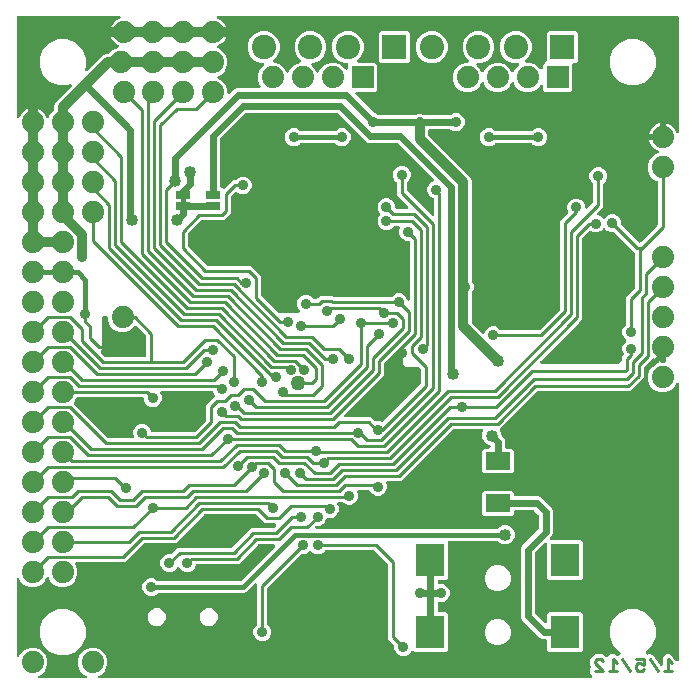
<source format=gbr>
G04 EAGLE Gerber RS-274X export*
G75*
%MOMM*%
%FSLAX34Y34*%
%LPD*%
%INBottom Copper*%
%IPPOS*%
%AMOC8*
5,1,8,0,0,1.08239X$1,22.5*%
G01*
%ADD10C,0.254000*%
%ADD11C,1.879600*%
%ADD12R,1.879600X1.879600*%
%ADD13R,2.400000X2.800000*%
%ADD14R,2.100000X1.500000*%
%ADD15R,1.270000X0.635000*%
%ADD16C,1.270000*%
%ADD17R,2.057400X2.057400*%
%ADD18C,2.057400*%
%ADD19C,0.812800*%
%ADD20C,0.609600*%
%ADD21C,0.889000*%
%ADD22C,0.406400*%
%ADD23C,1.016000*%

G36*
X57775Y-1007D02*
X57775Y-1007D01*
X57845Y-1008D01*
X57932Y-987D01*
X58021Y-975D01*
X58086Y-950D01*
X58154Y-933D01*
X58234Y-891D01*
X58317Y-858D01*
X58373Y-817D01*
X58435Y-785D01*
X58502Y-724D01*
X58574Y-672D01*
X58619Y-618D01*
X58671Y-571D01*
X58720Y-496D01*
X58777Y-427D01*
X58807Y-363D01*
X58845Y-305D01*
X58874Y-220D01*
X58913Y-139D01*
X58926Y-70D01*
X58948Y-4D01*
X58956Y85D01*
X58972Y173D01*
X58968Y243D01*
X58974Y313D01*
X58958Y401D01*
X58953Y491D01*
X58931Y557D01*
X58919Y626D01*
X58882Y708D01*
X58855Y793D01*
X58817Y852D01*
X58789Y916D01*
X58733Y986D01*
X58685Y1062D01*
X58634Y1110D01*
X58590Y1164D01*
X58518Y1219D01*
X58453Y1280D01*
X58392Y1314D01*
X58336Y1356D01*
X58192Y1427D01*
X56449Y2148D01*
X52948Y5650D01*
X51053Y10224D01*
X51053Y15176D01*
X52948Y19750D01*
X56450Y23252D01*
X61024Y25147D01*
X65976Y25147D01*
X70550Y23252D01*
X74052Y19750D01*
X75947Y15176D01*
X75947Y10224D01*
X74052Y5650D01*
X70551Y2148D01*
X68808Y1427D01*
X68748Y1392D01*
X68683Y1366D01*
X68610Y1314D01*
X68532Y1269D01*
X68482Y1221D01*
X68426Y1180D01*
X68368Y1110D01*
X68304Y1048D01*
X68267Y988D01*
X68223Y935D01*
X68185Y853D01*
X68138Y777D01*
X68117Y710D01*
X68087Y647D01*
X68070Y559D01*
X68044Y473D01*
X68041Y403D01*
X68028Y334D01*
X68033Y245D01*
X68029Y155D01*
X68043Y87D01*
X68047Y17D01*
X68075Y-68D01*
X68093Y-156D01*
X68124Y-219D01*
X68145Y-285D01*
X68193Y-361D01*
X68233Y-442D01*
X68278Y-495D01*
X68315Y-554D01*
X68381Y-616D01*
X68439Y-684D01*
X68496Y-724D01*
X68547Y-772D01*
X68626Y-815D01*
X68699Y-867D01*
X68765Y-892D01*
X68826Y-926D01*
X68912Y-948D01*
X68997Y-980D01*
X69066Y-988D01*
X69134Y-1005D01*
X69294Y-1015D01*
X485394Y-1015D01*
X485532Y-998D01*
X485671Y-985D01*
X485690Y-978D01*
X485710Y-975D01*
X485839Y-924D01*
X485970Y-877D01*
X485987Y-866D01*
X486006Y-858D01*
X486118Y-777D01*
X486233Y-699D01*
X486247Y-683D01*
X486263Y-672D01*
X486352Y-564D01*
X486444Y-460D01*
X486453Y-442D01*
X486466Y-427D01*
X486525Y-301D01*
X486588Y-177D01*
X486593Y-157D01*
X486601Y-139D01*
X486627Y-3D01*
X486658Y133D01*
X486657Y154D01*
X486661Y173D01*
X486653Y312D01*
X486648Y451D01*
X486643Y471D01*
X486641Y491D01*
X486599Y623D01*
X486560Y757D01*
X486550Y774D01*
X486543Y793D01*
X486469Y911D01*
X486398Y1031D01*
X486380Y1052D01*
X486373Y1062D01*
X486358Y1076D01*
X486292Y1151D01*
X484152Y3291D01*
X484152Y6869D01*
X484855Y7572D01*
X484928Y7666D01*
X485007Y7755D01*
X485026Y7791D01*
X485050Y7823D01*
X485098Y7932D01*
X485152Y8039D01*
X485161Y8078D01*
X485177Y8115D01*
X485195Y8233D01*
X485221Y8349D01*
X485220Y8389D01*
X485227Y8429D01*
X485215Y8548D01*
X485212Y8667D01*
X485201Y8706D01*
X485197Y8746D01*
X485156Y8858D01*
X485123Y8972D01*
X485103Y9007D01*
X485089Y9045D01*
X485022Y9144D01*
X484962Y9246D01*
X484922Y9291D01*
X484911Y9308D01*
X484895Y9322D01*
X484855Y9367D01*
X484152Y10070D01*
X484152Y15343D01*
X488377Y19567D01*
X495344Y19567D01*
X497657Y17254D01*
X497752Y17181D01*
X497841Y17102D01*
X497877Y17084D01*
X497909Y17059D01*
X498018Y17012D01*
X498124Y16958D01*
X498163Y16949D01*
X498201Y16933D01*
X498318Y16914D01*
X498434Y16888D01*
X498475Y16889D01*
X498515Y16883D01*
X498633Y16894D01*
X498752Y16898D01*
X498791Y16909D01*
X498831Y16913D01*
X498943Y16953D01*
X499058Y16986D01*
X499092Y17007D01*
X499131Y17020D01*
X499229Y17087D01*
X499332Y17148D01*
X499377Y17188D01*
X499394Y17199D01*
X499407Y17214D01*
X499452Y17254D01*
X501766Y19567D01*
X505343Y19567D01*
X506691Y18220D01*
X506812Y18126D01*
X506932Y18031D01*
X506937Y18029D01*
X506942Y18025D01*
X507083Y17964D01*
X507222Y17902D01*
X507228Y17901D01*
X507234Y17899D01*
X507386Y17875D01*
X507536Y17849D01*
X507542Y17850D01*
X507548Y17849D01*
X507702Y17863D01*
X507853Y17876D01*
X507859Y17878D01*
X507865Y17879D01*
X508009Y17931D01*
X508153Y17981D01*
X508160Y17985D01*
X508164Y17986D01*
X508172Y17992D01*
X508292Y18061D01*
X510022Y19214D01*
X510034Y19225D01*
X510047Y19232D01*
X510153Y19328D01*
X510262Y19423D01*
X510271Y19435D01*
X510283Y19446D01*
X510361Y19566D01*
X510444Y19684D01*
X510449Y19699D01*
X510457Y19711D01*
X510504Y19847D01*
X510554Y19982D01*
X510556Y19998D01*
X510561Y20012D01*
X510572Y20156D01*
X510587Y20299D01*
X510585Y20314D01*
X510586Y20329D01*
X510561Y20471D01*
X510540Y20613D01*
X510534Y20627D01*
X510531Y20643D01*
X510472Y20775D01*
X510417Y20906D01*
X510407Y20918D01*
X510401Y20933D01*
X510311Y21045D01*
X510224Y21159D01*
X510212Y21169D01*
X510202Y21181D01*
X510088Y21267D01*
X509975Y21357D01*
X509960Y21363D01*
X509948Y21372D01*
X509804Y21443D01*
X509621Y21519D01*
X504119Y27021D01*
X501141Y34209D01*
X501141Y41991D01*
X504119Y49179D01*
X509621Y54681D01*
X516809Y57659D01*
X524591Y57659D01*
X531779Y54681D01*
X537281Y49179D01*
X540259Y41991D01*
X540259Y34209D01*
X537281Y27021D01*
X531872Y21612D01*
X531799Y21517D01*
X531720Y21428D01*
X531702Y21392D01*
X531677Y21360D01*
X531629Y21251D01*
X531575Y21145D01*
X531567Y21106D01*
X531550Y21068D01*
X531532Y20951D01*
X531506Y20835D01*
X531507Y20794D01*
X531501Y20754D01*
X531512Y20636D01*
X531515Y20517D01*
X531527Y20478D01*
X531530Y20438D01*
X531571Y20326D01*
X531604Y20211D01*
X531624Y20177D01*
X531638Y20138D01*
X531705Y20040D01*
X531765Y19937D01*
X531805Y19892D01*
X531817Y19875D01*
X531832Y19862D01*
X531872Y19817D01*
X532113Y19576D01*
X532234Y19482D01*
X532353Y19387D01*
X532359Y19385D01*
X532364Y19381D01*
X532504Y19320D01*
X532644Y19258D01*
X532650Y19257D01*
X532656Y19255D01*
X532808Y19230D01*
X532958Y19205D01*
X532964Y19206D01*
X532970Y19205D01*
X533124Y19219D01*
X533274Y19232D01*
X533280Y19234D01*
X533286Y19235D01*
X533430Y19286D01*
X533575Y19337D01*
X533582Y19341D01*
X533586Y19342D01*
X533594Y19348D01*
X533714Y19417D01*
X534340Y19834D01*
X537848Y19133D01*
X543686Y10375D01*
X543755Y10296D01*
X543817Y10211D01*
X543859Y10176D01*
X543895Y10135D01*
X543981Y10075D01*
X544062Y10008D01*
X544111Y9985D01*
X544156Y9954D01*
X544255Y9917D01*
X544350Y9872D01*
X544403Y9862D01*
X544454Y9843D01*
X544559Y9832D01*
X544662Y9813D01*
X544716Y9816D01*
X544770Y9810D01*
X544874Y9826D01*
X544979Y9832D01*
X545031Y9849D01*
X545085Y9857D01*
X545182Y9898D01*
X545282Y9930D01*
X545328Y9959D01*
X545378Y9981D01*
X545462Y10044D01*
X545551Y10100D01*
X545588Y10140D01*
X545631Y10173D01*
X545697Y10256D01*
X545769Y10332D01*
X545795Y10380D01*
X545829Y10422D01*
X545871Y10519D01*
X545922Y10611D01*
X545936Y10663D01*
X545958Y10713D01*
X545975Y10817D01*
X546001Y10919D01*
X546007Y11005D01*
X546011Y11027D01*
X546009Y11042D01*
X546012Y11079D01*
X546012Y17038D01*
X548542Y19567D01*
X552119Y19567D01*
X555021Y16666D01*
X557649Y14038D01*
X557758Y13953D01*
X557865Y13864D01*
X557884Y13856D01*
X557900Y13843D01*
X558028Y13788D01*
X558153Y13729D01*
X558173Y13725D01*
X558192Y13717D01*
X558330Y13695D01*
X558466Y13669D01*
X558486Y13670D01*
X558506Y13667D01*
X558645Y13680D01*
X558783Y13689D01*
X558802Y13695D01*
X558822Y13697D01*
X558954Y13744D01*
X559085Y13787D01*
X559103Y13798D01*
X559122Y13804D01*
X559237Y13883D01*
X559354Y13957D01*
X559368Y13972D01*
X559385Y13983D01*
X559477Y14087D01*
X559572Y14189D01*
X559582Y14206D01*
X559595Y14221D01*
X559659Y14345D01*
X559726Y14467D01*
X559731Y14487D01*
X559740Y14505D01*
X559770Y14641D01*
X559805Y14775D01*
X559807Y14803D01*
X559810Y14815D01*
X559809Y14836D01*
X559815Y14936D01*
X559815Y248206D01*
X559807Y248275D01*
X559808Y248345D01*
X559787Y248432D01*
X559775Y248521D01*
X559750Y248586D01*
X559733Y248654D01*
X559691Y248734D01*
X559658Y248817D01*
X559617Y248873D01*
X559585Y248935D01*
X559524Y249002D01*
X559472Y249074D01*
X559418Y249119D01*
X559371Y249171D01*
X559296Y249220D01*
X559227Y249277D01*
X559163Y249307D01*
X559105Y249345D01*
X559020Y249374D01*
X558939Y249413D01*
X558870Y249426D01*
X558804Y249448D01*
X558715Y249456D01*
X558627Y249472D01*
X558557Y249468D01*
X558487Y249474D01*
X558399Y249458D01*
X558309Y249453D01*
X558243Y249431D01*
X558174Y249419D01*
X558092Y249382D01*
X558007Y249355D01*
X557948Y249317D01*
X557884Y249289D01*
X557814Y249233D01*
X557738Y249185D01*
X557690Y249134D01*
X557636Y249090D01*
X557581Y249018D01*
X557520Y248953D01*
X557486Y248892D01*
X557444Y248836D01*
X557373Y248692D01*
X556652Y246949D01*
X553150Y243448D01*
X548576Y241553D01*
X543624Y241553D01*
X539050Y243448D01*
X535548Y246950D01*
X533653Y251524D01*
X533653Y256476D01*
X535548Y261050D01*
X539050Y264552D01*
X542075Y265805D01*
X542101Y265820D01*
X542130Y265829D01*
X542239Y265899D01*
X542352Y265963D01*
X542373Y265984D01*
X542398Y266000D01*
X542487Y266094D01*
X542580Y266184D01*
X542596Y266210D01*
X542616Y266231D01*
X542679Y266345D01*
X542746Y266455D01*
X542755Y266484D01*
X542769Y266510D01*
X542802Y266635D01*
X542840Y266759D01*
X542841Y266789D01*
X542849Y266818D01*
X542849Y266948D01*
X542855Y267077D01*
X542849Y267106D01*
X542849Y267136D01*
X542817Y267261D01*
X542791Y267388D01*
X542778Y267415D01*
X542770Y267444D01*
X542708Y267557D01*
X542651Y267674D01*
X542632Y267697D01*
X542617Y267723D01*
X542529Y267817D01*
X542445Y267916D01*
X542420Y267933D01*
X542400Y267955D01*
X542291Y268024D01*
X542185Y268099D01*
X542157Y268110D01*
X542131Y268126D01*
X541982Y268185D01*
X541517Y268336D01*
X539843Y269189D01*
X539025Y269783D01*
X539008Y269793D01*
X538993Y269806D01*
X538869Y269869D01*
X538746Y269936D01*
X538727Y269941D01*
X538710Y269950D01*
X538573Y269981D01*
X538438Y270016D01*
X538419Y270016D01*
X538400Y270020D01*
X538260Y270016D01*
X538120Y270016D01*
X538101Y270011D01*
X538082Y270010D01*
X537948Y269971D01*
X537812Y269937D01*
X537795Y269927D01*
X537776Y269922D01*
X537656Y269851D01*
X537534Y269784D01*
X537519Y269770D01*
X537502Y269760D01*
X537381Y269654D01*
X530470Y262743D01*
X530410Y262665D01*
X530342Y262592D01*
X530313Y262539D01*
X530276Y262492D01*
X530236Y262401D01*
X530188Y262314D01*
X530173Y262255D01*
X530149Y262200D01*
X530134Y262102D01*
X530109Y262006D01*
X530103Y261906D01*
X530099Y261886D01*
X530101Y261873D01*
X530099Y261845D01*
X530099Y253481D01*
X518679Y242061D01*
X440465Y242061D01*
X440366Y242049D01*
X440267Y242046D01*
X440209Y242029D01*
X440149Y242021D01*
X440057Y241985D01*
X439962Y241957D01*
X439910Y241927D01*
X439853Y241904D01*
X439773Y241846D01*
X439688Y241796D01*
X439613Y241730D01*
X439596Y241718D01*
X439588Y241708D01*
X439567Y241690D01*
X411090Y213213D01*
X408442Y210565D01*
X408424Y210541D01*
X408402Y210522D01*
X408327Y210416D01*
X408323Y210411D01*
X408281Y210361D01*
X408277Y210352D01*
X408247Y210313D01*
X408235Y210286D01*
X408218Y210262D01*
X408172Y210141D01*
X408121Y210021D01*
X408116Y209992D01*
X408106Y209965D01*
X408091Y209836D01*
X408071Y209707D01*
X408074Y209678D01*
X408070Y209649D01*
X408089Y209520D01*
X408101Y209391D01*
X408111Y209363D01*
X408115Y209334D01*
X408167Y209181D01*
X409449Y206087D01*
X409449Y205489D01*
X409461Y205391D01*
X409464Y205292D01*
X409481Y205234D01*
X409489Y205174D01*
X409525Y205081D01*
X409553Y204986D01*
X409583Y204934D01*
X409606Y204878D01*
X409664Y204798D01*
X409714Y204712D01*
X409780Y204637D01*
X409792Y204621D01*
X409802Y204613D01*
X409820Y204592D01*
X411569Y202844D01*
X412497Y200603D01*
X412497Y194918D01*
X412512Y194800D01*
X412519Y194681D01*
X412532Y194643D01*
X412537Y194602D01*
X412580Y194492D01*
X412617Y194379D01*
X412639Y194344D01*
X412654Y194307D01*
X412723Y194211D01*
X412787Y194110D01*
X412817Y194082D01*
X412840Y194049D01*
X412932Y193973D01*
X413019Y193892D01*
X413054Y193872D01*
X413085Y193847D01*
X413193Y193796D01*
X413297Y193738D01*
X413337Y193728D01*
X413373Y193711D01*
X413490Y193689D01*
X413605Y193659D01*
X413665Y193655D01*
X413685Y193651D01*
X413706Y193653D01*
X413766Y193649D01*
X418163Y193649D01*
X419949Y191863D01*
X419949Y174337D01*
X418163Y172551D01*
X394637Y172551D01*
X392851Y174337D01*
X392851Y191863D01*
X394637Y193649D01*
X399034Y193649D01*
X399152Y193664D01*
X399271Y193671D01*
X399309Y193684D01*
X399350Y193689D01*
X399460Y193732D01*
X399573Y193769D01*
X399608Y193791D01*
X399645Y193806D01*
X399741Y193875D01*
X399842Y193939D01*
X399870Y193969D01*
X399903Y193992D01*
X399979Y194084D01*
X400060Y194171D01*
X400080Y194206D01*
X400105Y194237D01*
X400156Y194345D01*
X400214Y194449D01*
X400224Y194489D01*
X400241Y194525D01*
X400263Y194642D01*
X400293Y194757D01*
X400297Y194817D01*
X400301Y194837D01*
X400299Y194858D01*
X400303Y194918D01*
X400303Y195245D01*
X400300Y195274D01*
X400302Y195303D01*
X400280Y195431D01*
X400263Y195560D01*
X400253Y195588D01*
X400248Y195617D01*
X400194Y195735D01*
X400146Y195856D01*
X400129Y195880D01*
X400117Y195907D01*
X400036Y196008D01*
X399960Y196113D01*
X399937Y196132D01*
X399918Y196155D01*
X399815Y196233D01*
X399715Y196316D01*
X399688Y196329D01*
X399664Y196346D01*
X399520Y196417D01*
X396715Y197579D01*
X394429Y199865D01*
X393191Y202853D01*
X393191Y206087D01*
X394214Y208556D01*
X394227Y208604D01*
X394248Y208649D01*
X394269Y208757D01*
X394298Y208863D01*
X394299Y208913D01*
X394308Y208962D01*
X394301Y209071D01*
X394303Y209181D01*
X394292Y209229D01*
X394288Y209279D01*
X394255Y209383D01*
X394229Y209490D01*
X394206Y209534D01*
X394190Y209581D01*
X394132Y209674D01*
X394080Y209771D01*
X394047Y209808D01*
X394020Y209850D01*
X393940Y209925D01*
X393866Y210007D01*
X393825Y210034D01*
X393789Y210068D01*
X393692Y210121D01*
X393601Y210181D01*
X393554Y210198D01*
X393510Y210222D01*
X393404Y210249D01*
X393300Y210285D01*
X393250Y210289D01*
X393202Y210301D01*
X393041Y210311D01*
X369345Y210311D01*
X369246Y210299D01*
X369147Y210296D01*
X369089Y210279D01*
X369029Y210271D01*
X368937Y210235D01*
X368842Y210207D01*
X368790Y210177D01*
X368733Y210154D01*
X368653Y210096D01*
X368568Y210046D01*
X368493Y209980D01*
X368476Y209968D01*
X368468Y209958D01*
X368447Y209940D01*
X324369Y165861D01*
X312917Y165861D01*
X312868Y165855D01*
X312818Y165857D01*
X312711Y165835D01*
X312602Y165821D01*
X312555Y165803D01*
X312507Y165793D01*
X312408Y165745D01*
X312306Y165704D01*
X312266Y165675D01*
X312221Y165653D01*
X312138Y165582D01*
X312049Y165518D01*
X312017Y165479D01*
X311979Y165447D01*
X311916Y165357D01*
X311846Y165273D01*
X311825Y165228D01*
X311796Y165187D01*
X311757Y165084D01*
X311710Y164985D01*
X311701Y164936D01*
X311683Y164890D01*
X311671Y164780D01*
X311651Y164673D01*
X311654Y164623D01*
X311648Y164574D01*
X311663Y164465D01*
X311670Y164355D01*
X311686Y164308D01*
X311693Y164259D01*
X311745Y164106D01*
X312294Y162781D01*
X312294Y159799D01*
X311153Y157045D01*
X309045Y154937D01*
X306291Y153796D01*
X303309Y153796D01*
X300555Y154937D01*
X298447Y157045D01*
X298276Y157458D01*
X298262Y157483D01*
X298253Y157511D01*
X298183Y157621D01*
X298119Y157734D01*
X298098Y157755D01*
X298082Y157780D01*
X297988Y157869D01*
X297897Y157962D01*
X297872Y157978D01*
X297851Y157998D01*
X297737Y158061D01*
X297626Y158129D01*
X297598Y158137D01*
X297572Y158152D01*
X297447Y158184D01*
X297322Y158222D01*
X297293Y158224D01*
X297264Y158231D01*
X297104Y158241D01*
X288787Y158241D01*
X288738Y158235D01*
X288688Y158237D01*
X288581Y158215D01*
X288472Y158201D01*
X288425Y158183D01*
X288377Y158173D01*
X288278Y158125D01*
X288176Y158084D01*
X288136Y158055D01*
X288091Y158033D01*
X288008Y157962D01*
X287919Y157898D01*
X287887Y157859D01*
X287849Y157827D01*
X287786Y157737D01*
X287716Y157653D01*
X287695Y157608D01*
X287666Y157567D01*
X287627Y157464D01*
X287580Y157365D01*
X287571Y157316D01*
X287553Y157270D01*
X287541Y157160D01*
X287521Y157053D01*
X287524Y157003D01*
X287518Y156954D01*
X287533Y156845D01*
X287540Y156735D01*
X287556Y156688D01*
X287563Y156639D01*
X287615Y156486D01*
X288164Y155161D01*
X288164Y152179D01*
X287023Y149425D01*
X284915Y147317D01*
X282161Y146176D01*
X279179Y146176D01*
X276425Y147317D01*
X276033Y147710D01*
X275954Y147770D01*
X275882Y147838D01*
X275829Y147867D01*
X275781Y147904D01*
X275691Y147944D01*
X275604Y147992D01*
X275545Y148007D01*
X275490Y148031D01*
X275392Y148046D01*
X275296Y148071D01*
X275196Y148077D01*
X275176Y148081D01*
X275163Y148079D01*
X275135Y148081D01*
X271751Y148081D01*
X271702Y148075D01*
X271652Y148077D01*
X271545Y148055D01*
X271436Y148041D01*
X271389Y148023D01*
X271341Y148013D01*
X271242Y147965D01*
X271140Y147924D01*
X271100Y147895D01*
X271055Y147873D01*
X270972Y147802D01*
X270883Y147738D01*
X270851Y147699D01*
X270813Y147667D01*
X270750Y147577D01*
X270680Y147493D01*
X270659Y147448D01*
X270630Y147407D01*
X270591Y147304D01*
X270544Y147205D01*
X270535Y147156D01*
X270517Y147110D01*
X270505Y147000D01*
X270484Y146893D01*
X270488Y146843D01*
X270482Y146794D01*
X270497Y146685D01*
X270504Y146575D01*
X270520Y146528D01*
X270526Y146479D01*
X270579Y146326D01*
X271654Y143731D01*
X271654Y140749D01*
X270513Y137995D01*
X268405Y135887D01*
X265651Y134746D01*
X262485Y134746D01*
X262456Y134743D01*
X262427Y134745D01*
X262299Y134723D01*
X262170Y134706D01*
X262143Y134696D01*
X262113Y134691D01*
X261995Y134637D01*
X261874Y134589D01*
X261850Y134572D01*
X261823Y134560D01*
X261722Y134479D01*
X261617Y134403D01*
X261598Y134380D01*
X261575Y134361D01*
X261497Y134258D01*
X261414Y134158D01*
X261402Y134131D01*
X261384Y134107D01*
X261313Y133963D01*
X260353Y131645D01*
X258245Y129537D01*
X255491Y128396D01*
X253140Y128396D01*
X253041Y128384D01*
X252942Y128381D01*
X252884Y128364D01*
X252824Y128356D01*
X252732Y128320D01*
X252637Y128292D01*
X252585Y128262D01*
X252528Y128239D01*
X252448Y128181D01*
X252363Y128131D01*
X252288Y128065D01*
X252271Y128053D01*
X252263Y128043D01*
X252242Y128025D01*
X252115Y127897D01*
X252030Y127788D01*
X251941Y127681D01*
X251933Y127662D01*
X251920Y127646D01*
X251865Y127518D01*
X251806Y127393D01*
X251802Y127373D01*
X251794Y127354D01*
X251772Y127216D01*
X251746Y127080D01*
X251747Y127060D01*
X251744Y127040D01*
X251757Y126901D01*
X251766Y126763D01*
X251772Y126744D01*
X251774Y126724D01*
X251821Y126592D01*
X251864Y126461D01*
X251874Y126443D01*
X251881Y126424D01*
X251959Y126309D01*
X252034Y126192D01*
X252049Y126178D01*
X252060Y126161D01*
X252164Y126069D01*
X252265Y125974D01*
X252283Y125964D01*
X252298Y125951D01*
X252422Y125887D01*
X252544Y125820D01*
X252564Y125815D01*
X252582Y125806D01*
X252717Y125776D01*
X252852Y125741D01*
X252880Y125739D01*
X252892Y125736D01*
X252912Y125737D01*
X253013Y125731D01*
X405809Y125731D01*
X405907Y125743D01*
X406006Y125746D01*
X406065Y125763D01*
X406125Y125771D01*
X406217Y125807D01*
X406312Y125835D01*
X406364Y125865D01*
X406420Y125888D01*
X406500Y125946D01*
X406586Y125996D01*
X406661Y126062D01*
X406678Y126074D01*
X406686Y126084D01*
X406707Y126102D01*
X408145Y127541D01*
X411133Y128779D01*
X414367Y128779D01*
X417355Y127541D01*
X419641Y125255D01*
X420879Y122267D01*
X420879Y119033D01*
X419641Y116045D01*
X417355Y113759D01*
X414367Y112521D01*
X411133Y112521D01*
X408145Y113759D01*
X406707Y115198D01*
X406628Y115258D01*
X406556Y115326D01*
X406503Y115355D01*
X406455Y115392D01*
X406364Y115432D01*
X406278Y115480D01*
X406219Y115495D01*
X406164Y115519D01*
X406066Y115534D01*
X405970Y115559D01*
X405870Y115565D01*
X405849Y115569D01*
X405837Y115567D01*
X405809Y115569D01*
X365718Y115569D01*
X365600Y115554D01*
X365481Y115547D01*
X365443Y115534D01*
X365402Y115529D01*
X365292Y115486D01*
X365179Y115449D01*
X365144Y115427D01*
X365107Y115412D01*
X365011Y115343D01*
X364910Y115279D01*
X364882Y115249D01*
X364849Y115226D01*
X364773Y115134D01*
X364692Y115047D01*
X364672Y115012D01*
X364647Y114981D01*
X364596Y114873D01*
X364538Y114769D01*
X364528Y114729D01*
X364511Y114693D01*
X364489Y114576D01*
X364459Y114461D01*
X364455Y114401D01*
X364451Y114381D01*
X364453Y114360D01*
X364449Y114300D01*
X364449Y83837D01*
X362663Y82051D01*
X356766Y82051D01*
X356648Y82036D01*
X356529Y82029D01*
X356491Y82016D01*
X356450Y82011D01*
X356340Y81968D01*
X356227Y81931D01*
X356192Y81909D01*
X356155Y81894D01*
X356059Y81825D01*
X355958Y81761D01*
X355930Y81731D01*
X355897Y81708D01*
X355821Y81616D01*
X355740Y81529D01*
X355720Y81494D01*
X355695Y81463D01*
X355644Y81355D01*
X355586Y81251D01*
X355576Y81211D01*
X355559Y81175D01*
X355537Y81058D01*
X355507Y80943D01*
X355503Y80883D01*
X355499Y80863D01*
X355501Y80842D01*
X355497Y80782D01*
X355497Y79883D01*
X355512Y79765D01*
X355519Y79646D01*
X355532Y79608D01*
X355537Y79567D01*
X355580Y79457D01*
X355617Y79344D01*
X355639Y79309D01*
X355654Y79272D01*
X355723Y79176D01*
X355787Y79075D01*
X355817Y79047D01*
X355840Y79014D01*
X355932Y78938D01*
X356019Y78857D01*
X356054Y78837D01*
X356085Y78812D01*
X356193Y78761D01*
X356297Y78703D01*
X356337Y78693D01*
X356373Y78676D01*
X356490Y78654D01*
X356605Y78624D01*
X356665Y78620D01*
X356685Y78616D01*
X356706Y78618D01*
X356766Y78614D01*
X359631Y78614D01*
X362385Y77473D01*
X364493Y75365D01*
X365634Y72611D01*
X365634Y69629D01*
X364493Y66875D01*
X362385Y64767D01*
X359631Y63626D01*
X356766Y63626D01*
X356648Y63611D01*
X356529Y63604D01*
X356491Y63591D01*
X356450Y63586D01*
X356340Y63543D01*
X356227Y63506D01*
X356192Y63484D01*
X356155Y63469D01*
X356059Y63400D01*
X355958Y63336D01*
X355930Y63306D01*
X355897Y63283D01*
X355821Y63191D01*
X355740Y63104D01*
X355720Y63069D01*
X355695Y63038D01*
X355644Y62930D01*
X355586Y62826D01*
X355576Y62786D01*
X355559Y62750D01*
X355537Y62633D01*
X355507Y62518D01*
X355503Y62457D01*
X355499Y62438D01*
X355501Y62417D01*
X355497Y62357D01*
X355497Y56418D01*
X355512Y56300D01*
X355519Y56181D01*
X355532Y56143D01*
X355537Y56102D01*
X355580Y55992D01*
X355617Y55879D01*
X355639Y55844D01*
X355654Y55807D01*
X355723Y55711D01*
X355787Y55610D01*
X355817Y55582D01*
X355840Y55549D01*
X355932Y55473D01*
X356019Y55392D01*
X356054Y55372D01*
X356085Y55347D01*
X356193Y55296D01*
X356297Y55238D01*
X356337Y55228D01*
X356373Y55211D01*
X356490Y55189D01*
X356605Y55159D01*
X356665Y55155D01*
X356685Y55151D01*
X356706Y55153D01*
X356766Y55149D01*
X362663Y55149D01*
X364449Y53363D01*
X364449Y22837D01*
X362663Y21051D01*
X336137Y21051D01*
X335050Y22139D01*
X335011Y22169D01*
X334977Y22206D01*
X334885Y22266D01*
X334799Y22334D01*
X334753Y22353D01*
X334711Y22381D01*
X334607Y22416D01*
X334507Y22460D01*
X334458Y22468D01*
X334411Y22484D01*
X334301Y22493D01*
X334193Y22510D01*
X334143Y22505D01*
X334094Y22509D01*
X333985Y22490D01*
X333876Y22480D01*
X333829Y22463D01*
X333780Y22455D01*
X333680Y22410D01*
X333577Y22372D01*
X333536Y22344D01*
X333490Y22324D01*
X333405Y22256D01*
X333314Y22194D01*
X333281Y22156D01*
X333242Y22125D01*
X333176Y22038D01*
X333103Y21955D01*
X333080Y21911D01*
X333051Y21871D01*
X332980Y21727D01*
X332743Y21155D01*
X330635Y19047D01*
X327881Y17906D01*
X324899Y17906D01*
X322145Y19047D01*
X320037Y21155D01*
X318896Y23909D01*
X318896Y26260D01*
X318884Y26359D01*
X318881Y26458D01*
X318864Y26516D01*
X318856Y26576D01*
X318820Y26668D01*
X318792Y26763D01*
X318762Y26815D01*
X318739Y26872D01*
X318681Y26952D01*
X318631Y27037D01*
X318565Y27112D01*
X318553Y27129D01*
X318543Y27137D01*
X318525Y27158D01*
X313181Y32501D01*
X313181Y95475D01*
X313169Y95574D01*
X313166Y95673D01*
X313149Y95731D01*
X313141Y95791D01*
X313105Y95883D01*
X313077Y95978D01*
X313047Y96030D01*
X313024Y96087D01*
X312966Y96167D01*
X312916Y96252D01*
X312850Y96327D01*
X312838Y96344D01*
X312828Y96352D01*
X312810Y96373D01*
X302113Y107070D01*
X302035Y107130D01*
X301962Y107198D01*
X301909Y107227D01*
X301862Y107264D01*
X301771Y107304D01*
X301684Y107352D01*
X301625Y107367D01*
X301570Y107391D01*
X301472Y107406D01*
X301376Y107431D01*
X301276Y107437D01*
X301256Y107441D01*
X301243Y107439D01*
X301215Y107441D01*
X260805Y107441D01*
X260707Y107429D01*
X260608Y107426D01*
X260549Y107409D01*
X260489Y107401D01*
X260397Y107365D01*
X260302Y107337D01*
X260250Y107307D01*
X260194Y107284D01*
X260113Y107226D01*
X260028Y107176D01*
X259953Y107110D01*
X259936Y107098D01*
X259928Y107088D01*
X259907Y107070D01*
X258245Y105407D01*
X255491Y104266D01*
X252509Y104266D01*
X249755Y105407D01*
X248548Y106615D01*
X248453Y106688D01*
X248364Y106767D01*
X248328Y106785D01*
X248296Y106810D01*
X248187Y106857D01*
X248081Y106911D01*
X248042Y106920D01*
X248004Y106936D01*
X247887Y106955D01*
X247771Y106981D01*
X247730Y106980D01*
X247690Y106986D01*
X247572Y106975D01*
X247453Y106971D01*
X247414Y106960D01*
X247374Y106956D01*
X247261Y106916D01*
X247147Y106883D01*
X247113Y106862D01*
X247074Y106849D01*
X246976Y106782D01*
X246873Y106721D01*
X246828Y106681D01*
X246811Y106670D01*
X246798Y106655D01*
X246753Y106615D01*
X245545Y105407D01*
X242791Y104266D01*
X240440Y104266D01*
X240341Y104254D01*
X240242Y104251D01*
X240184Y104234D01*
X240124Y104226D01*
X240032Y104190D01*
X239937Y104162D01*
X239885Y104132D01*
X239828Y104109D01*
X239748Y104051D01*
X239663Y104001D01*
X239588Y103935D01*
X239571Y103923D01*
X239563Y103913D01*
X239542Y103895D01*
X211700Y76053D01*
X211640Y75975D01*
X211572Y75902D01*
X211543Y75849D01*
X211506Y75802D01*
X211466Y75711D01*
X211418Y75624D01*
X211403Y75565D01*
X211379Y75510D01*
X211364Y75412D01*
X211339Y75316D01*
X211334Y75232D01*
X211331Y75220D01*
X211332Y75211D01*
X211329Y75196D01*
X211331Y75183D01*
X211329Y75155D01*
X211329Y44905D01*
X211341Y44807D01*
X211344Y44708D01*
X211361Y44649D01*
X211369Y44589D01*
X211405Y44497D01*
X211433Y44402D01*
X211463Y44350D01*
X211486Y44294D01*
X211544Y44213D01*
X211594Y44128D01*
X211660Y44053D01*
X211672Y44036D01*
X211682Y44028D01*
X211700Y44007D01*
X213363Y42345D01*
X214504Y39591D01*
X214504Y36609D01*
X213363Y33855D01*
X211255Y31747D01*
X208501Y30606D01*
X205519Y30606D01*
X202765Y31747D01*
X200657Y33855D01*
X199516Y36609D01*
X199516Y39591D01*
X200657Y42345D01*
X202320Y44007D01*
X202380Y44086D01*
X202448Y44158D01*
X202477Y44211D01*
X202514Y44259D01*
X202554Y44349D01*
X202602Y44436D01*
X202617Y44495D01*
X202641Y44550D01*
X202656Y44648D01*
X202681Y44744D01*
X202687Y44844D01*
X202691Y44864D01*
X202689Y44877D01*
X202691Y44905D01*
X202691Y78142D01*
X202674Y78279D01*
X202661Y78418D01*
X202654Y78437D01*
X202651Y78457D01*
X202600Y78586D01*
X202553Y78717D01*
X202542Y78734D01*
X202534Y78753D01*
X202453Y78865D01*
X202375Y78981D01*
X202359Y78994D01*
X202348Y79010D01*
X202240Y79099D01*
X202136Y79191D01*
X202118Y79200D01*
X202103Y79213D01*
X201977Y79272D01*
X201853Y79336D01*
X201833Y79340D01*
X201815Y79349D01*
X201679Y79375D01*
X201543Y79405D01*
X201522Y79405D01*
X201503Y79408D01*
X201364Y79400D01*
X201225Y79396D01*
X201205Y79390D01*
X201185Y79389D01*
X201053Y79346D01*
X200919Y79307D01*
X200902Y79297D01*
X200883Y79291D01*
X200765Y79216D01*
X200645Y79146D01*
X200624Y79127D01*
X200614Y79121D01*
X200600Y79106D01*
X200525Y79039D01*
X193378Y71893D01*
X191511Y71119D01*
X119073Y71119D01*
X118975Y71107D01*
X118876Y71104D01*
X118817Y71087D01*
X118757Y71079D01*
X118665Y71043D01*
X118570Y71015D01*
X118518Y70985D01*
X118462Y70962D01*
X118381Y70904D01*
X118296Y70854D01*
X118221Y70788D01*
X118204Y70776D01*
X118196Y70766D01*
X118175Y70748D01*
X117275Y69847D01*
X114521Y68706D01*
X111539Y68706D01*
X108785Y69847D01*
X106677Y71955D01*
X105536Y74709D01*
X105536Y77691D01*
X106677Y80445D01*
X108785Y82553D01*
X111539Y83694D01*
X114521Y83694D01*
X117275Y82553D01*
X118175Y81652D01*
X118254Y81592D01*
X118326Y81524D01*
X118379Y81495D01*
X118427Y81458D01*
X118517Y81418D01*
X118604Y81370D01*
X118663Y81355D01*
X118718Y81331D01*
X118816Y81316D01*
X118912Y81291D01*
X119012Y81285D01*
X119032Y81281D01*
X119045Y81283D01*
X119073Y81281D01*
X187870Y81281D01*
X187968Y81293D01*
X188067Y81296D01*
X188125Y81313D01*
X188185Y81321D01*
X188277Y81357D01*
X188372Y81385D01*
X188425Y81415D01*
X188481Y81438D01*
X188561Y81496D01*
X188646Y81546D01*
X188722Y81612D01*
X188738Y81624D01*
X188746Y81634D01*
X188767Y81652D01*
X217469Y110355D01*
X217555Y110464D01*
X217643Y110571D01*
X217652Y110590D01*
X217664Y110606D01*
X217720Y110734D01*
X217779Y110859D01*
X217782Y110879D01*
X217791Y110898D01*
X217812Y111036D01*
X217838Y111172D01*
X217837Y111192D01*
X217840Y111212D01*
X217827Y111351D01*
X217819Y111489D01*
X217813Y111508D01*
X217811Y111528D01*
X217763Y111660D01*
X217721Y111791D01*
X217710Y111809D01*
X217703Y111828D01*
X217625Y111943D01*
X217551Y112060D01*
X217536Y112074D01*
X217524Y112091D01*
X217420Y112183D01*
X217319Y112278D01*
X217301Y112288D01*
X217286Y112301D01*
X217162Y112364D01*
X217040Y112432D01*
X217021Y112437D01*
X217003Y112446D01*
X216867Y112476D01*
X216732Y112511D01*
X216704Y112513D01*
X216692Y112516D01*
X216672Y112515D01*
X216572Y112521D01*
X204245Y112521D01*
X204146Y112509D01*
X204047Y112506D01*
X203989Y112489D01*
X203929Y112481D01*
X203837Y112445D01*
X203742Y112417D01*
X203690Y112387D01*
X203633Y112364D01*
X203553Y112306D01*
X203468Y112256D01*
X203393Y112190D01*
X203376Y112178D01*
X203368Y112168D01*
X203347Y112150D01*
X187209Y96011D01*
X152259Y96011D01*
X152229Y96008D01*
X152200Y96010D01*
X152072Y95988D01*
X151943Y95971D01*
X151916Y95961D01*
X151886Y95956D01*
X151768Y95902D01*
X151647Y95854D01*
X151623Y95837D01*
X151596Y95825D01*
X151495Y95744D01*
X151390Y95668D01*
X151371Y95645D01*
X151348Y95626D01*
X151270Y95523D01*
X151187Y95423D01*
X151175Y95396D01*
X151157Y95372D01*
X151086Y95228D01*
X149863Y92275D01*
X147755Y90167D01*
X145001Y89026D01*
X142019Y89026D01*
X139265Y90167D01*
X137157Y92275D01*
X137063Y92503D01*
X136994Y92624D01*
X136929Y92747D01*
X136915Y92762D01*
X136905Y92780D01*
X136808Y92879D01*
X136715Y92982D01*
X136698Y92993D01*
X136684Y93008D01*
X136566Y93080D01*
X136449Y93157D01*
X136430Y93164D01*
X136413Y93174D01*
X136280Y93215D01*
X136148Y93260D01*
X136128Y93262D01*
X136109Y93268D01*
X135970Y93274D01*
X135831Y93285D01*
X135811Y93282D01*
X135791Y93283D01*
X135655Y93255D01*
X135518Y93231D01*
X135500Y93223D01*
X135480Y93219D01*
X135355Y93158D01*
X135228Y93100D01*
X135212Y93088D01*
X135194Y93079D01*
X135088Y92989D01*
X134980Y92902D01*
X134967Y92886D01*
X134952Y92873D01*
X134872Y92759D01*
X134788Y92648D01*
X134776Y92623D01*
X134769Y92613D01*
X134762Y92594D01*
X134717Y92503D01*
X134623Y92275D01*
X132515Y90167D01*
X129761Y89026D01*
X126779Y89026D01*
X124025Y90167D01*
X121917Y92275D01*
X120776Y95029D01*
X120776Y98011D01*
X121917Y100765D01*
X124025Y102873D01*
X126779Y104014D01*
X129130Y104014D01*
X129229Y104026D01*
X129328Y104029D01*
X129386Y104046D01*
X129446Y104054D01*
X129538Y104090D01*
X129633Y104118D01*
X129685Y104148D01*
X129742Y104171D01*
X129822Y104229D01*
X129907Y104279D01*
X129982Y104345D01*
X129999Y104357D01*
X130007Y104367D01*
X130028Y104385D01*
X135371Y109729D01*
X180565Y109729D01*
X180664Y109741D01*
X180763Y109744D01*
X180821Y109761D01*
X180881Y109769D01*
X180973Y109805D01*
X181068Y109833D01*
X181120Y109863D01*
X181177Y109886D01*
X181257Y109944D01*
X181342Y109994D01*
X181417Y110060D01*
X181434Y110072D01*
X181442Y110082D01*
X181463Y110100D01*
X197601Y126239D01*
X216125Y126239D01*
X216224Y126251D01*
X216323Y126254D01*
X216381Y126271D01*
X216441Y126279D01*
X216533Y126315D01*
X216628Y126343D01*
X216680Y126373D01*
X216737Y126396D01*
X216817Y126454D01*
X216902Y126504D01*
X216977Y126570D01*
X216994Y126582D01*
X217002Y126592D01*
X217023Y126610D01*
X218547Y128135D01*
X218632Y128244D01*
X218721Y128351D01*
X218729Y128370D01*
X218742Y128386D01*
X218797Y128513D01*
X218856Y128639D01*
X218860Y128659D01*
X218868Y128678D01*
X218890Y128815D01*
X218916Y128952D01*
X218915Y128972D01*
X218918Y128992D01*
X218905Y129131D01*
X218896Y129269D01*
X218890Y129288D01*
X218888Y129308D01*
X218841Y129440D01*
X218798Y129571D01*
X218788Y129589D01*
X218781Y129608D01*
X218703Y129723D01*
X218628Y129840D01*
X218613Y129854D01*
X218602Y129871D01*
X218498Y129963D01*
X218397Y130058D01*
X218379Y130068D01*
X218364Y130081D01*
X218240Y130145D01*
X218118Y130212D01*
X218098Y130217D01*
X218080Y130226D01*
X217945Y130256D01*
X217810Y130291D01*
X217782Y130293D01*
X217770Y130296D01*
X217750Y130295D01*
X217649Y130301D01*
X209031Y130301D01*
X201783Y137550D01*
X201705Y137610D01*
X201632Y137678D01*
X201579Y137707D01*
X201532Y137744D01*
X201441Y137784D01*
X201354Y137832D01*
X201295Y137847D01*
X201240Y137871D01*
X201142Y137886D01*
X201046Y137911D01*
X200946Y137917D01*
X200926Y137921D01*
X200913Y137919D01*
X200885Y137921D01*
X158525Y137921D01*
X158426Y137909D01*
X158327Y137906D01*
X158269Y137889D01*
X158209Y137881D01*
X158117Y137845D01*
X158022Y137817D01*
X157970Y137787D01*
X157913Y137764D01*
X157833Y137706D01*
X157748Y137656D01*
X157673Y137590D01*
X157656Y137578D01*
X157648Y137568D01*
X157627Y137550D01*
X133869Y113791D01*
X107725Y113791D01*
X107626Y113779D01*
X107527Y113776D01*
X107469Y113759D01*
X107409Y113751D01*
X107317Y113715D01*
X107222Y113687D01*
X107170Y113657D01*
X107113Y113634D01*
X107033Y113576D01*
X106948Y113526D01*
X106873Y113460D01*
X106856Y113448D01*
X106848Y113438D01*
X106827Y113420D01*
X90689Y97281D01*
X50000Y97281D01*
X49951Y97275D01*
X49901Y97277D01*
X49794Y97255D01*
X49685Y97241D01*
X49639Y97223D01*
X49590Y97213D01*
X49491Y97165D01*
X49389Y97124D01*
X49349Y97095D01*
X49304Y97073D01*
X49220Y97002D01*
X49132Y96938D01*
X49100Y96899D01*
X49062Y96867D01*
X48999Y96777D01*
X48929Y96693D01*
X48908Y96648D01*
X48879Y96607D01*
X48840Y96504D01*
X48793Y96405D01*
X48784Y96356D01*
X48766Y96310D01*
X48754Y96200D01*
X48733Y96093D01*
X48737Y96043D01*
X48731Y95994D01*
X48746Y95885D01*
X48753Y95775D01*
X48769Y95728D01*
X48775Y95679D01*
X48828Y95526D01*
X50547Y91376D01*
X50547Y86424D01*
X48652Y81850D01*
X45150Y78348D01*
X40576Y76453D01*
X35624Y76453D01*
X31050Y78348D01*
X27548Y81850D01*
X26573Y84205D01*
X26504Y84325D01*
X26439Y84448D01*
X26425Y84463D01*
X26415Y84481D01*
X26318Y84581D01*
X26225Y84684D01*
X26208Y84695D01*
X26194Y84709D01*
X26075Y84782D01*
X25959Y84858D01*
X25940Y84865D01*
X25923Y84876D01*
X25790Y84916D01*
X25658Y84962D01*
X25638Y84963D01*
X25619Y84969D01*
X25480Y84976D01*
X25341Y84987D01*
X25321Y84983D01*
X25301Y84984D01*
X25165Y84956D01*
X25028Y84932D01*
X25009Y84924D01*
X24990Y84920D01*
X24864Y84859D01*
X24738Y84802D01*
X24722Y84789D01*
X24704Y84780D01*
X24598Y84690D01*
X24490Y84603D01*
X24477Y84587D01*
X24462Y84574D01*
X24382Y84460D01*
X24298Y84349D01*
X24286Y84324D01*
X24279Y84314D01*
X24272Y84295D01*
X24227Y84205D01*
X23252Y81850D01*
X19750Y78348D01*
X15176Y76453D01*
X10224Y76453D01*
X5650Y78348D01*
X2148Y81849D01*
X1427Y83592D01*
X1392Y83652D01*
X1366Y83717D01*
X1314Y83790D01*
X1269Y83868D01*
X1221Y83918D01*
X1180Y83974D01*
X1110Y84032D01*
X1048Y84096D01*
X988Y84133D01*
X935Y84177D01*
X853Y84215D01*
X777Y84262D01*
X710Y84283D01*
X647Y84313D01*
X559Y84330D01*
X473Y84356D01*
X403Y84359D01*
X334Y84372D01*
X245Y84367D01*
X155Y84371D01*
X87Y84357D01*
X17Y84353D01*
X-68Y84325D01*
X-156Y84307D01*
X-219Y84276D01*
X-285Y84255D01*
X-361Y84207D01*
X-442Y84167D01*
X-495Y84122D01*
X-554Y84085D01*
X-616Y84019D01*
X-684Y83961D01*
X-724Y83904D01*
X-772Y83853D01*
X-815Y83774D01*
X-867Y83701D01*
X-892Y83635D01*
X-926Y83574D01*
X-948Y83488D01*
X-980Y83403D01*
X-988Y83334D01*
X-1005Y83266D01*
X-1015Y83106D01*
X-1015Y18494D01*
X-1007Y18425D01*
X-1008Y18355D01*
X-987Y18268D01*
X-975Y18179D01*
X-950Y18114D01*
X-933Y18046D01*
X-891Y17966D01*
X-858Y17883D01*
X-817Y17827D01*
X-785Y17765D01*
X-724Y17698D01*
X-672Y17626D01*
X-618Y17581D01*
X-571Y17529D01*
X-496Y17480D01*
X-427Y17423D01*
X-363Y17393D01*
X-305Y17355D01*
X-220Y17326D01*
X-139Y17287D01*
X-70Y17274D01*
X-4Y17252D01*
X85Y17244D01*
X173Y17228D01*
X243Y17232D01*
X313Y17226D01*
X401Y17242D01*
X491Y17247D01*
X557Y17269D01*
X626Y17281D01*
X708Y17318D01*
X793Y17345D01*
X852Y17383D01*
X916Y17411D01*
X986Y17467D01*
X1062Y17515D01*
X1110Y17566D01*
X1164Y17610D01*
X1219Y17682D01*
X1280Y17747D01*
X1314Y17808D01*
X1356Y17864D01*
X1427Y18008D01*
X2148Y19751D01*
X5650Y23252D01*
X10224Y25147D01*
X15176Y25147D01*
X19750Y23252D01*
X23252Y19750D01*
X25147Y15176D01*
X25147Y10224D01*
X23252Y5650D01*
X19751Y2148D01*
X18008Y1427D01*
X17948Y1392D01*
X17883Y1366D01*
X17810Y1314D01*
X17732Y1269D01*
X17682Y1221D01*
X17626Y1180D01*
X17568Y1110D01*
X17504Y1048D01*
X17467Y988D01*
X17423Y935D01*
X17385Y853D01*
X17338Y777D01*
X17317Y710D01*
X17287Y647D01*
X17270Y559D01*
X17244Y473D01*
X17241Y403D01*
X17228Y334D01*
X17233Y245D01*
X17229Y155D01*
X17243Y87D01*
X17247Y17D01*
X17275Y-68D01*
X17293Y-156D01*
X17324Y-219D01*
X17345Y-285D01*
X17393Y-361D01*
X17433Y-442D01*
X17478Y-495D01*
X17515Y-554D01*
X17581Y-616D01*
X17639Y-684D01*
X17696Y-724D01*
X17747Y-772D01*
X17826Y-815D01*
X17899Y-867D01*
X17965Y-892D01*
X18026Y-926D01*
X18112Y-948D01*
X18197Y-980D01*
X18266Y-988D01*
X18334Y-1005D01*
X18494Y-1015D01*
X57706Y-1015D01*
X57775Y-1007D01*
G37*
G36*
X394157Y290813D02*
X394157Y290813D01*
X394206Y290809D01*
X394314Y290827D01*
X394424Y290838D01*
X394471Y290854D01*
X394519Y290863D01*
X394620Y290908D01*
X394723Y290945D01*
X394764Y290973D01*
X394809Y290994D01*
X394895Y291062D01*
X394986Y291124D01*
X395014Y291156D01*
X395020Y291159D01*
X395024Y291165D01*
X395058Y291192D01*
X395124Y291280D01*
X395197Y291362D01*
X395212Y291391D01*
X395222Y291404D01*
X395230Y291421D01*
X395249Y291446D01*
X395320Y291591D01*
X396237Y293805D01*
X398345Y295913D01*
X401099Y297054D01*
X404081Y297054D01*
X406835Y295913D01*
X408497Y294250D01*
X408575Y294190D01*
X408648Y294122D01*
X408701Y294093D01*
X408748Y294056D01*
X408839Y294016D01*
X408926Y293968D01*
X408985Y293953D01*
X409040Y293929D01*
X409138Y293914D01*
X409234Y293889D01*
X409334Y293883D01*
X409354Y293879D01*
X409367Y293881D01*
X409395Y293879D01*
X440915Y293879D01*
X441014Y293891D01*
X441113Y293894D01*
X441171Y293911D01*
X441231Y293919D01*
X441323Y293955D01*
X441418Y293983D01*
X441470Y294013D01*
X441527Y294036D01*
X441607Y294094D01*
X441692Y294144D01*
X441767Y294210D01*
X441784Y294222D01*
X441792Y294232D01*
X441813Y294250D01*
X458860Y311297D01*
X458920Y311375D01*
X458988Y311448D01*
X459017Y311501D01*
X459054Y311548D01*
X459094Y311639D01*
X459142Y311726D01*
X459157Y311785D01*
X459181Y311840D01*
X459196Y311938D01*
X459221Y312034D01*
X459227Y312134D01*
X459231Y312154D01*
X459229Y312167D01*
X459231Y312195D01*
X459231Y386599D01*
X465686Y393054D01*
X465704Y393077D01*
X465726Y393096D01*
X465801Y393202D01*
X465881Y393305D01*
X465893Y393332D01*
X465910Y393356D01*
X465956Y393477D01*
X466007Y393597D01*
X466012Y393626D01*
X466022Y393653D01*
X466037Y393782D01*
X466057Y393911D01*
X466054Y393940D01*
X466058Y393970D01*
X466039Y394098D01*
X466027Y394227D01*
X466017Y394255D01*
X466013Y394284D01*
X465961Y394437D01*
X465200Y396273D01*
X465200Y399255D01*
X466341Y402009D01*
X468449Y404117D01*
X471203Y405258D01*
X474185Y405258D01*
X476939Y404117D01*
X479047Y402009D01*
X480188Y399255D01*
X480188Y397920D01*
X480205Y397782D01*
X480218Y397643D01*
X480225Y397624D01*
X480228Y397604D01*
X480279Y397475D01*
X480326Y397344D01*
X480337Y397327D01*
X480345Y397308D01*
X480426Y397196D01*
X480504Y397081D01*
X480520Y397067D01*
X480531Y397051D01*
X480639Y396962D01*
X480743Y396870D01*
X480761Y396861D01*
X480776Y396848D01*
X480902Y396789D01*
X481026Y396726D01*
X481046Y396721D01*
X481064Y396713D01*
X481200Y396687D01*
X481336Y396656D01*
X481357Y396657D01*
X481376Y396653D01*
X481515Y396662D01*
X481654Y396666D01*
X481674Y396671D01*
X481694Y396673D01*
X481826Y396715D01*
X481960Y396754D01*
X481977Y396764D01*
X481996Y396771D01*
X482114Y396845D01*
X482234Y396916D01*
X482255Y396934D01*
X482265Y396941D01*
X482279Y396956D01*
X482354Y397022D01*
X486800Y401467D01*
X486860Y401545D01*
X486928Y401618D01*
X486957Y401671D01*
X486994Y401718D01*
X487034Y401809D01*
X487082Y401896D01*
X487097Y401955D01*
X487121Y402010D01*
X487136Y402108D01*
X487161Y402204D01*
X487167Y402304D01*
X487171Y402324D01*
X487169Y402337D01*
X487171Y402365D01*
X487171Y417375D01*
X487159Y417473D01*
X487156Y417572D01*
X487139Y417631D01*
X487131Y417691D01*
X487095Y417783D01*
X487067Y417878D01*
X487037Y417930D01*
X487014Y417986D01*
X486956Y418067D01*
X486906Y418152D01*
X486840Y418227D01*
X486828Y418244D01*
X486818Y418252D01*
X486800Y418273D01*
X485137Y419935D01*
X483996Y422689D01*
X483996Y425671D01*
X485137Y428425D01*
X487245Y430533D01*
X489999Y431674D01*
X492981Y431674D01*
X495735Y430533D01*
X497843Y428425D01*
X498984Y425671D01*
X498984Y422689D01*
X497843Y419935D01*
X496180Y418273D01*
X496120Y418194D01*
X496052Y418122D01*
X496023Y418069D01*
X495986Y418021D01*
X495946Y417931D01*
X495898Y417844D01*
X495883Y417785D01*
X495859Y417730D01*
X495844Y417632D01*
X495819Y417536D01*
X495813Y417436D01*
X495809Y417416D01*
X495811Y417403D01*
X495809Y417375D01*
X495809Y398261D01*
X490903Y393355D01*
X490872Y393316D01*
X490835Y393282D01*
X490775Y393191D01*
X490708Y393104D01*
X490688Y393058D01*
X490661Y393017D01*
X490625Y392913D01*
X490581Y392812D01*
X490574Y392763D01*
X490558Y392716D01*
X490549Y392606D01*
X490532Y392498D01*
X490536Y392448D01*
X490532Y392399D01*
X490551Y392291D01*
X490561Y392181D01*
X490578Y392134D01*
X490587Y392086D01*
X490632Y391985D01*
X490669Y391882D01*
X490697Y391841D01*
X490717Y391796D01*
X490786Y391710D01*
X490848Y391619D01*
X490885Y391586D01*
X490916Y391547D01*
X491004Y391481D01*
X491086Y391408D01*
X491130Y391386D01*
X491170Y391356D01*
X491314Y391285D01*
X493449Y390401D01*
X495292Y388558D01*
X495386Y388485D01*
X495475Y388406D01*
X495511Y388388D01*
X495543Y388363D01*
X495652Y388316D01*
X495758Y388262D01*
X495797Y388253D01*
X495835Y388237D01*
X495952Y388218D01*
X496068Y388192D01*
X496109Y388193D01*
X496149Y388187D01*
X496267Y388198D01*
X496386Y388202D01*
X496425Y388213D01*
X496465Y388217D01*
X496577Y388257D01*
X496692Y388290D01*
X496727Y388311D01*
X496765Y388324D01*
X496863Y388391D01*
X496966Y388452D01*
X497011Y388492D01*
X497028Y388503D01*
X497041Y388518D01*
X497087Y388558D01*
X499183Y390655D01*
X501937Y391796D01*
X504919Y391796D01*
X507673Y390655D01*
X509781Y388547D01*
X510922Y385793D01*
X510922Y383442D01*
X510934Y383343D01*
X510937Y383244D01*
X510954Y383186D01*
X510962Y383126D01*
X510998Y383034D01*
X511026Y382939D01*
X511056Y382887D01*
X511079Y382830D01*
X511137Y382750D01*
X511187Y382665D01*
X511253Y382590D01*
X511265Y382573D01*
X511275Y382565D01*
X511293Y382544D01*
X525518Y368320D01*
X525612Y368247D01*
X525701Y368168D01*
X525737Y368150D01*
X525769Y368125D01*
X525878Y368078D01*
X525984Y368024D01*
X526023Y368015D01*
X526061Y367999D01*
X526178Y367980D01*
X526294Y367954D01*
X526335Y367955D01*
X526375Y367949D01*
X526493Y367960D01*
X526612Y367964D01*
X526651Y367975D01*
X526691Y367979D01*
X526804Y368019D01*
X526918Y368052D01*
X526953Y368073D01*
X526991Y368086D01*
X527089Y368153D01*
X527192Y368214D01*
X527237Y368254D01*
X527254Y368265D01*
X527267Y368280D01*
X527313Y368320D01*
X541410Y382417D01*
X541470Y382495D01*
X541538Y382568D01*
X541567Y382621D01*
X541604Y382668D01*
X541644Y382759D01*
X541692Y382846D01*
X541707Y382905D01*
X541731Y382960D01*
X541746Y383058D01*
X541771Y383154D01*
X541777Y383254D01*
X541781Y383274D01*
X541779Y383287D01*
X541781Y383315D01*
X541781Y419269D01*
X541778Y419298D01*
X541780Y419327D01*
X541758Y419455D01*
X541741Y419584D01*
X541731Y419611D01*
X541726Y419641D01*
X541672Y419759D01*
X541624Y419880D01*
X541607Y419904D01*
X541595Y419931D01*
X541514Y420032D01*
X541438Y420137D01*
X541415Y420156D01*
X541396Y420179D01*
X541293Y420257D01*
X541193Y420340D01*
X541166Y420353D01*
X541142Y420370D01*
X540998Y420441D01*
X539050Y421248D01*
X535548Y424750D01*
X533653Y429324D01*
X533653Y434276D01*
X535548Y438850D01*
X539050Y442352D01*
X542075Y443605D01*
X542101Y443620D01*
X542130Y443629D01*
X542239Y443699D01*
X542352Y443763D01*
X542373Y443784D01*
X542398Y443799D01*
X542487Y443894D01*
X542580Y443984D01*
X542596Y444009D01*
X542616Y444031D01*
X542679Y444145D01*
X542746Y444255D01*
X542755Y444284D01*
X542769Y444310D01*
X542802Y444435D01*
X542840Y444559D01*
X542841Y444589D01*
X542849Y444618D01*
X542849Y444747D01*
X542855Y444877D01*
X542849Y444906D01*
X542849Y444936D01*
X542817Y445061D01*
X542791Y445188D01*
X542778Y445215D01*
X542770Y445244D01*
X542708Y445357D01*
X542651Y445474D01*
X542632Y445497D01*
X542617Y445523D01*
X542529Y445617D01*
X542445Y445716D01*
X542420Y445733D01*
X542400Y445755D01*
X542291Y445824D01*
X542185Y445899D01*
X542157Y445910D01*
X542132Y445926D01*
X541982Y445985D01*
X541517Y446136D01*
X539843Y446989D01*
X538322Y448094D01*
X536994Y449422D01*
X535889Y450943D01*
X535036Y452617D01*
X534455Y454404D01*
X534415Y454661D01*
X544830Y454661D01*
X544948Y454676D01*
X545067Y454683D01*
X545105Y454696D01*
X545145Y454701D01*
X545256Y454744D01*
X545369Y454781D01*
X545403Y454803D01*
X545441Y454818D01*
X545537Y454888D01*
X545638Y454951D01*
X545666Y454981D01*
X545698Y455004D01*
X545774Y455096D01*
X545856Y455183D01*
X545875Y455218D01*
X545901Y455249D01*
X545952Y455357D01*
X546009Y455461D01*
X546020Y455501D01*
X546037Y455537D01*
X546059Y455654D01*
X546089Y455769D01*
X546093Y455830D01*
X546097Y455850D01*
X546095Y455870D01*
X546099Y455930D01*
X546099Y457201D01*
X547370Y457201D01*
X547488Y457216D01*
X547607Y457223D01*
X547645Y457236D01*
X547685Y457241D01*
X547796Y457285D01*
X547909Y457321D01*
X547944Y457343D01*
X547981Y457358D01*
X548077Y457428D01*
X548178Y457491D01*
X548206Y457521D01*
X548239Y457545D01*
X548314Y457636D01*
X548396Y457723D01*
X548416Y457758D01*
X548441Y457790D01*
X548492Y457897D01*
X548550Y458002D01*
X548560Y458041D01*
X548577Y458077D01*
X548599Y458194D01*
X548629Y458309D01*
X548633Y458370D01*
X548637Y458390D01*
X548635Y458410D01*
X548639Y458470D01*
X548639Y468885D01*
X548896Y468845D01*
X550683Y468264D01*
X552357Y467411D01*
X553878Y466306D01*
X555206Y464978D01*
X556311Y463457D01*
X557164Y461783D01*
X557339Y461245D01*
X557390Y461137D01*
X557434Y461026D01*
X557457Y460993D01*
X557474Y460957D01*
X557550Y460865D01*
X557620Y460768D01*
X557651Y460743D01*
X557677Y460712D01*
X557773Y460642D01*
X557865Y460566D01*
X557902Y460549D01*
X557934Y460525D01*
X558045Y460481D01*
X558153Y460430D01*
X558192Y460423D01*
X558230Y460408D01*
X558348Y460393D01*
X558466Y460370D01*
X558505Y460373D01*
X558545Y460368D01*
X558664Y460383D01*
X558783Y460390D01*
X558821Y460402D01*
X558861Y460407D01*
X558972Y460451D01*
X559085Y460488D01*
X559119Y460510D01*
X559157Y460524D01*
X559253Y460594D01*
X559354Y460658D01*
X559382Y460688D01*
X559414Y460711D01*
X559490Y460803D01*
X559572Y460890D01*
X559591Y460925D01*
X559617Y460956D01*
X559668Y461064D01*
X559726Y461168D01*
X559736Y461207D01*
X559753Y461243D01*
X559775Y461361D01*
X559805Y461476D01*
X559809Y461536D01*
X559813Y461556D01*
X559811Y461576D01*
X559815Y461637D01*
X559815Y558546D01*
X559800Y558664D01*
X559793Y558783D01*
X559780Y558821D01*
X559775Y558862D01*
X559732Y558972D01*
X559695Y559085D01*
X559673Y559120D01*
X559658Y559157D01*
X559589Y559253D01*
X559525Y559354D01*
X559495Y559382D01*
X559472Y559415D01*
X559380Y559491D01*
X559293Y559572D01*
X559258Y559592D01*
X559227Y559617D01*
X559119Y559668D01*
X559015Y559726D01*
X558975Y559736D01*
X558939Y559753D01*
X558822Y559775D01*
X558707Y559805D01*
X558647Y559809D01*
X558627Y559813D01*
X558606Y559811D01*
X558546Y559815D01*
X169537Y559815D01*
X169419Y559800D01*
X169299Y559793D01*
X169261Y559780D01*
X169221Y559775D01*
X169110Y559731D01*
X168997Y559695D01*
X168963Y559673D01*
X168926Y559658D01*
X168829Y559588D01*
X168728Y559524D01*
X168701Y559495D01*
X168668Y559472D01*
X168592Y559380D01*
X168511Y559293D01*
X168491Y559257D01*
X168466Y559227D01*
X168415Y559119D01*
X168357Y559014D01*
X168347Y558975D01*
X168330Y558939D01*
X168308Y558822D01*
X168278Y558706D01*
X168278Y558666D01*
X168270Y558627D01*
X168278Y558507D01*
X168278Y558388D01*
X168288Y558349D01*
X168290Y558309D01*
X168327Y558196D01*
X168356Y558080D01*
X168376Y558045D01*
X168388Y558007D01*
X168452Y557906D01*
X168509Y557801D01*
X168537Y557772D01*
X168558Y557738D01*
X168645Y557656D01*
X168727Y557569D01*
X168761Y557547D01*
X168790Y557520D01*
X168894Y557462D01*
X168995Y557398D01*
X169051Y557376D01*
X169068Y557366D01*
X169088Y557361D01*
X169145Y557339D01*
X169683Y557164D01*
X171357Y556311D01*
X172878Y555206D01*
X174206Y553878D01*
X175311Y552357D01*
X176164Y550683D01*
X176745Y548896D01*
X176785Y548639D01*
X166370Y548639D01*
X166252Y548624D01*
X166133Y548617D01*
X166095Y548604D01*
X166055Y548599D01*
X165944Y548556D01*
X165831Y548519D01*
X165797Y548497D01*
X165759Y548482D01*
X165663Y548412D01*
X165562Y548349D01*
X165534Y548319D01*
X165502Y548295D01*
X165426Y548204D01*
X165344Y548117D01*
X165325Y548082D01*
X165299Y548051D01*
X165248Y547943D01*
X165191Y547839D01*
X165180Y547799D01*
X165163Y547763D01*
X165141Y547646D01*
X165111Y547531D01*
X165107Y547470D01*
X165103Y547450D01*
X165105Y547430D01*
X165101Y547370D01*
X165101Y544830D01*
X165116Y544712D01*
X165123Y544593D01*
X165136Y544555D01*
X165141Y544514D01*
X165185Y544404D01*
X165221Y544291D01*
X165243Y544256D01*
X165258Y544219D01*
X165328Y544123D01*
X165391Y544022D01*
X165421Y543994D01*
X165445Y543961D01*
X165536Y543886D01*
X165623Y543804D01*
X165658Y543784D01*
X165690Y543759D01*
X165797Y543708D01*
X165902Y543650D01*
X165941Y543640D01*
X165977Y543623D01*
X166094Y543601D01*
X166209Y543571D01*
X166270Y543567D01*
X166290Y543563D01*
X166310Y543565D01*
X166370Y543561D01*
X176785Y543561D01*
X176745Y543304D01*
X176164Y541517D01*
X175311Y539843D01*
X174206Y538322D01*
X172878Y536994D01*
X171357Y535889D01*
X169683Y535036D01*
X169218Y534885D01*
X169191Y534872D01*
X169162Y534865D01*
X169048Y534805D01*
X168930Y534750D01*
X168907Y534731D01*
X168881Y534717D01*
X168785Y534630D01*
X168685Y534547D01*
X168668Y534523D01*
X168646Y534503D01*
X168574Y534394D01*
X168498Y534290D01*
X168487Y534262D01*
X168471Y534237D01*
X168429Y534114D01*
X168381Y533994D01*
X168377Y533964D01*
X168368Y533936D01*
X168357Y533807D01*
X168341Y533679D01*
X168345Y533649D01*
X168342Y533619D01*
X168365Y533491D01*
X168381Y533363D01*
X168392Y533335D01*
X168397Y533306D01*
X168450Y533188D01*
X168498Y533067D01*
X168515Y533043D01*
X168527Y533016D01*
X168608Y532915D01*
X168684Y532810D01*
X168707Y532791D01*
X168726Y532767D01*
X168830Y532689D01*
X168929Y532607D01*
X168956Y532594D01*
X168980Y532576D01*
X169125Y532505D01*
X172150Y531252D01*
X175652Y527750D01*
X177547Y523176D01*
X177547Y518224D01*
X175652Y513650D01*
X172150Y510148D01*
X169795Y509173D01*
X169675Y509104D01*
X169552Y509039D01*
X169537Y509025D01*
X169519Y509015D01*
X169419Y508918D01*
X169316Y508825D01*
X169305Y508808D01*
X169291Y508794D01*
X169218Y508676D01*
X169142Y508559D01*
X169135Y508540D01*
X169124Y508523D01*
X169084Y508390D01*
X169038Y508258D01*
X169037Y508238D01*
X169031Y508219D01*
X169024Y508080D01*
X169013Y507941D01*
X169017Y507921D01*
X169016Y507901D01*
X169044Y507765D01*
X169068Y507628D01*
X169076Y507609D01*
X169080Y507590D01*
X169141Y507465D01*
X169198Y507338D01*
X169211Y507322D01*
X169220Y507304D01*
X169310Y507198D01*
X169397Y507090D01*
X169413Y507077D01*
X169426Y507062D01*
X169540Y506982D01*
X169651Y506898D01*
X169676Y506886D01*
X169686Y506879D01*
X169705Y506872D01*
X169795Y506827D01*
X172150Y505852D01*
X175652Y502350D01*
X177547Y497776D01*
X177547Y495303D01*
X177564Y495166D01*
X177577Y495027D01*
X177584Y495008D01*
X177587Y494988D01*
X177638Y494858D01*
X177685Y494727D01*
X177696Y494711D01*
X177704Y494692D01*
X177785Y494579D01*
X177863Y494464D01*
X177879Y494451D01*
X177890Y494434D01*
X177998Y494346D01*
X178102Y494254D01*
X178120Y494245D01*
X178135Y494232D01*
X178261Y494172D01*
X178385Y494109D01*
X178405Y494105D01*
X178423Y494096D01*
X178559Y494070D01*
X178695Y494040D01*
X178716Y494040D01*
X178735Y494036D01*
X178874Y494045D01*
X179013Y494049D01*
X179033Y494055D01*
X179053Y494056D01*
X179185Y494099D01*
X179319Y494138D01*
X179336Y494148D01*
X179355Y494154D01*
X179473Y494229D01*
X179593Y494299D01*
X179614Y494318D01*
X179624Y494324D01*
X179638Y494339D01*
X179713Y494406D01*
X183236Y497929D01*
X185477Y498857D01*
X204377Y498857D01*
X204515Y498874D01*
X204653Y498887D01*
X204672Y498894D01*
X204692Y498897D01*
X204822Y498948D01*
X204953Y498995D01*
X204969Y499006D01*
X204988Y499014D01*
X205100Y499095D01*
X205216Y499173D01*
X205229Y499189D01*
X205245Y499200D01*
X205334Y499308D01*
X205426Y499412D01*
X205435Y499430D01*
X205448Y499445D01*
X205507Y499571D01*
X205571Y499695D01*
X205575Y499715D01*
X205584Y499733D01*
X205610Y499869D01*
X205640Y500006D01*
X205640Y500026D01*
X205643Y500045D01*
X205635Y500184D01*
X205631Y500323D01*
X205625Y500343D01*
X205624Y500363D01*
X205581Y500495D01*
X205542Y500629D01*
X205532Y500646D01*
X205526Y500665D01*
X205451Y500782D01*
X205380Y500903D01*
X205362Y500924D01*
X205355Y500934D01*
X205354Y500936D01*
X203453Y505524D01*
X203453Y510476D01*
X205348Y515050D01*
X208195Y517898D01*
X208280Y518007D01*
X208369Y518114D01*
X208378Y518133D01*
X208390Y518149D01*
X208446Y518277D01*
X208505Y518402D01*
X208508Y518422D01*
X208516Y518441D01*
X208538Y518579D01*
X208564Y518715D01*
X208563Y518735D01*
X208566Y518755D01*
X208553Y518894D01*
X208545Y519032D01*
X208538Y519051D01*
X208537Y519071D01*
X208489Y519203D01*
X208447Y519334D01*
X208436Y519352D01*
X208429Y519371D01*
X208351Y519486D01*
X208276Y519603D01*
X208262Y519617D01*
X208250Y519634D01*
X208146Y519726D01*
X208045Y519821D01*
X208027Y519831D01*
X208012Y519844D01*
X207888Y519908D01*
X207766Y519975D01*
X207747Y519980D01*
X207729Y519989D01*
X207593Y520019D01*
X207458Y520054D01*
X207430Y520056D01*
X207418Y520059D01*
X207398Y520058D01*
X207298Y520064D01*
X205627Y520064D01*
X200726Y522094D01*
X196974Y525846D01*
X194944Y530747D01*
X194944Y536053D01*
X196974Y540954D01*
X200726Y544706D01*
X205627Y546736D01*
X210933Y546736D01*
X215834Y544706D01*
X219586Y540954D01*
X221616Y536053D01*
X221616Y530747D01*
X219586Y525846D01*
X216353Y522613D01*
X216268Y522504D01*
X216179Y522397D01*
X216171Y522378D01*
X216158Y522362D01*
X216103Y522234D01*
X216044Y522109D01*
X216040Y522089D01*
X216032Y522070D01*
X216010Y521932D01*
X215984Y521796D01*
X215985Y521776D01*
X215982Y521756D01*
X215995Y521617D01*
X216004Y521479D01*
X216010Y521460D01*
X216012Y521440D01*
X216059Y521308D01*
X216102Y521177D01*
X216112Y521159D01*
X216119Y521140D01*
X216197Y521025D01*
X216272Y520908D01*
X216287Y520894D01*
X216298Y520877D01*
X216402Y520785D01*
X216503Y520690D01*
X216521Y520680D01*
X216536Y520667D01*
X216660Y520603D01*
X216782Y520536D01*
X216801Y520531D01*
X216820Y520522D01*
X216955Y520492D01*
X217090Y520457D01*
X217118Y520455D01*
X217130Y520452D01*
X217150Y520453D01*
X217251Y520447D01*
X218376Y520447D01*
X222950Y518552D01*
X226452Y515050D01*
X227427Y512695D01*
X227496Y512575D01*
X227561Y512452D01*
X227575Y512437D01*
X227585Y512419D01*
X227682Y512319D01*
X227775Y512216D01*
X227792Y512205D01*
X227806Y512191D01*
X227925Y512118D01*
X228041Y512042D01*
X228060Y512035D01*
X228077Y512024D01*
X228210Y511983D01*
X228342Y511938D01*
X228362Y511937D01*
X228381Y511931D01*
X228520Y511924D01*
X228659Y511913D01*
X228679Y511917D01*
X228699Y511916D01*
X228835Y511944D01*
X228972Y511968D01*
X228991Y511976D01*
X229010Y511980D01*
X229136Y512041D01*
X229262Y512098D01*
X229278Y512111D01*
X229296Y512120D01*
X229402Y512210D01*
X229510Y512297D01*
X229523Y512313D01*
X229538Y512326D01*
X229618Y512440D01*
X229702Y512551D01*
X229714Y512576D01*
X229721Y512586D01*
X229728Y512605D01*
X229773Y512695D01*
X230748Y515051D01*
X234250Y518552D01*
X238881Y520470D01*
X238956Y520477D01*
X238975Y520484D01*
X238995Y520487D01*
X239124Y520538D01*
X239255Y520585D01*
X239272Y520596D01*
X239291Y520604D01*
X239403Y520685D01*
X239518Y520763D01*
X239532Y520779D01*
X239548Y520790D01*
X239637Y520898D01*
X239729Y521002D01*
X239738Y521020D01*
X239751Y521035D01*
X239810Y521161D01*
X239873Y521285D01*
X239878Y521305D01*
X239886Y521323D01*
X239912Y521459D01*
X239943Y521595D01*
X239942Y521616D01*
X239946Y521635D01*
X239938Y521774D01*
X239933Y521913D01*
X239928Y521933D01*
X239926Y521953D01*
X239884Y522085D01*
X239845Y522219D01*
X239835Y522236D01*
X239828Y522255D01*
X239754Y522373D01*
X239683Y522493D01*
X239665Y522514D01*
X239658Y522524D01*
X239643Y522538D01*
X239577Y522613D01*
X236344Y525846D01*
X234314Y530747D01*
X234314Y536053D01*
X236344Y540954D01*
X240096Y544706D01*
X244997Y546736D01*
X250303Y546736D01*
X255204Y544706D01*
X258956Y540954D01*
X260986Y536053D01*
X260986Y530747D01*
X258956Y525846D01*
X255204Y522094D01*
X250303Y520064D01*
X249902Y520064D01*
X249765Y520047D01*
X249626Y520034D01*
X249607Y520027D01*
X249587Y520024D01*
X249458Y519973D01*
X249327Y519926D01*
X249310Y519915D01*
X249291Y519907D01*
X249179Y519826D01*
X249064Y519748D01*
X249050Y519732D01*
X249034Y519721D01*
X248945Y519613D01*
X248853Y519509D01*
X248844Y519491D01*
X248831Y519476D01*
X248772Y519350D01*
X248708Y519226D01*
X248704Y519206D01*
X248695Y519188D01*
X248669Y519052D01*
X248639Y518916D01*
X248639Y518895D01*
X248636Y518876D01*
X248644Y518737D01*
X248648Y518598D01*
X248654Y518578D01*
X248655Y518558D01*
X248698Y518426D01*
X248737Y518292D01*
X248747Y518275D01*
X248753Y518256D01*
X248828Y518137D01*
X248898Y518018D01*
X248917Y517997D01*
X248924Y517987D01*
X248939Y517973D01*
X249005Y517898D01*
X251852Y515050D01*
X252827Y512695D01*
X252896Y512575D01*
X252961Y512452D01*
X252975Y512437D01*
X252985Y512419D01*
X253082Y512319D01*
X253175Y512216D01*
X253192Y512205D01*
X253206Y512191D01*
X253324Y512118D01*
X253441Y512042D01*
X253460Y512035D01*
X253477Y512024D01*
X253610Y511984D01*
X253742Y511938D01*
X253762Y511937D01*
X253781Y511931D01*
X253920Y511924D01*
X254059Y511913D01*
X254079Y511917D01*
X254099Y511916D01*
X254235Y511944D01*
X254372Y511968D01*
X254391Y511976D01*
X254410Y511980D01*
X254535Y512041D01*
X254662Y512098D01*
X254678Y512111D01*
X254696Y512120D01*
X254802Y512210D01*
X254910Y512297D01*
X254923Y512313D01*
X254938Y512326D01*
X255018Y512440D01*
X255102Y512551D01*
X255114Y512576D01*
X255121Y512586D01*
X255128Y512605D01*
X255173Y512695D01*
X256148Y515050D01*
X259650Y518552D01*
X264224Y520447D01*
X269176Y520447D01*
X273750Y518552D01*
X277266Y515036D01*
X277272Y515023D01*
X277324Y514950D01*
X277369Y514872D01*
X277417Y514822D01*
X277458Y514765D01*
X277528Y514708D01*
X277590Y514644D01*
X277650Y514607D01*
X277703Y514563D01*
X277785Y514524D01*
X277861Y514477D01*
X277928Y514457D01*
X277991Y514427D01*
X278079Y514410D01*
X278165Y514384D01*
X278235Y514380D01*
X278304Y514367D01*
X278393Y514373D01*
X278483Y514368D01*
X278551Y514383D01*
X278621Y514387D01*
X278706Y514415D01*
X278794Y514433D01*
X278857Y514463D01*
X278923Y514485D01*
X278999Y514533D01*
X279080Y514572D01*
X279133Y514618D01*
X279192Y514655D01*
X279254Y514721D01*
X279322Y514779D01*
X279362Y514836D01*
X279410Y514887D01*
X279453Y514965D01*
X279505Y515039D01*
X279530Y515104D01*
X279564Y515165D01*
X279586Y515252D01*
X279618Y515336D01*
X279626Y515406D01*
X279643Y515473D01*
X279653Y515634D01*
X279653Y518795D01*
X279638Y518913D01*
X279631Y519032D01*
X279618Y519070D01*
X279613Y519111D01*
X279570Y519221D01*
X279533Y519334D01*
X279511Y519369D01*
X279496Y519406D01*
X279427Y519502D01*
X279363Y519603D01*
X279333Y519631D01*
X279310Y519664D01*
X279218Y519740D01*
X279131Y519821D01*
X279096Y519841D01*
X279065Y519866D01*
X278957Y519917D01*
X278853Y519975D01*
X278813Y519985D01*
X278777Y520002D01*
X278660Y520024D01*
X278545Y520054D01*
X278485Y520058D01*
X278465Y520062D01*
X278444Y520060D01*
X278384Y520064D01*
X276747Y520064D01*
X271846Y522094D01*
X268094Y525846D01*
X266064Y530747D01*
X266064Y536053D01*
X268094Y540954D01*
X271846Y544706D01*
X276747Y546736D01*
X282053Y546736D01*
X286954Y544706D01*
X290706Y540954D01*
X292736Y536053D01*
X292736Y530747D01*
X290706Y525846D01*
X287473Y522613D01*
X287388Y522504D01*
X287299Y522397D01*
X287291Y522378D01*
X287278Y522362D01*
X287223Y522234D01*
X287164Y522109D01*
X287160Y522089D01*
X287152Y522070D01*
X287130Y521932D01*
X287104Y521796D01*
X287105Y521776D01*
X287102Y521756D01*
X287115Y521617D01*
X287124Y521479D01*
X287130Y521460D01*
X287132Y521440D01*
X287179Y521308D01*
X287222Y521177D01*
X287232Y521159D01*
X287239Y521140D01*
X287317Y521025D01*
X287392Y520908D01*
X287407Y520894D01*
X287418Y520877D01*
X287522Y520785D01*
X287623Y520690D01*
X287641Y520680D01*
X287656Y520667D01*
X287780Y520603D01*
X287902Y520536D01*
X287921Y520531D01*
X287940Y520522D01*
X288075Y520492D01*
X288210Y520457D01*
X288238Y520455D01*
X288250Y520452D01*
X288270Y520453D01*
X288371Y520447D01*
X302761Y520447D01*
X304547Y518661D01*
X304547Y497339D01*
X302761Y495553D01*
X287023Y495553D01*
X286885Y495536D01*
X286747Y495523D01*
X286728Y495516D01*
X286708Y495513D01*
X286578Y495462D01*
X286447Y495415D01*
X286431Y495404D01*
X286412Y495396D01*
X286299Y495315D01*
X286184Y495237D01*
X286171Y495221D01*
X286154Y495210D01*
X286066Y495102D01*
X285974Y494998D01*
X285965Y494980D01*
X285952Y494965D01*
X285893Y494839D01*
X285829Y494715D01*
X285825Y494695D01*
X285816Y494677D01*
X285790Y494541D01*
X285760Y494405D01*
X285760Y494384D01*
X285756Y494365D01*
X285765Y494226D01*
X285769Y494087D01*
X285775Y494067D01*
X285776Y494047D01*
X285819Y493915D01*
X285858Y493781D01*
X285868Y493764D01*
X285874Y493745D01*
X285948Y493627D01*
X286019Y493507D01*
X286038Y493486D01*
X286044Y493476D01*
X286059Y493462D01*
X286126Y493387D01*
X301747Y477765D01*
X301825Y477705D01*
X301897Y477637D01*
X301950Y477608D01*
X301998Y477571D01*
X302089Y477531D01*
X302175Y477483D01*
X302234Y477468D01*
X302290Y477444D01*
X302388Y477429D01*
X302411Y477423D01*
X305280Y476234D01*
X305323Y476211D01*
X305371Y476174D01*
X305461Y476134D01*
X305548Y476086D01*
X305607Y476071D01*
X305662Y476047D01*
X305760Y476032D01*
X305856Y476007D01*
X305956Y476001D01*
X305976Y475997D01*
X305989Y475999D01*
X306017Y475997D01*
X336240Y475997D01*
X336249Y475998D01*
X336258Y475997D01*
X336407Y476018D01*
X336555Y476037D01*
X336564Y476040D01*
X336573Y476041D01*
X336726Y476093D01*
X338945Y477013D01*
X341775Y477013D01*
X343994Y476093D01*
X344003Y476091D01*
X344011Y476086D01*
X344157Y476049D01*
X344301Y476009D01*
X344310Y476009D01*
X344319Y476007D01*
X344480Y475997D01*
X365813Y475997D01*
X365911Y476009D01*
X366010Y476012D01*
X366069Y476029D01*
X366129Y476037D01*
X366221Y476073D01*
X366316Y476101D01*
X366368Y476131D01*
X366424Y476154D01*
X366505Y476212D01*
X366525Y476224D01*
X369349Y477394D01*
X372331Y477394D01*
X375085Y476253D01*
X377193Y474145D01*
X378334Y471391D01*
X378334Y468409D01*
X377193Y465655D01*
X375085Y463547D01*
X372331Y462406D01*
X369349Y462406D01*
X366550Y463566D01*
X366507Y463589D01*
X366459Y463626D01*
X366369Y463666D01*
X366282Y463714D01*
X366223Y463729D01*
X366168Y463753D01*
X366070Y463768D01*
X365974Y463793D01*
X365874Y463799D01*
X365854Y463803D01*
X365841Y463801D01*
X365813Y463803D01*
X348742Y463803D01*
X348624Y463788D01*
X348505Y463781D01*
X348467Y463768D01*
X348426Y463763D01*
X348316Y463720D01*
X348203Y463683D01*
X348168Y463661D01*
X348131Y463646D01*
X348035Y463577D01*
X347934Y463513D01*
X347906Y463483D01*
X347873Y463460D01*
X347797Y463368D01*
X347716Y463281D01*
X347696Y463246D01*
X347671Y463215D01*
X347620Y463107D01*
X347562Y463003D01*
X347552Y462963D01*
X347535Y462927D01*
X347513Y462810D01*
X347483Y462695D01*
X347479Y462635D01*
X347475Y462615D01*
X347477Y462594D01*
X347473Y462534D01*
X347473Y459402D01*
X347485Y459304D01*
X347488Y459205D01*
X347505Y459146D01*
X347513Y459086D01*
X347549Y458994D01*
X347577Y458899D01*
X347607Y458847D01*
X347630Y458791D01*
X347688Y458711D01*
X347738Y458625D01*
X347804Y458550D01*
X347816Y458533D01*
X347826Y458526D01*
X347844Y458504D01*
X383220Y423129D01*
X384303Y420515D01*
X384303Y335481D01*
X384315Y335383D01*
X384318Y335284D01*
X384335Y335225D01*
X384343Y335165D01*
X384379Y335073D01*
X384407Y334978D01*
X384437Y334926D01*
X384460Y334870D01*
X384518Y334789D01*
X384568Y334704D01*
X384634Y334629D01*
X384646Y334612D01*
X384656Y334604D01*
X384674Y334583D01*
X384813Y334445D01*
X385954Y331691D01*
X385954Y328709D01*
X384813Y325955D01*
X384674Y325817D01*
X384614Y325738D01*
X384546Y325666D01*
X384517Y325613D01*
X384480Y325565D01*
X384440Y325475D01*
X384392Y325388D01*
X384377Y325329D01*
X384353Y325274D01*
X384338Y325176D01*
X384313Y325080D01*
X384307Y324980D01*
X384303Y324960D01*
X384305Y324947D01*
X384303Y324919D01*
X384303Y300652D01*
X384315Y300554D01*
X384318Y300455D01*
X384335Y300396D01*
X384343Y300336D01*
X384379Y300244D01*
X384407Y300149D01*
X384437Y300097D01*
X384460Y300041D01*
X384518Y299961D01*
X384568Y299875D01*
X384634Y299800D01*
X384646Y299783D01*
X384656Y299776D01*
X384674Y299754D01*
X393250Y291179D01*
X393289Y291149D01*
X393323Y291112D01*
X393366Y291083D01*
X393392Y291059D01*
X393436Y291034D01*
X393501Y290984D01*
X393547Y290964D01*
X393588Y290937D01*
X393654Y290915D01*
X393670Y290905D01*
X393701Y290897D01*
X393793Y290858D01*
X393842Y290850D01*
X393889Y290834D01*
X393974Y290827D01*
X393978Y290826D01*
X394003Y290824D01*
X394107Y290808D01*
X394157Y290813D01*
G37*
G36*
X237935Y308628D02*
X237935Y308628D01*
X238074Y308641D01*
X238093Y308648D01*
X238113Y308651D01*
X238242Y308702D01*
X238373Y308749D01*
X238390Y308760D01*
X238409Y308768D01*
X238521Y308849D01*
X238636Y308927D01*
X238649Y308943D01*
X238666Y308954D01*
X238755Y309062D01*
X238847Y309166D01*
X238856Y309184D01*
X238869Y309199D01*
X238928Y309325D01*
X238991Y309449D01*
X238996Y309469D01*
X239004Y309487D01*
X239030Y309624D01*
X239061Y309759D01*
X239060Y309780D01*
X239064Y309800D01*
X239055Y309938D01*
X239051Y310077D01*
X239045Y310097D01*
X239044Y310117D01*
X239002Y310249D01*
X238963Y310383D01*
X238952Y310400D01*
X238946Y310419D01*
X238872Y310537D01*
X238801Y310657D01*
X238783Y310678D01*
X238776Y310688D01*
X238761Y310702D01*
X238695Y310778D01*
X237487Y311985D01*
X236346Y314739D01*
X236346Y317721D01*
X237487Y320475D01*
X239595Y322583D01*
X242349Y323724D01*
X245331Y323724D01*
X248085Y322583D01*
X249747Y320920D01*
X249826Y320860D01*
X249898Y320792D01*
X249951Y320763D01*
X249999Y320726D01*
X250089Y320686D01*
X250176Y320638D01*
X250235Y320623D01*
X250290Y320599D01*
X250388Y320584D01*
X250484Y320559D01*
X250584Y320553D01*
X250604Y320549D01*
X250617Y320551D01*
X250645Y320549D01*
X252955Y320549D01*
X253054Y320561D01*
X253153Y320564D01*
X253211Y320581D01*
X253271Y320589D01*
X253363Y320625D01*
X253458Y320653D01*
X253510Y320683D01*
X253567Y320706D01*
X253647Y320764D01*
X253732Y320814D01*
X253807Y320880D01*
X253824Y320892D01*
X253832Y320902D01*
X253853Y320920D01*
X256021Y323089D01*
X267219Y323089D01*
X268117Y322190D01*
X268195Y322130D01*
X268268Y322062D01*
X268321Y322033D01*
X268368Y321996D01*
X268459Y321956D01*
X268546Y321908D01*
X268605Y321893D01*
X268660Y321869D01*
X268758Y321854D01*
X268854Y321829D01*
X268954Y321823D01*
X268974Y321819D01*
X268987Y321821D01*
X269015Y321819D01*
X315775Y321819D01*
X315873Y321831D01*
X315972Y321834D01*
X316031Y321851D01*
X316091Y321859D01*
X316183Y321895D01*
X316278Y321923D01*
X316330Y321953D01*
X316386Y321976D01*
X316467Y322034D01*
X316552Y322084D01*
X316627Y322150D01*
X316644Y322162D01*
X316652Y322172D01*
X316673Y322190D01*
X318335Y323853D01*
X321089Y324994D01*
X324071Y324994D01*
X326825Y323853D01*
X328933Y321745D01*
X329789Y319677D01*
X329824Y319616D01*
X329850Y319552D01*
X329902Y319479D01*
X329947Y319401D01*
X329996Y319351D01*
X330036Y319294D01*
X330106Y319237D01*
X330168Y319172D01*
X330228Y319136D01*
X330281Y319091D01*
X330363Y319053D01*
X330439Y319006D01*
X330506Y318986D01*
X330569Y318956D01*
X330657Y318939D01*
X330743Y318913D01*
X330813Y318909D01*
X330882Y318896D01*
X330971Y318902D01*
X331061Y318897D01*
X331129Y318911D01*
X331199Y318916D01*
X331284Y318943D01*
X331372Y318962D01*
X331435Y318992D01*
X331501Y319014D01*
X331577Y319062D01*
X331658Y319101D01*
X331711Y319147D01*
X331770Y319184D01*
X331832Y319249D01*
X331900Y319308D01*
X331940Y319365D01*
X331988Y319416D01*
X332031Y319494D01*
X332083Y319568D01*
X332108Y319633D01*
X332142Y319694D01*
X332164Y319781D01*
X332196Y319865D01*
X332204Y319935D01*
X332221Y320002D01*
X332231Y320163D01*
X332231Y368427D01*
X332216Y368545D01*
X332209Y368664D01*
X332196Y368702D01*
X332191Y368743D01*
X332148Y368853D01*
X332111Y368966D01*
X332089Y369001D01*
X332074Y369038D01*
X332005Y369134D01*
X331941Y369235D01*
X331911Y369263D01*
X331888Y369296D01*
X331796Y369372D01*
X331709Y369453D01*
X331674Y369473D01*
X331643Y369498D01*
X331535Y369549D01*
X331431Y369607D01*
X331391Y369617D01*
X331355Y369634D01*
X331238Y369656D01*
X331123Y369686D01*
X331063Y369690D01*
X331043Y369694D01*
X331022Y369692D01*
X330962Y369696D01*
X328709Y369696D01*
X325955Y370837D01*
X323847Y372945D01*
X322706Y375699D01*
X322706Y378681D01*
X323255Y380006D01*
X323269Y380054D01*
X323290Y380099D01*
X323310Y380207D01*
X323339Y380313D01*
X323340Y380363D01*
X323349Y380412D01*
X323343Y380521D01*
X323344Y380631D01*
X323333Y380679D01*
X323330Y380729D01*
X323296Y380833D01*
X323270Y380940D01*
X323247Y380984D01*
X323232Y381031D01*
X323173Y381124D01*
X323122Y381221D01*
X323088Y381258D01*
X323062Y381300D01*
X322981Y381375D01*
X322908Y381457D01*
X322866Y381484D01*
X322830Y381518D01*
X322734Y381571D01*
X322642Y381631D01*
X322595Y381648D01*
X322551Y381672D01*
X322445Y381699D01*
X322341Y381735D01*
X322292Y381739D01*
X322243Y381751D01*
X322083Y381761D01*
X318971Y381761D01*
X318873Y381749D01*
X318773Y381746D01*
X318715Y381729D01*
X318655Y381721D01*
X318563Y381685D01*
X318468Y381657D01*
X318416Y381627D01*
X318359Y381604D01*
X318279Y381546D01*
X318194Y381496D01*
X318119Y381430D01*
X318102Y381418D01*
X318094Y381408D01*
X318073Y381390D01*
X316411Y379727D01*
X313657Y378586D01*
X310675Y378586D01*
X307921Y379727D01*
X305813Y381835D01*
X304672Y384589D01*
X304672Y387571D01*
X305813Y390325D01*
X306640Y391151D01*
X306713Y391245D01*
X306792Y391335D01*
X306810Y391371D01*
X306835Y391403D01*
X306882Y391512D01*
X306936Y391618D01*
X306945Y391657D01*
X306961Y391695D01*
X306980Y391812D01*
X307006Y391928D01*
X307005Y391969D01*
X307011Y392009D01*
X307000Y392127D01*
X306996Y392246D01*
X306985Y392285D01*
X306981Y392325D01*
X306941Y392438D01*
X306908Y392552D01*
X306887Y392586D01*
X306874Y392625D01*
X306807Y392723D01*
X306746Y392826D01*
X306706Y392871D01*
X306695Y392888D01*
X306680Y392901D01*
X306640Y392946D01*
X305813Y393773D01*
X304672Y396527D01*
X304672Y399509D01*
X305813Y402263D01*
X307921Y404371D01*
X310675Y405512D01*
X313657Y405512D01*
X316411Y404371D01*
X318519Y402263D01*
X319660Y399509D01*
X319660Y398018D01*
X319675Y397900D01*
X319682Y397781D01*
X319695Y397743D01*
X319700Y397702D01*
X319743Y397592D01*
X319780Y397479D01*
X319802Y397444D01*
X319817Y397407D01*
X319886Y397311D01*
X319950Y397210D01*
X319980Y397182D01*
X320003Y397149D01*
X320095Y397073D01*
X320182Y396992D01*
X320217Y396972D01*
X320248Y396947D01*
X320356Y396896D01*
X320460Y396838D01*
X320500Y396828D01*
X320536Y396811D01*
X320653Y396789D01*
X320768Y396759D01*
X320828Y396755D01*
X320848Y396751D01*
X320869Y396753D01*
X320929Y396749D01*
X329409Y396749D01*
X329547Y396766D01*
X329686Y396779D01*
X329705Y396786D01*
X329725Y396789D01*
X329854Y396840D01*
X329985Y396887D01*
X330002Y396898D01*
X330021Y396906D01*
X330133Y396987D01*
X330248Y397065D01*
X330262Y397081D01*
X330278Y397092D01*
X330367Y397200D01*
X330459Y397304D01*
X330468Y397322D01*
X330481Y397337D01*
X330540Y397463D01*
X330603Y397587D01*
X330608Y397607D01*
X330616Y397625D01*
X330642Y397761D01*
X330673Y397897D01*
X330672Y397918D01*
X330676Y397937D01*
X330667Y398076D01*
X330663Y398215D01*
X330658Y398235D01*
X330656Y398255D01*
X330614Y398387D01*
X330575Y398521D01*
X330565Y398538D01*
X330558Y398557D01*
X330484Y398675D01*
X330413Y398795D01*
X330395Y398816D01*
X330388Y398826D01*
X330373Y398840D01*
X330307Y398915D01*
X323703Y405520D01*
X320801Y408421D01*
X320801Y418645D01*
X320789Y418743D01*
X320786Y418842D01*
X320769Y418901D01*
X320761Y418961D01*
X320725Y419053D01*
X320697Y419148D01*
X320667Y419200D01*
X320644Y419256D01*
X320586Y419337D01*
X320536Y419422D01*
X320470Y419497D01*
X320458Y419514D01*
X320448Y419522D01*
X320430Y419543D01*
X318767Y421205D01*
X317626Y423959D01*
X317626Y426941D01*
X318767Y429695D01*
X320875Y431803D01*
X323629Y432944D01*
X326611Y432944D01*
X329365Y431803D01*
X331473Y429695D01*
X332614Y426941D01*
X332614Y423959D01*
X331473Y421205D01*
X329810Y419543D01*
X329750Y419464D01*
X329682Y419392D01*
X329653Y419339D01*
X329616Y419291D01*
X329576Y419201D01*
X329528Y419114D01*
X329513Y419055D01*
X329489Y419000D01*
X329474Y418902D01*
X329449Y418806D01*
X329443Y418706D01*
X329439Y418686D01*
X329441Y418673D01*
X329439Y418645D01*
X329439Y412525D01*
X329451Y412426D01*
X329454Y412327D01*
X329471Y412269D01*
X329479Y412209D01*
X329515Y412117D01*
X329543Y412022D01*
X329573Y411970D01*
X329596Y411913D01*
X329654Y411833D01*
X329704Y411748D01*
X329770Y411673D01*
X329782Y411656D01*
X329792Y411648D01*
X329810Y411627D01*
X350385Y391053D01*
X350494Y390968D01*
X350601Y390879D01*
X350620Y390871D01*
X350636Y390858D01*
X350764Y390803D01*
X350889Y390744D01*
X350909Y390740D01*
X350928Y390732D01*
X351066Y390710D01*
X351202Y390684D01*
X351222Y390685D01*
X351242Y390682D01*
X351381Y390695D01*
X351519Y390704D01*
X351538Y390710D01*
X351558Y390712D01*
X351690Y390759D01*
X351821Y390802D01*
X351839Y390812D01*
X351858Y390819D01*
X351973Y390897D01*
X352090Y390972D01*
X352104Y390987D01*
X352121Y390998D01*
X352213Y391102D01*
X352308Y391203D01*
X352318Y391221D01*
X352331Y391236D01*
X352395Y391360D01*
X352462Y391482D01*
X352467Y391502D01*
X352476Y391520D01*
X352506Y391655D01*
X352541Y391790D01*
X352543Y391818D01*
X352546Y391830D01*
X352545Y391850D01*
X352551Y391951D01*
X352551Y404528D01*
X352548Y404557D01*
X352550Y404586D01*
X352528Y404714D01*
X352511Y404843D01*
X352501Y404870D01*
X352496Y404900D01*
X352442Y405018D01*
X352394Y405139D01*
X352377Y405163D01*
X352365Y405190D01*
X352284Y405291D01*
X352208Y405396D01*
X352185Y405415D01*
X352166Y405438D01*
X352063Y405516D01*
X351963Y405599D01*
X351936Y405612D01*
X351912Y405629D01*
X351768Y405700D01*
X350085Y406397D01*
X347977Y408505D01*
X346836Y411259D01*
X346836Y414241D01*
X347977Y416995D01*
X350085Y419103D01*
X351519Y419697D01*
X351562Y419721D01*
X351609Y419738D01*
X351700Y419800D01*
X351795Y419854D01*
X351831Y419889D01*
X351872Y419917D01*
X351945Y419999D01*
X352024Y420076D01*
X352050Y420118D01*
X352083Y420155D01*
X352133Y420253D01*
X352190Y420347D01*
X352205Y420394D01*
X352227Y420439D01*
X352251Y420546D01*
X352284Y420651D01*
X352286Y420700D01*
X352297Y420749D01*
X352294Y420859D01*
X352299Y420968D01*
X352289Y421017D01*
X352287Y421067D01*
X352257Y421172D01*
X352235Y421280D01*
X352213Y421325D01*
X352199Y421372D01*
X352143Y421467D01*
X352095Y421566D01*
X352063Y421603D01*
X352037Y421646D01*
X351931Y421767D01*
X321696Y452002D01*
X321618Y452062D01*
X321546Y452130D01*
X321493Y452159D01*
X321445Y452196D01*
X321354Y452236D01*
X321268Y452284D01*
X321209Y452299D01*
X321153Y452323D01*
X321055Y452338D01*
X320960Y452363D01*
X320860Y452369D01*
X320839Y452373D01*
X320827Y452371D01*
X320799Y452373D01*
X297237Y452373D01*
X294996Y453301D01*
X270896Y477402D01*
X270818Y477462D01*
X270746Y477530D01*
X270693Y477559D01*
X270645Y477596D01*
X270554Y477636D01*
X270468Y477684D01*
X270409Y477699D01*
X270353Y477723D01*
X270255Y477738D01*
X270160Y477763D01*
X270060Y477769D01*
X270039Y477773D01*
X270027Y477771D01*
X269999Y477773D01*
X193551Y477773D01*
X193453Y477761D01*
X193354Y477758D01*
X193296Y477741D01*
X193236Y477733D01*
X193143Y477697D01*
X193048Y477669D01*
X192996Y477639D01*
X192940Y477616D01*
X192860Y477558D01*
X192774Y477508D01*
X192699Y477442D01*
X192683Y477430D01*
X192675Y477420D01*
X192654Y477402D01*
X171568Y456316D01*
X171508Y456238D01*
X171440Y456166D01*
X171411Y456113D01*
X171374Y456065D01*
X171334Y455974D01*
X171286Y455888D01*
X171271Y455829D01*
X171247Y455773D01*
X171232Y455675D01*
X171207Y455580D01*
X171201Y455480D01*
X171197Y455459D01*
X171199Y455447D01*
X171197Y455419D01*
X171197Y415853D01*
X171212Y415735D01*
X171219Y415616D01*
X171232Y415578D01*
X171237Y415537D01*
X171280Y415427D01*
X171317Y415314D01*
X171339Y415279D01*
X171354Y415242D01*
X171423Y415146D01*
X171487Y415045D01*
X171517Y415017D01*
X171540Y414984D01*
X171632Y414908D01*
X171719Y414827D01*
X171754Y414807D01*
X171785Y414782D01*
X171893Y414731D01*
X171997Y414673D01*
X172037Y414663D01*
X172073Y414646D01*
X172190Y414624D01*
X172305Y414594D01*
X172365Y414590D01*
X172385Y414586D01*
X172406Y414588D01*
X172466Y414584D01*
X172713Y414584D01*
X173492Y413805D01*
X173586Y413732D01*
X173675Y413653D01*
X173711Y413634D01*
X173743Y413610D01*
X173853Y413562D01*
X173959Y413508D01*
X173998Y413499D01*
X174035Y413483D01*
X174153Y413465D01*
X174269Y413439D01*
X174309Y413440D01*
X174349Y413433D01*
X174468Y413445D01*
X174587Y413448D01*
X174626Y413459D01*
X174666Y413463D01*
X174778Y413504D01*
X174892Y413537D01*
X174927Y413557D01*
X174965Y413571D01*
X175064Y413638D01*
X175166Y413698D01*
X175211Y413738D01*
X175228Y413749D01*
X175242Y413765D01*
X175287Y413805D01*
X182201Y420719D01*
X183855Y420719D01*
X183953Y420731D01*
X184052Y420734D01*
X184111Y420751D01*
X184171Y420759D01*
X184263Y420795D01*
X184358Y420823D01*
X184410Y420853D01*
X184466Y420876D01*
X184547Y420934D01*
X184632Y420984D01*
X184707Y421050D01*
X184724Y421062D01*
X184732Y421072D01*
X184753Y421090D01*
X186415Y422753D01*
X189169Y423894D01*
X192151Y423894D01*
X194905Y422753D01*
X197013Y420645D01*
X198154Y417891D01*
X198154Y414909D01*
X197013Y412155D01*
X194905Y410047D01*
X192151Y408906D01*
X189169Y408906D01*
X186415Y410047D01*
X185977Y410485D01*
X185883Y410558D01*
X185794Y410637D01*
X185758Y410655D01*
X185726Y410680D01*
X185617Y410727D01*
X185511Y410781D01*
X185472Y410790D01*
X185434Y410806D01*
X185316Y410825D01*
X185201Y410851D01*
X185160Y410850D01*
X185120Y410856D01*
X185002Y410845D01*
X184883Y410841D01*
X184844Y410830D01*
X184804Y410826D01*
X184692Y410786D01*
X184577Y410753D01*
X184542Y410732D01*
X184504Y410719D01*
X184406Y410652D01*
X184303Y410591D01*
X184258Y410551D01*
X184241Y410540D01*
X184228Y410525D01*
X184182Y410485D01*
X181220Y407523D01*
X181160Y407445D01*
X181092Y407372D01*
X181063Y407319D01*
X181026Y407272D01*
X180986Y407181D01*
X180938Y407094D01*
X180923Y407035D01*
X180899Y406980D01*
X180884Y406882D01*
X180859Y406786D01*
X180853Y406686D01*
X180849Y406666D01*
X180851Y406653D01*
X180849Y406625D01*
X180849Y393181D01*
X174509Y386841D01*
X155985Y386841D01*
X155886Y386829D01*
X155787Y386826D01*
X155729Y386809D01*
X155669Y386801D01*
X155577Y386765D01*
X155482Y386737D01*
X155430Y386707D01*
X155373Y386684D01*
X155293Y386626D01*
X155208Y386576D01*
X155133Y386510D01*
X155116Y386498D01*
X155108Y386488D01*
X155087Y386470D01*
X144390Y375773D01*
X144330Y375695D01*
X144262Y375622D01*
X144233Y375569D01*
X144196Y375522D01*
X144156Y375431D01*
X144108Y375344D01*
X144093Y375285D01*
X144069Y375230D01*
X144054Y375132D01*
X144029Y375036D01*
X144023Y374936D01*
X144019Y374916D01*
X144021Y374903D01*
X144019Y374875D01*
X144019Y365535D01*
X144031Y365436D01*
X144034Y365337D01*
X144051Y365279D01*
X144059Y365219D01*
X144095Y365127D01*
X144123Y365032D01*
X144153Y364980D01*
X144176Y364923D01*
X144234Y364843D01*
X144284Y364758D01*
X144350Y364683D01*
X144362Y364666D01*
X144372Y364658D01*
X144390Y364637D01*
X160167Y348860D01*
X160245Y348800D01*
X160318Y348732D01*
X160371Y348703D01*
X160418Y348666D01*
X160509Y348626D01*
X160596Y348578D01*
X160655Y348563D01*
X160710Y348539D01*
X160808Y348524D01*
X160904Y348499D01*
X161004Y348493D01*
X161024Y348489D01*
X161037Y348491D01*
X161065Y348489D01*
X197369Y348489D01*
X206249Y339609D01*
X206249Y323625D01*
X206261Y323526D01*
X206264Y323427D01*
X206281Y323369D01*
X206289Y323309D01*
X206325Y323217D01*
X206353Y323122D01*
X206383Y323070D01*
X206406Y323013D01*
X206464Y322933D01*
X206514Y322848D01*
X206580Y322773D01*
X206592Y322756D01*
X206602Y322748D01*
X206620Y322727D01*
X220365Y308983D01*
X220443Y308922D01*
X220515Y308854D01*
X220568Y308825D01*
X220616Y308788D01*
X220707Y308748D01*
X220794Y308700D01*
X220853Y308685D01*
X220908Y308661D01*
X221006Y308646D01*
X221102Y308621D01*
X221202Y308615D01*
X221222Y308611D01*
X221235Y308613D01*
X221263Y308611D01*
X237797Y308611D01*
X237935Y308628D01*
G37*
G36*
X508098Y265443D02*
X508098Y265443D01*
X508197Y265446D01*
X508255Y265463D01*
X508316Y265471D01*
X508408Y265507D01*
X508503Y265535D01*
X508555Y265565D01*
X508611Y265588D01*
X508691Y265646D01*
X508777Y265696D01*
X508852Y265762D01*
X508869Y265774D01*
X508876Y265784D01*
X508898Y265803D01*
X510930Y267835D01*
X510990Y267913D01*
X511058Y267985D01*
X511087Y268038D01*
X511124Y268086D01*
X511164Y268177D01*
X511212Y268263D01*
X511227Y268322D01*
X511251Y268378D01*
X511266Y268476D01*
X511291Y268571D01*
X511297Y268671D01*
X511301Y268692D01*
X511299Y268704D01*
X511301Y268732D01*
X511301Y271029D01*
X512794Y272521D01*
X512812Y272545D01*
X512834Y272564D01*
X512909Y272670D01*
X512989Y272773D01*
X513001Y272800D01*
X513018Y272824D01*
X513064Y272945D01*
X513115Y273065D01*
X513120Y273094D01*
X513130Y273121D01*
X513145Y273250D01*
X513165Y273379D01*
X513162Y273408D01*
X513166Y273437D01*
X513147Y273566D01*
X513135Y273695D01*
X513125Y273723D01*
X513121Y273752D01*
X513069Y273905D01*
X511936Y276639D01*
X511936Y279621D01*
X513077Y282375D01*
X514920Y284218D01*
X514993Y284312D01*
X515072Y284401D01*
X515090Y284437D01*
X515115Y284469D01*
X515162Y284578D01*
X515216Y284684D01*
X515225Y284723D01*
X515241Y284761D01*
X515260Y284878D01*
X515286Y284994D01*
X515285Y285035D01*
X515291Y285075D01*
X515280Y285193D01*
X515276Y285312D01*
X515265Y285351D01*
X515261Y285391D01*
X515221Y285503D01*
X515188Y285618D01*
X515167Y285653D01*
X515154Y285691D01*
X515087Y285789D01*
X515026Y285892D01*
X514986Y285937D01*
X514975Y285954D01*
X514960Y285967D01*
X514920Y286013D01*
X513077Y287855D01*
X511936Y290609D01*
X511936Y293591D01*
X513077Y296345D01*
X514740Y298007D01*
X514800Y298085D01*
X514868Y298158D01*
X514897Y298211D01*
X514934Y298258D01*
X514974Y298349D01*
X515022Y298436D01*
X515037Y298495D01*
X515061Y298550D01*
X515076Y298648D01*
X515101Y298744D01*
X515107Y298844D01*
X515111Y298864D01*
X515109Y298877D01*
X515111Y298905D01*
X515111Y321829D01*
X522360Y329077D01*
X522420Y329155D01*
X522488Y329228D01*
X522517Y329281D01*
X522554Y329328D01*
X522594Y329419D01*
X522642Y329506D01*
X522657Y329565D01*
X522681Y329620D01*
X522696Y329718D01*
X522721Y329814D01*
X522727Y329914D01*
X522731Y329934D01*
X522729Y329947D01*
X522731Y329975D01*
X522731Y358365D01*
X522719Y358464D01*
X522716Y358563D01*
X522699Y358621D01*
X522691Y358681D01*
X522655Y358773D01*
X522627Y358868D01*
X522597Y358920D01*
X522574Y358977D01*
X522516Y359057D01*
X522466Y359142D01*
X522400Y359217D01*
X522388Y359234D01*
X522378Y359242D01*
X522360Y359263D01*
X505186Y376437D01*
X505108Y376497D01*
X505035Y376565D01*
X504982Y376594D01*
X504935Y376631D01*
X504844Y376671D01*
X504757Y376719D01*
X504698Y376734D01*
X504643Y376758D01*
X504545Y376773D01*
X504449Y376798D01*
X504349Y376804D01*
X504329Y376808D01*
X504316Y376806D01*
X504288Y376808D01*
X501937Y376808D01*
X499183Y377949D01*
X497341Y379792D01*
X497246Y379865D01*
X497157Y379944D01*
X497121Y379962D01*
X497089Y379987D01*
X496980Y380034D01*
X496874Y380088D01*
X496835Y380097D01*
X496797Y380113D01*
X496680Y380132D01*
X496564Y380158D01*
X496523Y380157D01*
X496483Y380163D01*
X496365Y380152D01*
X496246Y380148D01*
X496207Y380137D01*
X496167Y380133D01*
X496054Y380093D01*
X495940Y380060D01*
X495906Y380039D01*
X495867Y380026D01*
X495769Y379959D01*
X495666Y379898D01*
X495621Y379858D01*
X495604Y379847D01*
X495591Y379832D01*
X495546Y379792D01*
X493449Y377695D01*
X490695Y376554D01*
X487713Y376554D01*
X484799Y377761D01*
X484771Y377769D01*
X484744Y377783D01*
X484618Y377811D01*
X484492Y377845D01*
X484463Y377846D01*
X484434Y377852D01*
X484304Y377848D01*
X484174Y377850D01*
X484146Y377844D01*
X484116Y377843D01*
X483992Y377807D01*
X483865Y377776D01*
X483839Y377762D01*
X483811Y377754D01*
X483699Y377688D01*
X483584Y377628D01*
X483562Y377608D01*
X483537Y377593D01*
X483416Y377486D01*
X478400Y372471D01*
X478340Y372393D01*
X478272Y372320D01*
X478243Y372267D01*
X478206Y372220D01*
X478166Y372129D01*
X478118Y372042D01*
X478103Y371983D01*
X478079Y371928D01*
X478064Y371830D01*
X478039Y371734D01*
X478033Y371634D01*
X478029Y371614D01*
X478031Y371601D01*
X478029Y371573D01*
X478029Y303011D01*
X475127Y300110D01*
X442615Y267598D01*
X442530Y267488D01*
X442441Y267381D01*
X442433Y267362D01*
X442420Y267346D01*
X442365Y267218D01*
X442306Y267093D01*
X442302Y267073D01*
X442294Y267054D01*
X442272Y266916D01*
X442246Y266781D01*
X442247Y266760D01*
X442244Y266740D01*
X442257Y266601D01*
X442266Y266463D01*
X442272Y266444D01*
X442274Y266424D01*
X442321Y266292D01*
X442364Y266161D01*
X442375Y266143D01*
X442381Y266124D01*
X442459Y266009D01*
X442534Y265892D01*
X442549Y265878D01*
X442560Y265861D01*
X442664Y265769D01*
X442765Y265674D01*
X442783Y265664D01*
X442798Y265651D01*
X442922Y265588D01*
X443044Y265520D01*
X443064Y265515D01*
X443082Y265506D01*
X443217Y265476D01*
X443352Y265441D01*
X443380Y265439D01*
X443392Y265437D01*
X443412Y265437D01*
X443513Y265431D01*
X508000Y265431D01*
X508098Y265443D01*
G37*
%LPC*%
G36*
X450137Y21051D02*
X450137Y21051D01*
X448351Y22837D01*
X448351Y30734D01*
X448336Y30852D01*
X448329Y30971D01*
X448316Y31009D01*
X448311Y31050D01*
X448268Y31160D01*
X448231Y31273D01*
X448209Y31308D01*
X448194Y31345D01*
X448125Y31441D01*
X448061Y31542D01*
X448031Y31570D01*
X448008Y31603D01*
X447916Y31679D01*
X447829Y31760D01*
X447794Y31780D01*
X447763Y31805D01*
X447655Y31856D01*
X447551Y31914D01*
X447511Y31924D01*
X447475Y31941D01*
X447358Y31963D01*
X447243Y31993D01*
X447183Y31997D01*
X447163Y32001D01*
X447142Y31999D01*
X447082Y32003D01*
X444557Y32003D01*
X442316Y32931D01*
X426631Y48616D01*
X425703Y50857D01*
X425703Y109163D01*
X426631Y111404D01*
X440572Y125344D01*
X440632Y125422D01*
X440700Y125494D01*
X440729Y125547D01*
X440766Y125595D01*
X440806Y125686D01*
X440854Y125772D01*
X440869Y125831D01*
X440893Y125887D01*
X440908Y125985D01*
X440933Y126080D01*
X440939Y126180D01*
X440943Y126201D01*
X440941Y126213D01*
X440943Y126241D01*
X440943Y136649D01*
X440931Y136747D01*
X440928Y136846D01*
X440911Y136904D01*
X440903Y136964D01*
X440867Y137057D01*
X440839Y137152D01*
X440809Y137204D01*
X440786Y137260D01*
X440728Y137340D01*
X440678Y137426D01*
X440612Y137501D01*
X440600Y137517D01*
X440590Y137525D01*
X440572Y137546D01*
X437266Y140852D01*
X437188Y140912D01*
X437116Y140980D01*
X437063Y141009D01*
X437015Y141046D01*
X436924Y141086D01*
X436838Y141134D01*
X436779Y141149D01*
X436723Y141173D01*
X436625Y141188D01*
X436530Y141213D01*
X436430Y141219D01*
X436409Y141223D01*
X436397Y141221D01*
X436369Y141223D01*
X421218Y141223D01*
X421100Y141208D01*
X420981Y141201D01*
X420943Y141188D01*
X420902Y141183D01*
X420792Y141140D01*
X420679Y141103D01*
X420644Y141081D01*
X420607Y141066D01*
X420511Y140997D01*
X420410Y140933D01*
X420382Y140903D01*
X420349Y140880D01*
X420273Y140788D01*
X420192Y140701D01*
X420172Y140666D01*
X420147Y140635D01*
X420096Y140527D01*
X420038Y140423D01*
X420028Y140383D01*
X420011Y140347D01*
X419989Y140230D01*
X419959Y140115D01*
X419955Y140055D01*
X419951Y140035D01*
X419953Y140014D01*
X419949Y139954D01*
X419949Y138337D01*
X418163Y136551D01*
X394637Y136551D01*
X392851Y138337D01*
X392851Y155863D01*
X394637Y157649D01*
X418163Y157649D01*
X419949Y155863D01*
X419949Y154686D01*
X419964Y154568D01*
X419971Y154449D01*
X419984Y154411D01*
X419989Y154370D01*
X420032Y154260D01*
X420069Y154147D01*
X420091Y154112D01*
X420106Y154075D01*
X420175Y153979D01*
X420239Y153878D01*
X420269Y153850D01*
X420292Y153817D01*
X420384Y153741D01*
X420471Y153660D01*
X420506Y153640D01*
X420537Y153615D01*
X420645Y153564D01*
X420749Y153506D01*
X420789Y153496D01*
X420825Y153479D01*
X420942Y153457D01*
X421057Y153427D01*
X421117Y153423D01*
X421137Y153419D01*
X421158Y153421D01*
X421218Y153417D01*
X440633Y153417D01*
X442874Y152489D01*
X452209Y143154D01*
X453137Y140913D01*
X453137Y121977D01*
X452209Y119736D01*
X450788Y118315D01*
X450702Y118206D01*
X450614Y118099D01*
X450605Y118080D01*
X450593Y118064D01*
X450537Y117936D01*
X450478Y117811D01*
X450474Y117791D01*
X450466Y117772D01*
X450444Y117634D01*
X450418Y117498D01*
X450420Y117478D01*
X450416Y117458D01*
X450430Y117319D01*
X450438Y117181D01*
X450444Y117162D01*
X450446Y117142D01*
X450493Y117010D01*
X450536Y116879D01*
X450547Y116861D01*
X450554Y116842D01*
X450632Y116727D01*
X450706Y116610D01*
X450721Y116596D01*
X450732Y116579D01*
X450837Y116487D01*
X450938Y116392D01*
X450956Y116382D01*
X450971Y116369D01*
X451095Y116305D01*
X451216Y116238D01*
X451236Y116233D01*
X451254Y116224D01*
X451390Y116194D01*
X451524Y116159D01*
X451552Y116157D01*
X451564Y116154D01*
X451585Y116155D01*
X451685Y116149D01*
X476663Y116149D01*
X478449Y114363D01*
X478449Y83837D01*
X476663Y82051D01*
X450137Y82051D01*
X448351Y83837D01*
X448351Y112815D01*
X448334Y112953D01*
X448321Y113091D01*
X448314Y113110D01*
X448311Y113130D01*
X448260Y113260D01*
X448213Y113391D01*
X448202Y113407D01*
X448194Y113426D01*
X448113Y113538D01*
X448035Y113654D01*
X448019Y113667D01*
X448008Y113684D01*
X447900Y113772D01*
X447796Y113864D01*
X447778Y113873D01*
X447763Y113886D01*
X447637Y113946D01*
X447513Y114009D01*
X447493Y114013D01*
X447475Y114022D01*
X447339Y114048D01*
X447203Y114078D01*
X447182Y114078D01*
X447163Y114082D01*
X447024Y114073D01*
X446885Y114069D01*
X446865Y114063D01*
X446845Y114062D01*
X446713Y114019D01*
X446579Y113980D01*
X446562Y113970D01*
X446543Y113964D01*
X446425Y113889D01*
X446305Y113819D01*
X446284Y113800D01*
X446274Y113794D01*
X446260Y113779D01*
X446185Y113712D01*
X438268Y105796D01*
X438208Y105718D01*
X438140Y105646D01*
X438111Y105593D01*
X438074Y105545D01*
X438034Y105454D01*
X437986Y105368D01*
X437971Y105309D01*
X437947Y105253D01*
X437932Y105155D01*
X437907Y105060D01*
X437901Y104960D01*
X437897Y104939D01*
X437899Y104927D01*
X437897Y104899D01*
X437897Y55121D01*
X437909Y55023D01*
X437912Y54924D01*
X437929Y54866D01*
X437937Y54806D01*
X437973Y54713D01*
X438001Y54618D01*
X438031Y54566D01*
X438054Y54510D01*
X438112Y54430D01*
X438162Y54344D01*
X438228Y54269D01*
X438240Y54253D01*
X438250Y54245D01*
X438268Y54224D01*
X446185Y46308D01*
X446267Y46244D01*
X446324Y46190D01*
X446352Y46175D01*
X446401Y46134D01*
X446420Y46125D01*
X446436Y46113D01*
X446564Y46057D01*
X446572Y46053D01*
X446602Y46037D01*
X446614Y46034D01*
X446689Y45998D01*
X446709Y45994D01*
X446728Y45986D01*
X446866Y45964D01*
X447002Y45938D01*
X447022Y45940D01*
X447042Y45936D01*
X447181Y45950D01*
X447319Y45958D01*
X447338Y45964D01*
X447358Y45966D01*
X447490Y46013D01*
X447621Y46056D01*
X447639Y46067D01*
X447658Y46074D01*
X447773Y46152D01*
X447890Y46226D01*
X447904Y46241D01*
X447921Y46252D01*
X448013Y46357D01*
X448108Y46458D01*
X448118Y46476D01*
X448131Y46491D01*
X448195Y46615D01*
X448262Y46736D01*
X448267Y46756D01*
X448276Y46774D01*
X448285Y46815D01*
X448289Y46823D01*
X448300Y46884D01*
X448306Y46910D01*
X448341Y47044D01*
X448343Y47072D01*
X448346Y47084D01*
X448345Y47105D01*
X448346Y47121D01*
X448349Y47136D01*
X448348Y47150D01*
X448351Y47205D01*
X448351Y53363D01*
X450137Y55149D01*
X476663Y55149D01*
X478449Y53363D01*
X478449Y22837D01*
X476663Y21051D01*
X450137Y21051D01*
G37*
%LPD*%
G36*
X14088Y469916D02*
X14088Y469916D01*
X14207Y469923D01*
X14245Y469936D01*
X14285Y469941D01*
X14396Y469985D01*
X14509Y470021D01*
X14544Y470043D01*
X14581Y470058D01*
X14677Y470128D01*
X14778Y470191D01*
X14806Y470221D01*
X14839Y470245D01*
X14914Y470336D01*
X14996Y470423D01*
X15016Y470458D01*
X15041Y470490D01*
X15092Y470597D01*
X15150Y470702D01*
X15160Y470741D01*
X15177Y470777D01*
X15199Y470894D01*
X15229Y471009D01*
X15233Y471070D01*
X15237Y471090D01*
X15235Y471110D01*
X15239Y471170D01*
X15239Y481585D01*
X15496Y481545D01*
X17283Y480964D01*
X18957Y480111D01*
X20478Y479006D01*
X21806Y477678D01*
X22911Y476157D01*
X23764Y474483D01*
X23915Y474018D01*
X23928Y473991D01*
X23935Y473962D01*
X23995Y473848D01*
X24050Y473730D01*
X24069Y473707D01*
X24083Y473681D01*
X24170Y473585D01*
X24253Y473485D01*
X24277Y473468D01*
X24297Y473446D01*
X24406Y473374D01*
X24510Y473298D01*
X24538Y473287D01*
X24563Y473271D01*
X24686Y473229D01*
X24806Y473181D01*
X24836Y473177D01*
X24864Y473168D01*
X24993Y473157D01*
X25121Y473141D01*
X25151Y473145D01*
X25181Y473142D01*
X25309Y473165D01*
X25437Y473181D01*
X25465Y473192D01*
X25494Y473197D01*
X25612Y473250D01*
X25733Y473298D01*
X25757Y473315D01*
X25784Y473327D01*
X25885Y473408D01*
X25990Y473484D01*
X26009Y473507D01*
X26033Y473526D01*
X26111Y473630D01*
X26193Y473729D01*
X26206Y473756D01*
X26224Y473780D01*
X26295Y473925D01*
X27548Y476950D01*
X30616Y480018D01*
X30676Y480096D01*
X30744Y480168D01*
X30773Y480221D01*
X30810Y480269D01*
X30850Y480360D01*
X30898Y480447D01*
X30913Y480505D01*
X30937Y480561D01*
X30952Y480659D01*
X30977Y480755D01*
X30983Y480855D01*
X30987Y480875D01*
X30985Y480887D01*
X30987Y480915D01*
X30987Y484015D01*
X32070Y486629D01*
X45317Y499876D01*
X45360Y499931D01*
X45410Y499980D01*
X45457Y500056D01*
X45512Y500128D01*
X45540Y500192D01*
X45576Y500251D01*
X45603Y500337D01*
X45639Y500419D01*
X45650Y500488D01*
X45670Y500555D01*
X45674Y500645D01*
X45688Y500733D01*
X45682Y500803D01*
X45685Y500873D01*
X45667Y500960D01*
X45659Y501050D01*
X45635Y501116D01*
X45621Y501184D01*
X45581Y501265D01*
X45551Y501349D01*
X45512Y501407D01*
X45481Y501470D01*
X45423Y501538D01*
X45372Y501612D01*
X45320Y501659D01*
X45275Y501712D01*
X45201Y501764D01*
X45134Y501823D01*
X45072Y501855D01*
X45015Y501895D01*
X44931Y501927D01*
X44851Y501968D01*
X44783Y501983D01*
X44717Y502008D01*
X44628Y502018D01*
X44540Y502037D01*
X44471Y502035D01*
X44401Y502043D01*
X44312Y502030D01*
X44223Y502028D01*
X44156Y502008D01*
X44086Y501998D01*
X43934Y501946D01*
X41991Y501141D01*
X34209Y501141D01*
X27021Y504119D01*
X21519Y509621D01*
X18541Y516809D01*
X18541Y524591D01*
X21519Y531779D01*
X27021Y537281D01*
X34209Y540259D01*
X41991Y540259D01*
X49179Y537281D01*
X54681Y531779D01*
X57659Y524591D01*
X57659Y516809D01*
X56854Y514866D01*
X56835Y514799D01*
X56807Y514735D01*
X56793Y514646D01*
X56770Y514559D01*
X56769Y514489D01*
X56758Y514420D01*
X56766Y514331D01*
X56765Y514241D01*
X56781Y514173D01*
X56787Y514104D01*
X56818Y514019D01*
X56839Y513932D01*
X56871Y513870D01*
X56895Y513805D01*
X56946Y513730D01*
X56988Y513651D01*
X57034Y513599D01*
X57074Y513541D01*
X57141Y513482D01*
X57201Y513415D01*
X57260Y513377D01*
X57312Y513331D01*
X57392Y513290D01*
X57467Y513241D01*
X57533Y513218D01*
X57595Y513186D01*
X57683Y513167D01*
X57768Y513137D01*
X57838Y513132D01*
X57906Y513117D01*
X57995Y513119D01*
X58085Y513112D01*
X58154Y513124D01*
X58223Y513126D01*
X58310Y513151D01*
X58398Y513167D01*
X58462Y513195D01*
X58529Y513215D01*
X58606Y513260D01*
X58688Y513297D01*
X58743Y513341D01*
X58803Y513376D01*
X58924Y513483D01*
X72171Y526730D01*
X74785Y527813D01*
X76615Y527813D01*
X76713Y527825D01*
X76812Y527828D01*
X76870Y527845D01*
X76930Y527853D01*
X77022Y527889D01*
X77117Y527917D01*
X77170Y527947D01*
X77226Y527970D01*
X77306Y528028D01*
X77391Y528078D01*
X77467Y528144D01*
X77483Y528156D01*
X77491Y528166D01*
X77512Y528184D01*
X80580Y531252D01*
X84895Y533039D01*
X84972Y533083D01*
X85054Y533119D01*
X85110Y533162D01*
X85171Y533197D01*
X85235Y533259D01*
X85306Y533314D01*
X85349Y533369D01*
X85399Y533418D01*
X85446Y533494D01*
X85501Y533565D01*
X85529Y533629D01*
X85565Y533689D01*
X85592Y533775D01*
X85627Y533857D01*
X85638Y533926D01*
X85659Y533993D01*
X85663Y534082D01*
X85677Y534171D01*
X85671Y534241D01*
X85674Y534311D01*
X85656Y534398D01*
X85648Y534487D01*
X85624Y534553D01*
X85610Y534622D01*
X85571Y534703D01*
X85540Y534787D01*
X85501Y534845D01*
X85470Y534908D01*
X85412Y534976D01*
X85362Y535050D01*
X85309Y535096D01*
X85264Y535150D01*
X85191Y535201D01*
X85124Y535261D01*
X85016Y535324D01*
X85004Y535333D01*
X84997Y535335D01*
X84985Y535343D01*
X83913Y535889D01*
X82392Y536994D01*
X81064Y538322D01*
X79959Y539843D01*
X79106Y541517D01*
X78525Y543304D01*
X78485Y543561D01*
X88900Y543561D01*
X89018Y543576D01*
X89137Y543583D01*
X89175Y543596D01*
X89215Y543601D01*
X89326Y543644D01*
X89439Y543681D01*
X89473Y543703D01*
X89511Y543718D01*
X89607Y543788D01*
X89708Y543851D01*
X89736Y543881D01*
X89768Y543904D01*
X89844Y543996D01*
X89926Y544083D01*
X89945Y544118D01*
X89971Y544149D01*
X90022Y544257D01*
X90079Y544361D01*
X90090Y544401D01*
X90107Y544437D01*
X90129Y544554D01*
X90159Y544669D01*
X90163Y544730D01*
X90167Y544750D01*
X90165Y544770D01*
X90169Y544830D01*
X90169Y547370D01*
X90154Y547488D01*
X90147Y547607D01*
X90134Y547645D01*
X90129Y547685D01*
X90085Y547796D01*
X90049Y547909D01*
X90027Y547944D01*
X90012Y547981D01*
X89942Y548077D01*
X89879Y548178D01*
X89849Y548206D01*
X89825Y548239D01*
X89734Y548314D01*
X89647Y548396D01*
X89612Y548416D01*
X89580Y548441D01*
X89473Y548492D01*
X89368Y548550D01*
X89329Y548560D01*
X89293Y548577D01*
X89176Y548599D01*
X89061Y548629D01*
X89000Y548633D01*
X88980Y548637D01*
X88960Y548635D01*
X88900Y548639D01*
X78485Y548639D01*
X78525Y548896D01*
X79106Y550683D01*
X79959Y552357D01*
X81064Y553878D01*
X82392Y555206D01*
X83913Y556311D01*
X85587Y557164D01*
X86125Y557339D01*
X86233Y557390D01*
X86344Y557434D01*
X86377Y557457D01*
X86413Y557474D01*
X86505Y557550D01*
X86602Y557620D01*
X86627Y557651D01*
X86658Y557677D01*
X86728Y557773D01*
X86804Y557865D01*
X86821Y557902D01*
X86845Y557934D01*
X86889Y558045D01*
X86940Y558153D01*
X86947Y558192D01*
X86962Y558230D01*
X86977Y558348D01*
X87000Y558466D01*
X86997Y558505D01*
X87002Y558545D01*
X86987Y558664D01*
X86980Y558783D01*
X86968Y558821D01*
X86963Y558861D01*
X86919Y558972D01*
X86882Y559085D01*
X86860Y559119D01*
X86846Y559157D01*
X86776Y559253D01*
X86712Y559354D01*
X86682Y559382D01*
X86659Y559414D01*
X86567Y559490D01*
X86480Y559572D01*
X86445Y559591D01*
X86414Y559617D01*
X86306Y559668D01*
X86202Y559726D01*
X86163Y559736D01*
X86127Y559753D01*
X86009Y559775D01*
X85894Y559805D01*
X85834Y559809D01*
X85814Y559813D01*
X85794Y559811D01*
X85733Y559815D01*
X254Y559815D01*
X136Y559800D01*
X17Y559793D01*
X-21Y559780D01*
X-62Y559775D01*
X-172Y559732D01*
X-285Y559695D01*
X-320Y559673D01*
X-357Y559658D01*
X-454Y559589D01*
X-554Y559525D01*
X-582Y559495D01*
X-615Y559472D01*
X-691Y559380D01*
X-772Y559293D01*
X-792Y559258D01*
X-817Y559227D01*
X-868Y559119D01*
X-926Y559015D01*
X-936Y558975D01*
X-953Y558939D01*
X-975Y558822D01*
X-1005Y558707D01*
X-1009Y558647D01*
X-1013Y558627D01*
X-1011Y558606D01*
X-1015Y558546D01*
X-1015Y474337D01*
X-1000Y474219D01*
X-993Y474099D01*
X-980Y474061D01*
X-975Y474021D01*
X-932Y473910D01*
X-895Y473797D01*
X-873Y473763D01*
X-858Y473726D01*
X-788Y473629D01*
X-724Y473528D01*
X-695Y473501D01*
X-672Y473468D01*
X-580Y473392D01*
X-493Y473311D01*
X-458Y473291D01*
X-427Y473266D01*
X-319Y473215D01*
X-214Y473157D01*
X-175Y473147D01*
X-139Y473130D01*
X-22Y473108D01*
X94Y473078D01*
X134Y473078D01*
X173Y473070D01*
X293Y473078D01*
X412Y473078D01*
X451Y473088D01*
X491Y473090D01*
X604Y473127D01*
X720Y473156D01*
X755Y473176D01*
X793Y473188D01*
X894Y473252D01*
X999Y473309D01*
X1028Y473337D01*
X1062Y473358D01*
X1144Y473445D01*
X1231Y473527D01*
X1253Y473561D01*
X1280Y473590D01*
X1338Y473694D01*
X1402Y473795D01*
X1424Y473851D01*
X1434Y473868D01*
X1439Y473888D01*
X1461Y473945D01*
X1636Y474483D01*
X2489Y476157D01*
X3594Y477678D01*
X4922Y479006D01*
X6443Y480111D01*
X8117Y480964D01*
X9904Y481545D01*
X10161Y481585D01*
X10161Y471170D01*
X10176Y471052D01*
X10183Y470933D01*
X10196Y470895D01*
X10201Y470855D01*
X10244Y470744D01*
X10281Y470631D01*
X10303Y470597D01*
X10318Y470559D01*
X10388Y470463D01*
X10451Y470362D01*
X10481Y470334D01*
X10504Y470302D01*
X10596Y470226D01*
X10683Y470144D01*
X10718Y470125D01*
X10749Y470099D01*
X10857Y470048D01*
X10961Y469991D01*
X11001Y469980D01*
X11037Y469963D01*
X11154Y469941D01*
X11269Y469911D01*
X11330Y469907D01*
X11350Y469903D01*
X11370Y469905D01*
X11430Y469901D01*
X13970Y469901D01*
X14088Y469916D01*
G37*
%LPC*%
G36*
X378524Y495553D02*
X378524Y495553D01*
X373950Y497448D01*
X370448Y500950D01*
X368553Y505524D01*
X368553Y510476D01*
X370448Y515050D01*
X373950Y518552D01*
X378524Y520447D01*
X380919Y520447D01*
X381057Y520464D01*
X381196Y520477D01*
X381215Y520484D01*
X381235Y520487D01*
X381364Y520538D01*
X381495Y520585D01*
X381512Y520596D01*
X381531Y520604D01*
X381643Y520685D01*
X381758Y520763D01*
X381772Y520779D01*
X381788Y520790D01*
X381877Y520898D01*
X381969Y521002D01*
X381978Y521020D01*
X381991Y521035D01*
X382050Y521161D01*
X382113Y521285D01*
X382118Y521305D01*
X382126Y521323D01*
X382152Y521459D01*
X382183Y521595D01*
X382182Y521616D01*
X382186Y521635D01*
X382178Y521774D01*
X382173Y521913D01*
X382168Y521933D01*
X382166Y521953D01*
X382124Y522085D01*
X382085Y522219D01*
X382075Y522236D01*
X382068Y522255D01*
X381994Y522373D01*
X381923Y522493D01*
X381905Y522514D01*
X381898Y522524D01*
X381883Y522538D01*
X381817Y522613D01*
X378584Y525846D01*
X376554Y530747D01*
X376554Y536053D01*
X378584Y540954D01*
X382336Y544706D01*
X387237Y546736D01*
X392543Y546736D01*
X397444Y544706D01*
X401196Y540954D01*
X403226Y536053D01*
X403226Y530747D01*
X401196Y525846D01*
X397444Y522094D01*
X392543Y520064D01*
X389602Y520064D01*
X389465Y520047D01*
X389326Y520034D01*
X389307Y520027D01*
X389287Y520024D01*
X389158Y519973D01*
X389027Y519926D01*
X389010Y519915D01*
X388991Y519907D01*
X388879Y519826D01*
X388764Y519748D01*
X388750Y519732D01*
X388734Y519721D01*
X388645Y519613D01*
X388553Y519509D01*
X388544Y519491D01*
X388531Y519476D01*
X388472Y519350D01*
X388408Y519226D01*
X388404Y519206D01*
X388395Y519188D01*
X388369Y519052D01*
X388339Y518916D01*
X388339Y518895D01*
X388336Y518876D01*
X388344Y518737D01*
X388348Y518598D01*
X388354Y518578D01*
X388355Y518558D01*
X388398Y518426D01*
X388437Y518292D01*
X388447Y518275D01*
X388453Y518256D01*
X388528Y518137D01*
X388598Y518018D01*
X388617Y517997D01*
X388624Y517987D01*
X388639Y517973D01*
X388705Y517898D01*
X391552Y515050D01*
X392527Y512695D01*
X392596Y512575D01*
X392661Y512452D01*
X392675Y512437D01*
X392685Y512419D01*
X392782Y512319D01*
X392875Y512216D01*
X392892Y512205D01*
X392906Y512191D01*
X393025Y512118D01*
X393141Y512042D01*
X393160Y512035D01*
X393177Y512024D01*
X393310Y511983D01*
X393442Y511938D01*
X393462Y511937D01*
X393481Y511931D01*
X393620Y511924D01*
X393759Y511913D01*
X393779Y511917D01*
X393799Y511916D01*
X393935Y511944D01*
X394072Y511968D01*
X394091Y511976D01*
X394110Y511980D01*
X394236Y512041D01*
X394362Y512098D01*
X394378Y512111D01*
X394396Y512120D01*
X394502Y512210D01*
X394610Y512297D01*
X394623Y512313D01*
X394638Y512326D01*
X394718Y512440D01*
X394802Y512551D01*
X394814Y512576D01*
X394821Y512586D01*
X394828Y512605D01*
X394873Y512695D01*
X395848Y515051D01*
X399350Y518552D01*
X403924Y520447D01*
X408876Y520447D01*
X413450Y518552D01*
X416952Y515050D01*
X417927Y512695D01*
X417996Y512575D01*
X418061Y512452D01*
X418075Y512437D01*
X418085Y512419D01*
X418182Y512319D01*
X418275Y512216D01*
X418292Y512205D01*
X418306Y512191D01*
X418425Y512118D01*
X418541Y512042D01*
X418560Y512035D01*
X418577Y512024D01*
X418710Y511983D01*
X418842Y511938D01*
X418862Y511937D01*
X418881Y511931D01*
X419020Y511924D01*
X419159Y511913D01*
X419179Y511917D01*
X419199Y511916D01*
X419335Y511944D01*
X419472Y511968D01*
X419491Y511976D01*
X419510Y511980D01*
X419636Y512041D01*
X419762Y512098D01*
X419778Y512111D01*
X419796Y512120D01*
X419902Y512210D01*
X420010Y512297D01*
X420023Y512313D01*
X420038Y512326D01*
X420118Y512440D01*
X420202Y512551D01*
X420214Y512576D01*
X420221Y512586D01*
X420228Y512605D01*
X420273Y512695D01*
X421248Y515051D01*
X424095Y517898D01*
X424180Y518007D01*
X424269Y518114D01*
X424278Y518133D01*
X424290Y518149D01*
X424346Y518277D01*
X424405Y518402D01*
X424408Y518422D01*
X424416Y518441D01*
X424438Y518579D01*
X424464Y518715D01*
X424463Y518735D01*
X424466Y518755D01*
X424453Y518894D01*
X424445Y519032D01*
X424438Y519051D01*
X424437Y519071D01*
X424389Y519203D01*
X424347Y519334D01*
X424336Y519352D01*
X424329Y519371D01*
X424251Y519486D01*
X424176Y519603D01*
X424162Y519617D01*
X424150Y519634D01*
X424046Y519726D01*
X423945Y519821D01*
X423927Y519831D01*
X423912Y519844D01*
X423788Y519908D01*
X423666Y519975D01*
X423647Y519980D01*
X423629Y519989D01*
X423493Y520019D01*
X423358Y520054D01*
X423330Y520056D01*
X423318Y520059D01*
X423298Y520058D01*
X423198Y520064D01*
X418987Y520064D01*
X414086Y522094D01*
X410334Y525846D01*
X408304Y530747D01*
X408304Y536053D01*
X410334Y540954D01*
X414086Y544706D01*
X418987Y546736D01*
X424293Y546736D01*
X429194Y544706D01*
X432946Y540954D01*
X434976Y536053D01*
X434976Y530747D01*
X432946Y525846D01*
X429713Y522613D01*
X429628Y522504D01*
X429539Y522397D01*
X429531Y522378D01*
X429518Y522362D01*
X429463Y522234D01*
X429404Y522109D01*
X429400Y522089D01*
X429392Y522070D01*
X429370Y521932D01*
X429344Y521796D01*
X429345Y521776D01*
X429342Y521756D01*
X429355Y521617D01*
X429364Y521479D01*
X429370Y521460D01*
X429372Y521440D01*
X429419Y521308D01*
X429462Y521177D01*
X429472Y521159D01*
X429479Y521140D01*
X429557Y521025D01*
X429632Y520908D01*
X429647Y520894D01*
X429658Y520877D01*
X429762Y520785D01*
X429863Y520690D01*
X429881Y520680D01*
X429896Y520667D01*
X430020Y520603D01*
X430142Y520536D01*
X430161Y520531D01*
X430180Y520522D01*
X430315Y520492D01*
X430450Y520457D01*
X430478Y520455D01*
X430490Y520452D01*
X430510Y520453D01*
X430611Y520447D01*
X434276Y520447D01*
X438850Y518552D01*
X442366Y515036D01*
X442372Y515023D01*
X442424Y514950D01*
X442469Y514872D01*
X442517Y514822D01*
X442558Y514765D01*
X442628Y514708D01*
X442690Y514644D01*
X442750Y514607D01*
X442803Y514562D01*
X442885Y514524D01*
X442961Y514477D01*
X443028Y514457D01*
X443091Y514427D01*
X443179Y514410D01*
X443265Y514384D01*
X443335Y514380D01*
X443404Y514367D01*
X443493Y514373D01*
X443583Y514368D01*
X443651Y514383D01*
X443721Y514387D01*
X443806Y514415D01*
X443894Y514433D01*
X443957Y514463D01*
X444023Y514485D01*
X444099Y514533D01*
X444180Y514572D01*
X444233Y514618D01*
X444292Y514655D01*
X444354Y514720D01*
X444422Y514779D01*
X444462Y514836D01*
X444510Y514887D01*
X444553Y514965D01*
X444605Y515039D01*
X444630Y515104D01*
X444664Y515165D01*
X444686Y515252D01*
X444718Y515336D01*
X444726Y515406D01*
X444743Y515473D01*
X444753Y515634D01*
X444753Y518661D01*
X446556Y520464D01*
X446642Y520469D01*
X446680Y520482D01*
X446721Y520487D01*
X446831Y520530D01*
X446944Y520567D01*
X446979Y520589D01*
X447016Y520604D01*
X447112Y520673D01*
X447213Y520737D01*
X447241Y520767D01*
X447274Y520790D01*
X447350Y520882D01*
X447431Y520969D01*
X447451Y521004D01*
X447476Y521035D01*
X447527Y521143D01*
X447585Y521247D01*
X447595Y521287D01*
X447612Y521323D01*
X447634Y521440D01*
X447664Y521555D01*
X447668Y521615D01*
X447672Y521635D01*
X447670Y521656D01*
X447674Y521716D01*
X447674Y544950D01*
X449460Y546736D01*
X472560Y546736D01*
X474346Y544950D01*
X474346Y521850D01*
X472560Y520064D01*
X470916Y520064D01*
X470798Y520049D01*
X470679Y520042D01*
X470641Y520029D01*
X470600Y520024D01*
X470490Y519981D01*
X470377Y519944D01*
X470342Y519922D01*
X470305Y519907D01*
X470209Y519838D01*
X470108Y519774D01*
X470080Y519744D01*
X470047Y519721D01*
X469971Y519629D01*
X469890Y519542D01*
X469870Y519507D01*
X469845Y519476D01*
X469794Y519368D01*
X469736Y519264D01*
X469726Y519224D01*
X469709Y519188D01*
X469687Y519071D01*
X469657Y518956D01*
X469653Y518896D01*
X469649Y518876D01*
X469651Y518855D01*
X469647Y518795D01*
X469647Y497339D01*
X467861Y495553D01*
X446539Y495553D01*
X444753Y497339D01*
X444753Y500366D01*
X444745Y500436D01*
X444746Y500505D01*
X444725Y500593D01*
X444713Y500682D01*
X444688Y500747D01*
X444671Y500815D01*
X444629Y500894D01*
X444596Y500977D01*
X444555Y501034D01*
X444523Y501096D01*
X444462Y501162D01*
X444410Y501235D01*
X444356Y501279D01*
X444309Y501331D01*
X444234Y501380D01*
X444165Y501438D01*
X444101Y501467D01*
X444043Y501506D01*
X443958Y501535D01*
X443877Y501573D01*
X443808Y501586D01*
X443742Y501609D01*
X443653Y501616D01*
X443565Y501633D01*
X443495Y501629D01*
X443425Y501634D01*
X443337Y501619D01*
X443247Y501613D01*
X443181Y501592D01*
X443112Y501580D01*
X443030Y501543D01*
X442945Y501515D01*
X442886Y501478D01*
X442822Y501449D01*
X442752Y501393D01*
X442676Y501345D01*
X442628Y501294D01*
X442573Y501250D01*
X442519Y501179D01*
X442458Y501113D01*
X442424Y501052D01*
X442382Y500996D01*
X442366Y500964D01*
X438850Y497448D01*
X434276Y495553D01*
X429324Y495553D01*
X424750Y497448D01*
X421248Y500949D01*
X420273Y503305D01*
X420266Y503316D01*
X420265Y503320D01*
X420256Y503334D01*
X420204Y503426D01*
X420139Y503548D01*
X420125Y503563D01*
X420115Y503581D01*
X420018Y503681D01*
X419925Y503784D01*
X419908Y503795D01*
X419894Y503809D01*
X419776Y503882D01*
X419659Y503958D01*
X419640Y503965D01*
X419623Y503976D01*
X419490Y504016D01*
X419358Y504062D01*
X419338Y504063D01*
X419319Y504069D01*
X419180Y504076D01*
X419041Y504087D01*
X419021Y504083D01*
X419001Y504084D01*
X418865Y504056D01*
X418728Y504032D01*
X418709Y504024D01*
X418690Y504020D01*
X418565Y503959D01*
X418438Y503902D01*
X418422Y503889D01*
X418404Y503880D01*
X418298Y503790D01*
X418190Y503703D01*
X418177Y503687D01*
X418162Y503674D01*
X418082Y503560D01*
X417998Y503449D01*
X417986Y503424D01*
X417979Y503414D01*
X417972Y503395D01*
X417927Y503305D01*
X416952Y500950D01*
X413450Y497448D01*
X408876Y495553D01*
X403924Y495553D01*
X399350Y497448D01*
X395848Y500949D01*
X394873Y503305D01*
X394866Y503316D01*
X394865Y503320D01*
X394856Y503334D01*
X394804Y503426D01*
X394739Y503548D01*
X394725Y503563D01*
X394715Y503581D01*
X394618Y503681D01*
X394525Y503784D01*
X394508Y503795D01*
X394494Y503809D01*
X394376Y503882D01*
X394259Y503958D01*
X394240Y503965D01*
X394223Y503976D01*
X394090Y504016D01*
X393958Y504062D01*
X393938Y504063D01*
X393919Y504069D01*
X393780Y504076D01*
X393641Y504087D01*
X393621Y504083D01*
X393601Y504084D01*
X393465Y504056D01*
X393328Y504032D01*
X393309Y504024D01*
X393290Y504020D01*
X393165Y503959D01*
X393038Y503902D01*
X393022Y503889D01*
X393004Y503880D01*
X392898Y503790D01*
X392790Y503703D01*
X392777Y503687D01*
X392762Y503674D01*
X392682Y503560D01*
X392598Y503449D01*
X392586Y503424D01*
X392579Y503414D01*
X392572Y503395D01*
X392527Y503305D01*
X391552Y500950D01*
X388050Y497448D01*
X383476Y495553D01*
X378524Y495553D01*
G37*
%LPD*%
G36*
X97342Y202445D02*
X97342Y202445D01*
X97392Y202443D01*
X97499Y202465D01*
X97608Y202479D01*
X97655Y202497D01*
X97703Y202507D01*
X97802Y202555D01*
X97904Y202596D01*
X97944Y202625D01*
X97989Y202647D01*
X98072Y202718D01*
X98161Y202782D01*
X98193Y202821D01*
X98231Y202853D01*
X98294Y202943D01*
X98364Y203027D01*
X98385Y203072D01*
X98414Y203113D01*
X98453Y203216D01*
X98500Y203315D01*
X98509Y203364D01*
X98527Y203410D01*
X98539Y203520D01*
X98559Y203627D01*
X98556Y203677D01*
X98562Y203726D01*
X98547Y203835D01*
X98540Y203945D01*
X98524Y203992D01*
X98517Y204041D01*
X98465Y204194D01*
X97916Y205519D01*
X97916Y208501D01*
X99057Y211255D01*
X101165Y213363D01*
X103919Y214504D01*
X106901Y214504D01*
X109655Y213363D01*
X111763Y211255D01*
X112986Y208302D01*
X113001Y208277D01*
X113010Y208249D01*
X113079Y208139D01*
X113143Y208026D01*
X113164Y208005D01*
X113180Y207980D01*
X113274Y207891D01*
X113365Y207798D01*
X113390Y207782D01*
X113411Y207762D01*
X113525Y207699D01*
X113636Y207631D01*
X113664Y207623D01*
X113690Y207608D01*
X113816Y207576D01*
X113940Y207538D01*
X113969Y207536D01*
X113998Y207529D01*
X114159Y207519D01*
X148815Y207519D01*
X148914Y207531D01*
X149013Y207534D01*
X149071Y207551D01*
X149131Y207559D01*
X149223Y207595D01*
X149318Y207623D01*
X149370Y207653D01*
X149427Y207676D01*
X149507Y207734D01*
X149592Y207784D01*
X149667Y207850D01*
X149684Y207862D01*
X149692Y207872D01*
X149713Y207890D01*
X159140Y217317D01*
X159200Y217395D01*
X159268Y217468D01*
X159297Y217521D01*
X159334Y217568D01*
X159374Y217659D01*
X159422Y217746D01*
X159437Y217805D01*
X159461Y217860D01*
X159476Y217958D01*
X159501Y218054D01*
X159507Y218154D01*
X159511Y218174D01*
X159509Y218187D01*
X159511Y218215D01*
X159511Y230389D01*
X166645Y237522D01*
X166718Y237617D01*
X166797Y237706D01*
X166815Y237742D01*
X166840Y237774D01*
X166887Y237883D01*
X166941Y237989D01*
X166950Y238028D01*
X166966Y238066D01*
X166985Y238183D01*
X167011Y238299D01*
X167010Y238340D01*
X167016Y238380D01*
X167005Y238498D01*
X167001Y238617D01*
X166990Y238656D01*
X166986Y238696D01*
X166946Y238808D01*
X166913Y238923D01*
X166892Y238957D01*
X166879Y238996D01*
X166812Y239094D01*
X166751Y239197D01*
X166711Y239242D01*
X166700Y239259D01*
X166685Y239272D01*
X166645Y239317D01*
X166367Y239595D01*
X165670Y241278D01*
X165656Y241303D01*
X165646Y241331D01*
X165577Y241441D01*
X165513Y241554D01*
X165492Y241575D01*
X165476Y241600D01*
X165382Y241689D01*
X165291Y241782D01*
X165266Y241798D01*
X165245Y241818D01*
X165131Y241881D01*
X165020Y241949D01*
X164992Y241957D01*
X164966Y241972D01*
X164840Y242004D01*
X164716Y242042D01*
X164687Y242044D01*
X164658Y242051D01*
X164498Y242061D01*
X121891Y242061D01*
X121842Y242055D01*
X121792Y242057D01*
X121685Y242035D01*
X121576Y242021D01*
X121529Y242003D01*
X121481Y241993D01*
X121382Y241945D01*
X121280Y241904D01*
X121240Y241875D01*
X121195Y241853D01*
X121112Y241782D01*
X121023Y241718D01*
X120991Y241679D01*
X120953Y241647D01*
X120890Y241557D01*
X120820Y241473D01*
X120799Y241428D01*
X120770Y241387D01*
X120731Y241284D01*
X120684Y241185D01*
X120675Y241136D01*
X120657Y241090D01*
X120645Y240980D01*
X120624Y240873D01*
X120628Y240823D01*
X120622Y240774D01*
X120637Y240665D01*
X120644Y240555D01*
X120660Y240508D01*
X120666Y240459D01*
X120719Y240306D01*
X121794Y237711D01*
X121794Y234729D01*
X120653Y231975D01*
X118545Y229867D01*
X115791Y228726D01*
X112809Y228726D01*
X110055Y229867D01*
X107947Y231975D01*
X106806Y234729D01*
X106806Y235712D01*
X106791Y235830D01*
X106784Y235949D01*
X106771Y235987D01*
X106766Y236028D01*
X106723Y236138D01*
X106686Y236251D01*
X106664Y236286D01*
X106649Y236323D01*
X106580Y236419D01*
X106516Y236520D01*
X106486Y236548D01*
X106463Y236581D01*
X106371Y236657D01*
X106284Y236738D01*
X106249Y236758D01*
X106218Y236783D01*
X106110Y236834D01*
X106006Y236892D01*
X105966Y236902D01*
X105930Y236919D01*
X105813Y236941D01*
X105698Y236971D01*
X105638Y236975D01*
X105618Y236979D01*
X105597Y236977D01*
X105537Y236981D01*
X50631Y236981D01*
X50602Y236978D01*
X50573Y236980D01*
X50445Y236958D01*
X50316Y236941D01*
X50289Y236931D01*
X50259Y236926D01*
X50141Y236872D01*
X50020Y236824D01*
X49996Y236807D01*
X49969Y236795D01*
X49868Y236714D01*
X49763Y236638D01*
X49744Y236615D01*
X49721Y236596D01*
X49643Y236493D01*
X49560Y236393D01*
X49547Y236366D01*
X49530Y236342D01*
X49459Y236198D01*
X48652Y234249D01*
X47677Y233275D01*
X47605Y233181D01*
X47526Y233092D01*
X47507Y233056D01*
X47483Y233024D01*
X47435Y232915D01*
X47381Y232809D01*
X47372Y232769D01*
X47356Y232732D01*
X47337Y232614D01*
X47311Y232498D01*
X47313Y232458D01*
X47306Y232418D01*
X47317Y232299D01*
X47321Y232180D01*
X47332Y232142D01*
X47336Y232101D01*
X47376Y231989D01*
X47410Y231875D01*
X47430Y231840D01*
X47444Y231802D01*
X47511Y231703D01*
X47571Y231601D01*
X47611Y231556D01*
X47622Y231539D01*
X47638Y231525D01*
X47677Y231480D01*
X49140Y230017D01*
X76347Y202810D01*
X76425Y202750D01*
X76498Y202682D01*
X76551Y202653D01*
X76598Y202616D01*
X76689Y202576D01*
X76776Y202528D01*
X76835Y202513D01*
X76890Y202489D01*
X76988Y202474D01*
X77084Y202449D01*
X77184Y202443D01*
X77204Y202439D01*
X77217Y202441D01*
X77245Y202439D01*
X97293Y202439D01*
X97342Y202445D01*
G37*
G36*
X308622Y216196D02*
X308622Y216196D01*
X308752Y216194D01*
X308781Y216201D01*
X308810Y216202D01*
X308935Y216238D01*
X309061Y216268D01*
X309087Y216282D01*
X309116Y216290D01*
X309228Y216356D01*
X309342Y216417D01*
X309364Y216437D01*
X309390Y216452D01*
X309510Y216558D01*
X340750Y247797D01*
X340810Y247875D01*
X340878Y247948D01*
X340907Y248001D01*
X340944Y248048D01*
X340984Y248139D01*
X341032Y248226D01*
X341047Y248285D01*
X341071Y248340D01*
X341086Y248438D01*
X341111Y248534D01*
X341117Y248634D01*
X341121Y248654D01*
X341119Y248667D01*
X341121Y248695D01*
X341121Y260575D01*
X341109Y260674D01*
X341106Y260773D01*
X341089Y260831D01*
X341081Y260891D01*
X341045Y260983D01*
X341017Y261078D01*
X340987Y261130D01*
X340964Y261187D01*
X340906Y261267D01*
X340856Y261352D01*
X340790Y261427D01*
X340778Y261444D01*
X340768Y261452D01*
X340750Y261473D01*
X340213Y262010D01*
X340135Y262070D01*
X340062Y262138D01*
X340009Y262167D01*
X339962Y262204D01*
X339871Y262244D01*
X339784Y262292D01*
X339725Y262307D01*
X339670Y262331D01*
X339572Y262346D01*
X339476Y262371D01*
X339376Y262377D01*
X339356Y262381D01*
X339343Y262379D01*
X339315Y262381D01*
X328411Y262381D01*
X325881Y264911D01*
X325881Y278609D01*
X325864Y278747D01*
X325851Y278886D01*
X325844Y278905D01*
X325841Y278925D01*
X325790Y279054D01*
X325743Y279185D01*
X325732Y279202D01*
X325724Y279221D01*
X325643Y279333D01*
X325565Y279448D01*
X325549Y279462D01*
X325538Y279478D01*
X325430Y279567D01*
X325326Y279659D01*
X325308Y279668D01*
X325293Y279681D01*
X325167Y279740D01*
X325043Y279803D01*
X325023Y279808D01*
X325005Y279816D01*
X324869Y279842D01*
X324733Y279873D01*
X324712Y279872D01*
X324693Y279876D01*
X324554Y279867D01*
X324415Y279863D01*
X324395Y279858D01*
X324375Y279856D01*
X324243Y279814D01*
X324109Y279775D01*
X324092Y279765D01*
X324073Y279758D01*
X323955Y279684D01*
X323835Y279613D01*
X323814Y279595D01*
X323804Y279588D01*
X323790Y279573D01*
X323715Y279507D01*
X310760Y266553D01*
X310700Y266475D01*
X310632Y266402D01*
X310603Y266349D01*
X310566Y266302D01*
X310526Y266211D01*
X310478Y266124D01*
X310463Y266065D01*
X310439Y266010D01*
X310424Y265912D01*
X310399Y265816D01*
X310393Y265716D01*
X310389Y265696D01*
X310391Y265683D01*
X310389Y265655D01*
X310389Y256021D01*
X307487Y253120D01*
X276753Y222385D01*
X276668Y222276D01*
X276579Y222169D01*
X276571Y222150D01*
X276558Y222134D01*
X276503Y222006D01*
X276444Y221881D01*
X276440Y221861D01*
X276432Y221842D01*
X276410Y221704D01*
X276384Y221568D01*
X276385Y221548D01*
X276382Y221528D01*
X276395Y221389D01*
X276404Y221251D01*
X276410Y221232D01*
X276412Y221212D01*
X276459Y221080D01*
X276502Y220949D01*
X276512Y220931D01*
X276519Y220912D01*
X276597Y220797D01*
X276672Y220680D01*
X276687Y220666D01*
X276698Y220649D01*
X276802Y220557D01*
X276903Y220462D01*
X276921Y220452D01*
X276936Y220439D01*
X277060Y220375D01*
X277182Y220308D01*
X277202Y220303D01*
X277220Y220294D01*
X277355Y220264D01*
X277490Y220229D01*
X277518Y220227D01*
X277530Y220224D01*
X277550Y220225D01*
X277651Y220219D01*
X298969Y220219D01*
X301886Y217302D01*
X301909Y217284D01*
X301928Y217261D01*
X302034Y217187D01*
X302137Y217107D01*
X302164Y217095D01*
X302188Y217078D01*
X302309Y217032D01*
X302429Y216981D01*
X302458Y216976D01*
X302486Y216966D01*
X302614Y216951D01*
X302743Y216931D01*
X302772Y216934D01*
X302802Y216930D01*
X302930Y216949D01*
X303059Y216961D01*
X303087Y216971D01*
X303116Y216975D01*
X303269Y217027D01*
X303309Y217044D01*
X306291Y217044D01*
X308127Y216283D01*
X308156Y216275D01*
X308182Y216262D01*
X308309Y216233D01*
X308434Y216199D01*
X308464Y216199D01*
X308492Y216192D01*
X308622Y216196D01*
G37*
%LPC*%
G36*
X516809Y501141D02*
X516809Y501141D01*
X509621Y504119D01*
X504119Y509621D01*
X501141Y516809D01*
X501141Y524591D01*
X504119Y531779D01*
X509621Y537281D01*
X516809Y540259D01*
X524591Y540259D01*
X531779Y537281D01*
X537281Y531779D01*
X540259Y524591D01*
X540259Y516809D01*
X537281Y509621D01*
X531779Y504119D01*
X524591Y501141D01*
X516809Y501141D01*
G37*
%LPD*%
%LPC*%
G36*
X34209Y18541D02*
X34209Y18541D01*
X27021Y21519D01*
X21519Y27021D01*
X18541Y34209D01*
X18541Y41991D01*
X21519Y49179D01*
X27021Y54681D01*
X34209Y57659D01*
X41991Y57659D01*
X49179Y54681D01*
X54681Y49179D01*
X57659Y41991D01*
X57659Y34209D01*
X54681Y27021D01*
X49179Y21519D01*
X41991Y18541D01*
X34209Y18541D01*
G37*
%LPD*%
G36*
X107560Y271034D02*
X107560Y271034D01*
X107679Y271041D01*
X107717Y271054D01*
X107758Y271059D01*
X107868Y271102D01*
X107981Y271139D01*
X108016Y271161D01*
X108053Y271176D01*
X108149Y271245D01*
X108250Y271309D01*
X108278Y271339D01*
X108311Y271362D01*
X108387Y271454D01*
X108468Y271541D01*
X108488Y271576D01*
X108513Y271607D01*
X108564Y271715D01*
X108622Y271819D01*
X108632Y271859D01*
X108649Y271895D01*
X108671Y272012D01*
X108701Y272127D01*
X108705Y272187D01*
X108709Y272207D01*
X108707Y272228D01*
X108711Y272288D01*
X108711Y288515D01*
X108699Y288614D01*
X108696Y288713D01*
X108679Y288771D01*
X108671Y288831D01*
X108635Y288923D01*
X108607Y289018D01*
X108577Y289070D01*
X108554Y289127D01*
X108496Y289207D01*
X108446Y289292D01*
X108380Y289367D01*
X108368Y289384D01*
X108358Y289392D01*
X108340Y289413D01*
X100625Y297128D01*
X100531Y297201D01*
X100442Y297279D01*
X100406Y297298D01*
X100374Y297322D01*
X100264Y297370D01*
X100158Y297424D01*
X100119Y297433D01*
X100082Y297449D01*
X99964Y297468D01*
X99848Y297494D01*
X99808Y297492D01*
X99768Y297499D01*
X99649Y297488D01*
X99530Y297484D01*
X99491Y297473D01*
X99451Y297469D01*
X99339Y297429D01*
X99225Y297395D01*
X99190Y297375D01*
X99152Y297361D01*
X99053Y297294D01*
X98951Y297234D01*
X98906Y297194D01*
X98889Y297183D01*
X98875Y297167D01*
X98830Y297128D01*
X95950Y294248D01*
X91376Y292353D01*
X86424Y292353D01*
X81850Y294248D01*
X78348Y297750D01*
X76453Y302324D01*
X76453Y304292D01*
X76438Y304410D01*
X76431Y304529D01*
X76418Y304567D01*
X76413Y304608D01*
X76370Y304718D01*
X76333Y304831D01*
X76311Y304866D01*
X76296Y304903D01*
X76227Y304999D01*
X76163Y305100D01*
X76133Y305128D01*
X76110Y305161D01*
X76018Y305237D01*
X75931Y305318D01*
X75896Y305338D01*
X75865Y305363D01*
X75757Y305414D01*
X75653Y305472D01*
X75613Y305482D01*
X75577Y305499D01*
X75460Y305521D01*
X75345Y305551D01*
X75285Y305555D01*
X75265Y305559D01*
X75244Y305557D01*
X75184Y305561D01*
X72898Y305561D01*
X72780Y305546D01*
X72661Y305539D01*
X72623Y305526D01*
X72582Y305521D01*
X72472Y305478D01*
X72359Y305441D01*
X72324Y305419D01*
X72287Y305404D01*
X72191Y305335D01*
X72090Y305271D01*
X72062Y305241D01*
X72029Y305218D01*
X71953Y305126D01*
X71872Y305039D01*
X71852Y305004D01*
X71827Y304973D01*
X71776Y304865D01*
X71718Y304761D01*
X71708Y304721D01*
X71691Y304685D01*
X71669Y304568D01*
X71639Y304453D01*
X71635Y304393D01*
X71631Y304373D01*
X71633Y304352D01*
X71629Y304292D01*
X71629Y277611D01*
X70505Y276487D01*
X70432Y276393D01*
X70353Y276304D01*
X70335Y276268D01*
X70310Y276236D01*
X70263Y276127D01*
X70209Y276021D01*
X70200Y275982D01*
X70184Y275944D01*
X70165Y275827D01*
X70139Y275711D01*
X70140Y275670D01*
X70134Y275630D01*
X70145Y275512D01*
X70149Y275393D01*
X70160Y275354D01*
X70164Y275314D01*
X70204Y275201D01*
X70237Y275087D01*
X70258Y275052D01*
X70271Y275014D01*
X70338Y274916D01*
X70399Y274813D01*
X70439Y274768D01*
X70450Y274751D01*
X70465Y274738D01*
X70505Y274692D01*
X73807Y271390D01*
X73885Y271330D01*
X73958Y271262D01*
X74011Y271233D01*
X74058Y271196D01*
X74149Y271156D01*
X74236Y271108D01*
X74295Y271093D01*
X74350Y271069D01*
X74448Y271054D01*
X74544Y271029D01*
X74644Y271023D01*
X74664Y271019D01*
X74677Y271021D01*
X74705Y271019D01*
X107442Y271019D01*
X107560Y271034D01*
G37*
%LPC*%
G36*
X307220Y520064D02*
X307220Y520064D01*
X305434Y521850D01*
X305434Y544950D01*
X307220Y546736D01*
X330320Y546736D01*
X332106Y544950D01*
X332106Y521850D01*
X330320Y520064D01*
X307220Y520064D01*
G37*
%LPD*%
%LPC*%
G36*
X397289Y449706D02*
X397289Y449706D01*
X394535Y450847D01*
X392427Y452955D01*
X391286Y455709D01*
X391286Y458691D01*
X392427Y461445D01*
X394535Y463553D01*
X397289Y464694D01*
X400271Y464694D01*
X403025Y463553D01*
X403925Y462652D01*
X404004Y462592D01*
X404076Y462524D01*
X404129Y462495D01*
X404177Y462458D01*
X404267Y462418D01*
X404354Y462370D01*
X404413Y462355D01*
X404468Y462331D01*
X404566Y462316D01*
X404662Y462291D01*
X404762Y462285D01*
X404782Y462281D01*
X404795Y462283D01*
X404823Y462281D01*
X434647Y462281D01*
X434745Y462293D01*
X434844Y462296D01*
X434903Y462313D01*
X434963Y462321D01*
X435055Y462357D01*
X435150Y462385D01*
X435202Y462415D01*
X435258Y462438D01*
X435339Y462496D01*
X435424Y462546D01*
X435499Y462612D01*
X435516Y462624D01*
X435524Y462634D01*
X435545Y462652D01*
X436445Y463553D01*
X439199Y464694D01*
X442181Y464694D01*
X444935Y463553D01*
X447043Y461445D01*
X448184Y458691D01*
X448184Y455709D01*
X447043Y452955D01*
X444935Y450847D01*
X442181Y449706D01*
X439199Y449706D01*
X436445Y450847D01*
X435545Y451748D01*
X435466Y451808D01*
X435394Y451876D01*
X435341Y451905D01*
X435293Y451942D01*
X435203Y451982D01*
X435116Y452030D01*
X435057Y452045D01*
X435002Y452069D01*
X434904Y452084D01*
X434808Y452109D01*
X434708Y452115D01*
X434688Y452119D01*
X434675Y452117D01*
X434647Y452119D01*
X404823Y452119D01*
X404725Y452107D01*
X404626Y452104D01*
X404567Y452087D01*
X404507Y452079D01*
X404415Y452043D01*
X404320Y452015D01*
X404268Y451985D01*
X404212Y451962D01*
X404131Y451904D01*
X404046Y451854D01*
X403971Y451788D01*
X403954Y451776D01*
X403946Y451766D01*
X403925Y451748D01*
X403025Y450847D01*
X400271Y449706D01*
X397289Y449706D01*
G37*
%LPD*%
%LPC*%
G36*
X232189Y449706D02*
X232189Y449706D01*
X229435Y450847D01*
X227327Y452955D01*
X226186Y455709D01*
X226186Y458691D01*
X227327Y461445D01*
X229435Y463553D01*
X232189Y464694D01*
X235171Y464694D01*
X237925Y463553D01*
X238825Y462652D01*
X238904Y462592D01*
X238976Y462524D01*
X239029Y462495D01*
X239077Y462458D01*
X239167Y462418D01*
X239254Y462370D01*
X239313Y462355D01*
X239368Y462331D01*
X239466Y462316D01*
X239562Y462291D01*
X239662Y462285D01*
X239682Y462281D01*
X239695Y462283D01*
X239723Y462281D01*
X268277Y462281D01*
X268375Y462293D01*
X268474Y462296D01*
X268533Y462313D01*
X268593Y462321D01*
X268685Y462357D01*
X268780Y462385D01*
X268832Y462415D01*
X268888Y462438D01*
X268969Y462496D01*
X269054Y462546D01*
X269129Y462612D01*
X269146Y462624D01*
X269154Y462634D01*
X269175Y462652D01*
X270075Y463553D01*
X272829Y464694D01*
X275811Y464694D01*
X278565Y463553D01*
X280673Y461445D01*
X281814Y458691D01*
X281814Y455709D01*
X280673Y452955D01*
X278565Y450847D01*
X275811Y449706D01*
X272829Y449706D01*
X270075Y450847D01*
X269175Y451748D01*
X269096Y451808D01*
X269024Y451876D01*
X268971Y451905D01*
X268923Y451942D01*
X268833Y451982D01*
X268746Y452030D01*
X268687Y452045D01*
X268632Y452069D01*
X268534Y452084D01*
X268438Y452109D01*
X268338Y452115D01*
X268318Y452119D01*
X268305Y452117D01*
X268277Y452119D01*
X239723Y452119D01*
X239625Y452107D01*
X239526Y452104D01*
X239467Y452087D01*
X239407Y452079D01*
X239315Y452043D01*
X239220Y452015D01*
X239168Y451985D01*
X239112Y451962D01*
X239031Y451904D01*
X238946Y451854D01*
X238871Y451788D01*
X238854Y451776D01*
X238846Y451766D01*
X238825Y451748D01*
X237925Y450847D01*
X235171Y449706D01*
X232189Y449706D01*
G37*
%LPD*%
%LPC*%
G36*
X347867Y520064D02*
X347867Y520064D01*
X342966Y522094D01*
X339214Y525846D01*
X337184Y530747D01*
X337184Y536053D01*
X339214Y540954D01*
X342966Y544706D01*
X347867Y546736D01*
X353173Y546736D01*
X358074Y544706D01*
X361826Y540954D01*
X363856Y536053D01*
X363856Y530747D01*
X361826Y525846D01*
X358074Y522094D01*
X353173Y520064D01*
X347867Y520064D01*
G37*
%LPD*%
%LPC*%
G36*
X404202Y72771D02*
X404202Y72771D01*
X400141Y74453D01*
X397033Y77561D01*
X395351Y81622D01*
X395351Y86018D01*
X397033Y90079D01*
X400141Y93187D01*
X404202Y94869D01*
X408598Y94869D01*
X412659Y93187D01*
X415767Y90079D01*
X417449Y86018D01*
X417449Y81622D01*
X415767Y77561D01*
X412659Y74453D01*
X408598Y72771D01*
X404202Y72771D01*
G37*
%LPD*%
%LPC*%
G36*
X404202Y27051D02*
X404202Y27051D01*
X400141Y28733D01*
X397033Y31841D01*
X395351Y35902D01*
X395351Y40298D01*
X397033Y44359D01*
X400141Y47467D01*
X404202Y49149D01*
X408598Y49149D01*
X412659Y47467D01*
X415767Y44359D01*
X417449Y40298D01*
X417449Y35902D01*
X415767Y31841D01*
X412659Y28733D01*
X408598Y27051D01*
X404202Y27051D01*
G37*
%LPD*%
G36*
X36948Y365776D02*
X36948Y365776D01*
X37067Y365783D01*
X37105Y365796D01*
X37145Y365801D01*
X37256Y365844D01*
X37369Y365881D01*
X37403Y365903D01*
X37441Y365918D01*
X37537Y365988D01*
X37638Y366051D01*
X37666Y366081D01*
X37698Y366104D01*
X37774Y366196D01*
X37856Y366283D01*
X37875Y366318D01*
X37901Y366349D01*
X37952Y366457D01*
X38009Y366561D01*
X38020Y366601D01*
X38037Y366637D01*
X38059Y366754D01*
X38089Y366869D01*
X38093Y366930D01*
X38097Y366950D01*
X38095Y366970D01*
X38099Y367030D01*
X38099Y369570D01*
X38084Y369688D01*
X38077Y369807D01*
X38064Y369845D01*
X38059Y369885D01*
X38015Y369996D01*
X37979Y370109D01*
X37957Y370144D01*
X37942Y370181D01*
X37872Y370277D01*
X37809Y370378D01*
X37779Y370406D01*
X37755Y370439D01*
X37664Y370514D01*
X37577Y370596D01*
X37542Y370616D01*
X37510Y370641D01*
X37403Y370692D01*
X37298Y370750D01*
X37259Y370760D01*
X37223Y370777D01*
X37106Y370799D01*
X36991Y370829D01*
X36930Y370833D01*
X36910Y370837D01*
X36890Y370835D01*
X36830Y370839D01*
X15239Y370839D01*
X15239Y392430D01*
X15224Y392548D01*
X15217Y392667D01*
X15204Y392705D01*
X15199Y392745D01*
X15156Y392856D01*
X15119Y392969D01*
X15097Y393003D01*
X15082Y393041D01*
X15012Y393137D01*
X14949Y393238D01*
X14919Y393266D01*
X14895Y393298D01*
X14804Y393374D01*
X14717Y393456D01*
X14682Y393475D01*
X14651Y393501D01*
X14543Y393552D01*
X14439Y393609D01*
X14399Y393620D01*
X14363Y393637D01*
X14246Y393659D01*
X14131Y393689D01*
X14070Y393693D01*
X14050Y393697D01*
X14030Y393695D01*
X13970Y393699D01*
X11430Y393699D01*
X11312Y393684D01*
X11193Y393677D01*
X11155Y393664D01*
X11114Y393659D01*
X11004Y393615D01*
X10891Y393579D01*
X10856Y393557D01*
X10819Y393542D01*
X10723Y393472D01*
X10622Y393409D01*
X10594Y393379D01*
X10561Y393355D01*
X10486Y393264D01*
X10404Y393177D01*
X10384Y393142D01*
X10359Y393110D01*
X10308Y393003D01*
X10250Y392898D01*
X10240Y392859D01*
X10223Y392823D01*
X10201Y392706D01*
X10171Y392591D01*
X10167Y392530D01*
X10163Y392510D01*
X10165Y392490D01*
X10161Y392430D01*
X10161Y369570D01*
X10176Y369452D01*
X10183Y369333D01*
X10196Y369295D01*
X10201Y369255D01*
X10244Y369144D01*
X10281Y369031D01*
X10303Y368997D01*
X10318Y368959D01*
X10388Y368863D01*
X10451Y368762D01*
X10481Y368734D01*
X10504Y368702D01*
X10596Y368626D01*
X10683Y368544D01*
X10718Y368525D01*
X10749Y368499D01*
X10857Y368448D01*
X10961Y368391D01*
X11001Y368380D01*
X11037Y368363D01*
X11154Y368341D01*
X11269Y368311D01*
X11330Y368307D01*
X11350Y368303D01*
X11370Y368305D01*
X11430Y368301D01*
X12701Y368301D01*
X12701Y367030D01*
X12716Y366912D01*
X12723Y366793D01*
X12736Y366755D01*
X12741Y366714D01*
X12785Y366604D01*
X12821Y366491D01*
X12843Y366456D01*
X12858Y366419D01*
X12928Y366323D01*
X12991Y366222D01*
X13021Y366194D01*
X13045Y366161D01*
X13136Y366086D01*
X13223Y366004D01*
X13258Y365984D01*
X13290Y365959D01*
X13397Y365908D01*
X13502Y365850D01*
X13541Y365840D01*
X13577Y365823D01*
X13694Y365801D01*
X13809Y365771D01*
X13870Y365767D01*
X13890Y365763D01*
X13910Y365765D01*
X13970Y365761D01*
X36830Y365761D01*
X36948Y365776D01*
G37*
%LPC*%
G36*
X160198Y43251D02*
X160198Y43251D01*
X157424Y44400D01*
X155300Y46524D01*
X154151Y49298D01*
X154151Y52302D01*
X155300Y55076D01*
X157424Y57200D01*
X160198Y58349D01*
X163202Y58349D01*
X165976Y57200D01*
X168100Y55076D01*
X169249Y52302D01*
X169249Y49298D01*
X168100Y46524D01*
X165976Y44400D01*
X163202Y43251D01*
X160198Y43251D01*
G37*
%LPD*%
%LPC*%
G36*
X116198Y43251D02*
X116198Y43251D01*
X113424Y44400D01*
X111300Y46524D01*
X110151Y49298D01*
X110151Y52302D01*
X111300Y55076D01*
X113424Y57200D01*
X116198Y58349D01*
X119202Y58349D01*
X121976Y57200D01*
X124100Y55076D01*
X125249Y52302D01*
X125249Y49298D01*
X124100Y46524D01*
X121976Y44400D01*
X119202Y43251D01*
X116198Y43251D01*
G37*
%LPD*%
G36*
X163948Y543576D02*
X163948Y543576D01*
X164067Y543583D01*
X164105Y543596D01*
X164145Y543601D01*
X164256Y543644D01*
X164369Y543681D01*
X164403Y543703D01*
X164441Y543718D01*
X164537Y543788D01*
X164638Y543851D01*
X164666Y543881D01*
X164698Y543904D01*
X164774Y543996D01*
X164856Y544083D01*
X164875Y544118D01*
X164901Y544149D01*
X164952Y544257D01*
X165009Y544361D01*
X165020Y544401D01*
X165037Y544437D01*
X165059Y544554D01*
X165089Y544669D01*
X165093Y544730D01*
X165097Y544750D01*
X165095Y544770D01*
X165099Y544830D01*
X165099Y547370D01*
X165084Y547488D01*
X165077Y547607D01*
X165064Y547645D01*
X165059Y547685D01*
X165015Y547796D01*
X164979Y547909D01*
X164957Y547944D01*
X164942Y547981D01*
X164872Y548077D01*
X164809Y548178D01*
X164779Y548206D01*
X164755Y548239D01*
X164664Y548314D01*
X164577Y548396D01*
X164542Y548416D01*
X164510Y548441D01*
X164403Y548492D01*
X164298Y548550D01*
X164259Y548560D01*
X164223Y548577D01*
X164106Y548599D01*
X163991Y548629D01*
X163930Y548633D01*
X163910Y548637D01*
X163890Y548635D01*
X163830Y548639D01*
X140970Y548639D01*
X140852Y548624D01*
X140733Y548617D01*
X140695Y548604D01*
X140655Y548599D01*
X140544Y548556D01*
X140431Y548519D01*
X140397Y548497D01*
X140359Y548482D01*
X140263Y548412D01*
X140162Y548349D01*
X140134Y548319D01*
X140102Y548295D01*
X140026Y548204D01*
X139944Y548117D01*
X139925Y548082D01*
X139899Y548051D01*
X139848Y547943D01*
X139791Y547839D01*
X139780Y547799D01*
X139763Y547763D01*
X139741Y547646D01*
X139711Y547531D01*
X139707Y547470D01*
X139703Y547450D01*
X139705Y547430D01*
X139701Y547370D01*
X139701Y544830D01*
X139716Y544712D01*
X139723Y544593D01*
X139736Y544555D01*
X139741Y544514D01*
X139785Y544404D01*
X139821Y544291D01*
X139843Y544256D01*
X139858Y544219D01*
X139928Y544123D01*
X139991Y544022D01*
X140021Y543994D01*
X140045Y543961D01*
X140136Y543886D01*
X140223Y543804D01*
X140258Y543784D01*
X140290Y543759D01*
X140397Y543708D01*
X140502Y543650D01*
X140541Y543640D01*
X140577Y543623D01*
X140694Y543601D01*
X140809Y543571D01*
X140870Y543567D01*
X140890Y543563D01*
X140910Y543565D01*
X140970Y543561D01*
X163830Y543561D01*
X163948Y543576D01*
G37*
G36*
X138548Y543576D02*
X138548Y543576D01*
X138667Y543583D01*
X138705Y543596D01*
X138745Y543601D01*
X138856Y543644D01*
X138969Y543681D01*
X139003Y543703D01*
X139041Y543718D01*
X139137Y543788D01*
X139238Y543851D01*
X139266Y543881D01*
X139298Y543904D01*
X139374Y543996D01*
X139456Y544083D01*
X139475Y544118D01*
X139501Y544149D01*
X139552Y544257D01*
X139609Y544361D01*
X139620Y544401D01*
X139637Y544437D01*
X139659Y544554D01*
X139689Y544669D01*
X139693Y544730D01*
X139697Y544750D01*
X139695Y544770D01*
X139699Y544830D01*
X139699Y547370D01*
X139684Y547488D01*
X139677Y547607D01*
X139664Y547645D01*
X139659Y547685D01*
X139615Y547796D01*
X139579Y547909D01*
X139557Y547944D01*
X139542Y547981D01*
X139472Y548077D01*
X139409Y548178D01*
X139379Y548206D01*
X139355Y548239D01*
X139264Y548314D01*
X139177Y548396D01*
X139142Y548416D01*
X139110Y548441D01*
X139003Y548492D01*
X138898Y548550D01*
X138859Y548560D01*
X138823Y548577D01*
X138706Y548599D01*
X138591Y548629D01*
X138530Y548633D01*
X138510Y548637D01*
X138490Y548635D01*
X138430Y548639D01*
X115570Y548639D01*
X115452Y548624D01*
X115333Y548617D01*
X115295Y548604D01*
X115255Y548599D01*
X115144Y548556D01*
X115031Y548519D01*
X114997Y548497D01*
X114959Y548482D01*
X114863Y548412D01*
X114762Y548349D01*
X114734Y548319D01*
X114702Y548295D01*
X114626Y548204D01*
X114544Y548117D01*
X114525Y548082D01*
X114499Y548051D01*
X114448Y547943D01*
X114391Y547839D01*
X114380Y547799D01*
X114363Y547763D01*
X114341Y547646D01*
X114311Y547531D01*
X114307Y547470D01*
X114303Y547450D01*
X114305Y547430D01*
X114301Y547370D01*
X114301Y544830D01*
X114316Y544712D01*
X114323Y544593D01*
X114336Y544555D01*
X114341Y544514D01*
X114385Y544404D01*
X114421Y544291D01*
X114443Y544256D01*
X114458Y544219D01*
X114528Y544123D01*
X114591Y544022D01*
X114621Y543994D01*
X114645Y543961D01*
X114736Y543886D01*
X114823Y543804D01*
X114858Y543784D01*
X114890Y543759D01*
X114997Y543708D01*
X115102Y543650D01*
X115141Y543640D01*
X115177Y543623D01*
X115294Y543601D01*
X115409Y543571D01*
X115470Y543567D01*
X115490Y543563D01*
X115510Y543565D01*
X115570Y543561D01*
X138430Y543561D01*
X138548Y543576D01*
G37*
G36*
X14088Y444516D02*
X14088Y444516D01*
X14207Y444523D01*
X14245Y444536D01*
X14285Y444541D01*
X14396Y444585D01*
X14509Y444621D01*
X14544Y444643D01*
X14581Y444658D01*
X14677Y444728D01*
X14778Y444791D01*
X14806Y444821D01*
X14839Y444845D01*
X14914Y444936D01*
X14996Y445023D01*
X15016Y445058D01*
X15041Y445090D01*
X15092Y445197D01*
X15150Y445302D01*
X15160Y445341D01*
X15177Y445377D01*
X15199Y445494D01*
X15229Y445609D01*
X15233Y445670D01*
X15237Y445690D01*
X15235Y445710D01*
X15239Y445770D01*
X15239Y468630D01*
X15224Y468748D01*
X15217Y468867D01*
X15204Y468905D01*
X15199Y468945D01*
X15156Y469056D01*
X15119Y469169D01*
X15097Y469203D01*
X15082Y469241D01*
X15012Y469337D01*
X14949Y469438D01*
X14919Y469466D01*
X14895Y469498D01*
X14804Y469574D01*
X14717Y469656D01*
X14682Y469675D01*
X14651Y469701D01*
X14543Y469752D01*
X14439Y469809D01*
X14399Y469820D01*
X14363Y469837D01*
X14246Y469859D01*
X14131Y469889D01*
X14070Y469893D01*
X14050Y469897D01*
X14030Y469895D01*
X13970Y469899D01*
X11430Y469899D01*
X11312Y469884D01*
X11193Y469877D01*
X11155Y469864D01*
X11114Y469859D01*
X11004Y469815D01*
X10891Y469779D01*
X10856Y469757D01*
X10819Y469742D01*
X10723Y469672D01*
X10622Y469609D01*
X10594Y469579D01*
X10561Y469555D01*
X10486Y469464D01*
X10404Y469377D01*
X10384Y469342D01*
X10359Y469310D01*
X10308Y469203D01*
X10250Y469098D01*
X10240Y469059D01*
X10223Y469023D01*
X10201Y468906D01*
X10171Y468791D01*
X10167Y468730D01*
X10163Y468710D01*
X10165Y468690D01*
X10161Y468630D01*
X10161Y445770D01*
X10176Y445652D01*
X10183Y445533D01*
X10196Y445495D01*
X10201Y445455D01*
X10244Y445344D01*
X10281Y445231D01*
X10303Y445197D01*
X10318Y445159D01*
X10388Y445063D01*
X10451Y444962D01*
X10481Y444934D01*
X10504Y444902D01*
X10596Y444826D01*
X10683Y444744D01*
X10718Y444725D01*
X10749Y444699D01*
X10857Y444648D01*
X10961Y444591D01*
X11001Y444580D01*
X11037Y444563D01*
X11154Y444541D01*
X11269Y444511D01*
X11330Y444507D01*
X11350Y444503D01*
X11370Y444505D01*
X11430Y444501D01*
X13970Y444501D01*
X14088Y444516D01*
G37*
G36*
X14088Y419116D02*
X14088Y419116D01*
X14207Y419123D01*
X14245Y419136D01*
X14285Y419141D01*
X14396Y419185D01*
X14509Y419221D01*
X14544Y419243D01*
X14581Y419258D01*
X14677Y419328D01*
X14778Y419391D01*
X14806Y419421D01*
X14839Y419445D01*
X14914Y419536D01*
X14996Y419623D01*
X15016Y419658D01*
X15041Y419690D01*
X15092Y419797D01*
X15150Y419902D01*
X15160Y419941D01*
X15177Y419977D01*
X15199Y420094D01*
X15229Y420209D01*
X15233Y420270D01*
X15237Y420290D01*
X15235Y420310D01*
X15239Y420370D01*
X15239Y443230D01*
X15224Y443348D01*
X15217Y443467D01*
X15204Y443505D01*
X15199Y443545D01*
X15156Y443656D01*
X15119Y443769D01*
X15097Y443803D01*
X15082Y443841D01*
X15012Y443937D01*
X14949Y444038D01*
X14919Y444066D01*
X14895Y444098D01*
X14804Y444174D01*
X14717Y444256D01*
X14682Y444275D01*
X14651Y444301D01*
X14543Y444352D01*
X14439Y444409D01*
X14399Y444420D01*
X14363Y444437D01*
X14246Y444459D01*
X14131Y444489D01*
X14070Y444493D01*
X14050Y444497D01*
X14030Y444495D01*
X13970Y444499D01*
X11430Y444499D01*
X11312Y444484D01*
X11193Y444477D01*
X11155Y444464D01*
X11114Y444459D01*
X11004Y444415D01*
X10891Y444379D01*
X10856Y444357D01*
X10819Y444342D01*
X10723Y444272D01*
X10622Y444209D01*
X10594Y444179D01*
X10561Y444155D01*
X10486Y444064D01*
X10404Y443977D01*
X10384Y443942D01*
X10359Y443910D01*
X10308Y443803D01*
X10250Y443698D01*
X10240Y443659D01*
X10223Y443623D01*
X10201Y443506D01*
X10171Y443391D01*
X10167Y443330D01*
X10163Y443310D01*
X10165Y443290D01*
X10161Y443230D01*
X10161Y420370D01*
X10176Y420252D01*
X10183Y420133D01*
X10196Y420095D01*
X10201Y420055D01*
X10244Y419944D01*
X10281Y419831D01*
X10303Y419797D01*
X10318Y419759D01*
X10388Y419663D01*
X10451Y419562D01*
X10481Y419534D01*
X10504Y419502D01*
X10596Y419426D01*
X10683Y419344D01*
X10718Y419325D01*
X10749Y419299D01*
X10857Y419248D01*
X10961Y419191D01*
X11001Y419180D01*
X11037Y419163D01*
X11154Y419141D01*
X11269Y419111D01*
X11330Y419107D01*
X11350Y419103D01*
X11370Y419105D01*
X11430Y419101D01*
X13970Y419101D01*
X14088Y419116D01*
G37*
G36*
X14088Y393716D02*
X14088Y393716D01*
X14207Y393723D01*
X14245Y393736D01*
X14285Y393741D01*
X14396Y393785D01*
X14509Y393821D01*
X14544Y393843D01*
X14581Y393858D01*
X14677Y393928D01*
X14778Y393991D01*
X14806Y394021D01*
X14839Y394045D01*
X14914Y394136D01*
X14996Y394223D01*
X15016Y394258D01*
X15041Y394290D01*
X15092Y394397D01*
X15150Y394502D01*
X15160Y394541D01*
X15177Y394577D01*
X15199Y394694D01*
X15229Y394809D01*
X15233Y394870D01*
X15237Y394890D01*
X15235Y394910D01*
X15239Y394970D01*
X15239Y417830D01*
X15224Y417948D01*
X15217Y418067D01*
X15204Y418105D01*
X15199Y418145D01*
X15156Y418256D01*
X15119Y418369D01*
X15097Y418403D01*
X15082Y418441D01*
X15012Y418537D01*
X14949Y418638D01*
X14919Y418666D01*
X14895Y418698D01*
X14804Y418774D01*
X14717Y418856D01*
X14682Y418875D01*
X14651Y418901D01*
X14543Y418952D01*
X14439Y419009D01*
X14399Y419020D01*
X14363Y419037D01*
X14246Y419059D01*
X14131Y419089D01*
X14070Y419093D01*
X14050Y419097D01*
X14030Y419095D01*
X13970Y419099D01*
X11430Y419099D01*
X11312Y419084D01*
X11193Y419077D01*
X11155Y419064D01*
X11114Y419059D01*
X11004Y419015D01*
X10891Y418979D01*
X10856Y418957D01*
X10819Y418942D01*
X10723Y418872D01*
X10622Y418809D01*
X10594Y418779D01*
X10561Y418755D01*
X10486Y418664D01*
X10404Y418577D01*
X10384Y418542D01*
X10359Y418510D01*
X10308Y418403D01*
X10250Y418298D01*
X10240Y418259D01*
X10223Y418223D01*
X10201Y418106D01*
X10171Y417991D01*
X10167Y417930D01*
X10163Y417910D01*
X10165Y417890D01*
X10161Y417830D01*
X10161Y394970D01*
X10176Y394852D01*
X10183Y394733D01*
X10196Y394695D01*
X10201Y394655D01*
X10244Y394544D01*
X10281Y394431D01*
X10303Y394397D01*
X10318Y394359D01*
X10388Y394263D01*
X10451Y394162D01*
X10481Y394134D01*
X10504Y394102D01*
X10596Y394026D01*
X10683Y393944D01*
X10718Y393925D01*
X10749Y393899D01*
X10857Y393848D01*
X10961Y393791D01*
X11001Y393780D01*
X11037Y393763D01*
X11154Y393741D01*
X11269Y393711D01*
X11330Y393707D01*
X11350Y393703D01*
X11370Y393705D01*
X11430Y393701D01*
X13970Y393701D01*
X14088Y393716D01*
G37*
G36*
X113148Y543576D02*
X113148Y543576D01*
X113267Y543583D01*
X113305Y543596D01*
X113345Y543601D01*
X113456Y543644D01*
X113569Y543681D01*
X113603Y543703D01*
X113641Y543718D01*
X113737Y543788D01*
X113838Y543851D01*
X113866Y543881D01*
X113898Y543904D01*
X113974Y543996D01*
X114056Y544083D01*
X114075Y544118D01*
X114101Y544149D01*
X114152Y544257D01*
X114209Y544361D01*
X114220Y544401D01*
X114237Y544437D01*
X114259Y544554D01*
X114289Y544669D01*
X114293Y544730D01*
X114297Y544750D01*
X114295Y544770D01*
X114299Y544830D01*
X114299Y547370D01*
X114284Y547488D01*
X114277Y547607D01*
X114264Y547645D01*
X114259Y547685D01*
X114215Y547796D01*
X114179Y547909D01*
X114157Y547944D01*
X114142Y547981D01*
X114072Y548077D01*
X114009Y548178D01*
X113979Y548206D01*
X113955Y548239D01*
X113864Y548314D01*
X113777Y548396D01*
X113742Y548416D01*
X113710Y548441D01*
X113603Y548492D01*
X113498Y548550D01*
X113459Y548560D01*
X113423Y548577D01*
X113306Y548599D01*
X113191Y548629D01*
X113130Y548633D01*
X113110Y548637D01*
X113090Y548635D01*
X113030Y548639D01*
X91440Y548639D01*
X91322Y548624D01*
X91203Y548617D01*
X91165Y548604D01*
X91125Y548599D01*
X91014Y548556D01*
X90901Y548519D01*
X90867Y548497D01*
X90829Y548482D01*
X90733Y548412D01*
X90632Y548349D01*
X90604Y548319D01*
X90572Y548295D01*
X90496Y548204D01*
X90414Y548117D01*
X90395Y548082D01*
X90369Y548051D01*
X90318Y547943D01*
X90261Y547839D01*
X90250Y547799D01*
X90233Y547763D01*
X90211Y547646D01*
X90181Y547531D01*
X90177Y547470D01*
X90173Y547450D01*
X90175Y547430D01*
X90171Y547370D01*
X90171Y544830D01*
X90186Y544712D01*
X90193Y544593D01*
X90206Y544555D01*
X90211Y544514D01*
X90255Y544404D01*
X90291Y544291D01*
X90313Y544256D01*
X90328Y544219D01*
X90398Y544123D01*
X90461Y544022D01*
X90491Y543994D01*
X90515Y543961D01*
X90606Y543886D01*
X90693Y543804D01*
X90728Y543784D01*
X90760Y543759D01*
X90867Y543708D01*
X90972Y543650D01*
X91011Y543640D01*
X91047Y543623D01*
X91164Y543601D01*
X91279Y543571D01*
X91340Y543567D01*
X91360Y543563D01*
X91380Y543565D01*
X91440Y543561D01*
X113030Y543561D01*
X113148Y543576D01*
G37*
G36*
X547488Y266462D02*
X547488Y266462D01*
X547607Y266469D01*
X547645Y266482D01*
X547685Y266487D01*
X547796Y266530D01*
X547909Y266567D01*
X547944Y266589D01*
X547981Y266604D01*
X548077Y266673D01*
X548178Y266737D01*
X548206Y266767D01*
X548239Y266790D01*
X548314Y266882D01*
X548396Y266969D01*
X548416Y267004D01*
X548441Y267035D01*
X548492Y267143D01*
X548550Y267247D01*
X548560Y267287D01*
X548577Y267323D01*
X548599Y267440D01*
X548629Y267555D01*
X548633Y267615D01*
X548637Y267635D01*
X548635Y267656D01*
X548639Y267716D01*
X548639Y278130D01*
X548624Y278248D01*
X548617Y278367D01*
X548604Y278405D01*
X548599Y278445D01*
X548556Y278556D01*
X548519Y278669D01*
X548497Y278703D01*
X548482Y278741D01*
X548412Y278837D01*
X548349Y278938D01*
X548319Y278966D01*
X548295Y278998D01*
X548204Y279074D01*
X548117Y279156D01*
X548082Y279175D01*
X548051Y279201D01*
X547943Y279252D01*
X547839Y279309D01*
X547799Y279320D01*
X547763Y279337D01*
X547646Y279359D01*
X547531Y279389D01*
X547470Y279393D01*
X547450Y279397D01*
X547430Y279395D01*
X547370Y279399D01*
X544830Y279399D01*
X544712Y279384D01*
X544593Y279377D01*
X544555Y279364D01*
X544514Y279359D01*
X544404Y279315D01*
X544291Y279279D01*
X544256Y279257D01*
X544219Y279242D01*
X544123Y279172D01*
X544022Y279109D01*
X543994Y279079D01*
X543961Y279055D01*
X543886Y278964D01*
X543804Y278877D01*
X543784Y278842D01*
X543759Y278810D01*
X543708Y278703D01*
X543650Y278598D01*
X543640Y278559D01*
X543623Y278523D01*
X543601Y278406D01*
X543571Y278291D01*
X543567Y278230D01*
X543563Y278210D01*
X543565Y278190D01*
X543561Y278130D01*
X543561Y267716D01*
X543576Y267598D01*
X543583Y267479D01*
X543596Y267441D01*
X543601Y267400D01*
X543644Y267290D01*
X543681Y267177D01*
X543703Y267142D01*
X543718Y267105D01*
X543788Y267009D01*
X543851Y266908D01*
X543881Y266880D01*
X543904Y266847D01*
X543996Y266771D01*
X544083Y266690D01*
X544118Y266670D01*
X544149Y266645D01*
X544257Y266594D01*
X544361Y266536D01*
X544401Y266526D01*
X544437Y266509D01*
X544554Y266487D01*
X544669Y266457D01*
X544730Y266453D01*
X544750Y266449D01*
X544770Y266451D01*
X544830Y266447D01*
X547370Y266447D01*
X547488Y266462D01*
G37*
%LPC*%
G36*
X534415Y459739D02*
X534415Y459739D01*
X534455Y459996D01*
X535036Y461783D01*
X535889Y463457D01*
X536994Y464978D01*
X538322Y466306D01*
X539843Y467411D01*
X541517Y468264D01*
X543304Y468845D01*
X543561Y468885D01*
X543561Y459739D01*
X534415Y459739D01*
G37*
%LPD*%
D10*
X553720Y11859D02*
X550330Y15249D01*
X550330Y5080D01*
X546941Y5080D02*
X553720Y5080D01*
X542026Y5080D02*
X535247Y15249D01*
X530332Y15249D02*
X523553Y15249D01*
X530332Y15249D02*
X530332Y10164D01*
X526943Y11859D01*
X525248Y11859D01*
X523553Y10164D01*
X523553Y6775D01*
X525248Y5080D01*
X528637Y5080D01*
X530332Y6775D01*
X518638Y5080D02*
X511859Y15249D01*
X506944Y11859D02*
X503555Y15249D01*
X503555Y5080D01*
X506944Y5080D02*
X500165Y5080D01*
X495250Y5080D02*
X488471Y5080D01*
X495250Y5080D02*
X488471Y11859D01*
X488471Y13554D01*
X490166Y15249D01*
X493555Y15249D01*
X495250Y13554D01*
D11*
X546100Y457200D03*
X546100Y431800D03*
X88900Y304800D03*
X546100Y254000D03*
X546100Y279400D03*
X546100Y304800D03*
X546100Y330200D03*
X546100Y355600D03*
X12700Y88900D03*
X12700Y114300D03*
X12700Y139700D03*
X12700Y165100D03*
X12700Y190500D03*
X12700Y215900D03*
X12700Y241300D03*
X12700Y266700D03*
X12700Y292100D03*
X12700Y317500D03*
X12700Y342900D03*
X12700Y368300D03*
X90170Y546100D03*
X87630Y520700D03*
X90170Y495300D03*
X114300Y546100D03*
X114300Y520700D03*
X114300Y495300D03*
X139700Y546100D03*
X139700Y520700D03*
X139700Y495300D03*
X165100Y546100D03*
X165100Y520700D03*
X165100Y495300D03*
X12700Y469900D03*
X38100Y469900D03*
X63500Y469900D03*
X12700Y444500D03*
X38100Y444500D03*
X63500Y444500D03*
X12700Y419100D03*
X38100Y419100D03*
X63500Y419100D03*
X12700Y393700D03*
X38100Y393700D03*
X63500Y393700D03*
X38100Y88900D03*
X38100Y114300D03*
X38100Y139700D03*
X38100Y165100D03*
X38100Y190500D03*
X38100Y215900D03*
X38100Y241300D03*
X38100Y266700D03*
X38100Y292100D03*
X38100Y317500D03*
X38100Y342900D03*
X38100Y368300D03*
D12*
X292100Y508000D03*
D11*
X266700Y508000D03*
X241300Y508000D03*
X215900Y508000D03*
D12*
X457200Y508000D03*
D11*
X431800Y508000D03*
X406400Y508000D03*
X381000Y508000D03*
D13*
X463400Y38100D03*
X349400Y38100D03*
X463400Y99100D03*
X349400Y99100D03*
D14*
X406400Y147100D03*
X406400Y183100D03*
D11*
X63500Y12700D03*
X12700Y12700D03*
D15*
X165100Y408360D03*
X165100Y399360D03*
X139700Y408360D03*
X139700Y399360D03*
D16*
X237490Y248920D03*
D17*
X318770Y533400D03*
D18*
X279400Y533400D03*
X247650Y533400D03*
X208280Y533400D03*
D17*
X461010Y533400D03*
D18*
X421640Y533400D03*
X389890Y533400D03*
X350520Y533400D03*
D19*
X12700Y495300D02*
X12700Y393700D01*
X63500Y546100D02*
X190500Y546100D01*
X12700Y393700D02*
X12700Y368300D01*
X38100Y368300D01*
D20*
X349400Y70974D02*
X349400Y38100D01*
X349400Y70974D02*
X349400Y99100D01*
X349400Y70974D02*
X358286Y70974D01*
D10*
X358140Y71120D01*
D20*
X349400Y70974D02*
X340506Y70974D01*
D10*
X340360Y71120D01*
D21*
X201930Y458470D03*
X215900Y431800D03*
X280670Y431800D03*
X300990Y431800D03*
X304800Y487680D03*
X201930Y472440D03*
X217170Y458470D03*
X264160Y416560D03*
X243840Y416560D03*
X243840Y396240D03*
X264160Y396240D03*
X279400Y330200D03*
X304800Y330200D03*
X327660Y330200D03*
X232410Y330200D03*
X408940Y416560D03*
X429260Y416560D03*
X429260Y396240D03*
X408940Y396240D03*
X373380Y457200D03*
X381000Y431800D03*
X457200Y431800D03*
X469900Y490220D03*
X469900Y476250D03*
X367030Y483870D03*
X367030Y496570D03*
X392430Y332740D03*
X417830Y302260D03*
X495300Y330200D03*
X427990Y312420D03*
X215900Y330200D03*
X463550Y462280D03*
X358140Y71120D03*
X340360Y71120D03*
X419100Y416560D03*
X429260Y406400D03*
X419100Y396240D03*
X408940Y406400D03*
X419100Y406400D03*
X243840Y406400D03*
X254000Y406400D03*
X254000Y416560D03*
X264160Y406400D03*
X254000Y396240D03*
D22*
X274320Y457200D02*
X233680Y457200D01*
D19*
X377190Y419100D02*
X377190Y330200D01*
D20*
X340360Y469900D02*
X300990Y469900D01*
D19*
X340360Y455930D02*
X377190Y419100D01*
X340360Y455930D02*
X340360Y469900D01*
D22*
X398780Y457200D02*
X440690Y457200D01*
D20*
X370840Y469900D02*
X340360Y469900D01*
D10*
X193040Y334010D02*
X189230Y334010D01*
X185420Y337820D01*
X156210Y337820D01*
X125730Y368300D01*
X377190Y330200D02*
X378460Y330200D01*
D20*
X300990Y469900D02*
X278130Y492760D01*
X186690Y492760D01*
X133350Y439420D01*
D10*
X133350Y420370D02*
X125730Y412750D01*
X125730Y368300D01*
D20*
X133350Y420370D02*
X133350Y439420D01*
D19*
X377190Y330200D02*
X377190Y297180D01*
X406400Y267970D01*
D21*
X233680Y457200D03*
X274320Y457200D03*
X300990Y469900D03*
X398780Y457200D03*
X440690Y457200D03*
X370840Y469900D03*
X378460Y330200D03*
X193040Y334010D03*
D23*
X133350Y420370D03*
X406400Y267970D03*
D10*
X336550Y370840D02*
X330200Y377190D01*
X336550Y370840D02*
X336550Y290830D01*
X323850Y278130D01*
X519430Y292100D02*
X519430Y320040D01*
X527050Y327660D01*
X527050Y361950D01*
X528320Y363220D01*
X546100Y381000D01*
X546100Y431800D01*
X323850Y278130D02*
X323850Y250190D01*
D22*
X38100Y342900D02*
X12700Y342900D01*
X38100Y342900D02*
X50800Y342900D01*
X57150Y336550D01*
D10*
X57150Y320040D01*
D22*
X57150Y307340D02*
X57150Y336550D01*
X546100Y279400D02*
X546100Y274320D01*
X537210Y265430D01*
D10*
X86360Y276860D02*
X83820Y279400D01*
X57150Y300990D02*
X57150Y307340D01*
X57150Y300990D02*
X60960Y297180D01*
X60960Y287020D01*
X68580Y279400D01*
X83820Y279400D01*
X86360Y276860D02*
X92710Y276860D01*
X524510Y363220D02*
X528320Y363220D01*
X524510Y363220D02*
X503428Y384302D01*
D21*
X190500Y132080D03*
X330200Y377190D03*
X482600Y127000D03*
X482600Y76200D03*
X546100Y63500D03*
X511810Y63500D03*
X546100Y142240D03*
X495300Y142240D03*
X519430Y292100D03*
X503428Y384302D03*
X152400Y118110D03*
X370840Y204470D03*
X300990Y240030D03*
X53340Y69850D03*
X68580Y228600D03*
X142240Y215900D03*
X92710Y276860D03*
X57150Y307340D03*
X520700Y152400D03*
X476250Y233680D03*
X552450Y237490D03*
X325120Y274320D03*
D10*
X341630Y378460D02*
X334010Y386080D01*
X345440Y246380D02*
X308610Y209550D01*
X345440Y246380D02*
X345440Y262890D01*
X334010Y274320D01*
X334010Y280670D01*
X341630Y288290D01*
X341630Y378460D01*
X184150Y215900D02*
X171450Y215900D01*
X184150Y215900D02*
X187960Y212090D01*
X267970Y212090D01*
X171450Y215900D02*
X153670Y198120D01*
X74930Y198120D01*
X304800Y209550D02*
X308610Y209550D01*
X304800Y209550D02*
X303530Y209550D01*
X297180Y215900D01*
X271780Y215900D01*
X267970Y212090D01*
X74930Y198120D02*
X44450Y228600D01*
X25400Y228600D01*
X12700Y215900D01*
X312166Y386080D02*
X334010Y386080D01*
D21*
X312166Y386080D03*
X304800Y209550D03*
D10*
X295910Y200660D02*
X289560Y207010D01*
X295910Y200660D02*
X307340Y200660D01*
X351790Y245110D01*
X351790Y383540D02*
X325120Y410210D01*
X351790Y383540D02*
X351790Y245110D01*
X181610Y210820D02*
X173990Y210820D01*
X181610Y210820D02*
X185420Y207010D01*
X288290Y207010D01*
X173990Y210820D02*
X156210Y193040D01*
X288290Y207010D02*
X289560Y207010D01*
X156210Y193040D02*
X62230Y193040D01*
X39370Y215900D01*
X38100Y215900D01*
X325120Y410210D02*
X325120Y425450D01*
D21*
X325120Y425450D03*
X288290Y207010D03*
D10*
X109220Y241300D02*
X38100Y241300D01*
X109220Y241300D02*
X114300Y236220D01*
X201930Y321310D02*
X201930Y337820D01*
X222250Y300990D02*
X228600Y300990D01*
X222250Y300990D02*
X201930Y321310D01*
X190660Y416400D02*
X183990Y416400D01*
X176530Y408940D01*
X176530Y394970D01*
X172720Y391160D01*
X153670Y391160D01*
X139700Y377190D01*
X139700Y363220D01*
X158750Y344170D01*
X195580Y344170D01*
X201930Y337820D01*
D21*
X114300Y236220D03*
X228600Y300990D03*
X190660Y416400D03*
D10*
X262890Y185420D02*
X259080Y181610D01*
X262890Y185420D02*
X314960Y185420D01*
X367030Y237490D01*
X406400Y237490D01*
X473710Y304800D01*
X259080Y181610D02*
X250190Y181610D01*
X187960Y191770D02*
X173990Y177800D01*
X187960Y191770D02*
X218440Y191770D01*
X223520Y186690D01*
X245110Y186690D01*
X250190Y181610D01*
X173990Y177800D02*
X25400Y177800D01*
X12700Y165100D01*
X473710Y304800D02*
X473710Y373888D01*
X483870Y384048D01*
X489204Y384048D01*
D21*
X259080Y181610D03*
X489204Y384048D03*
D10*
X254000Y190500D02*
X252730Y191770D01*
X254000Y190500D02*
X312420Y190500D01*
X364490Y242570D01*
X403860Y242570D01*
X468630Y307340D01*
X468630Y377190D01*
X491490Y400050D01*
X491490Y424180D01*
X185420Y196850D02*
X171450Y182880D01*
X185420Y196850D02*
X220980Y196850D01*
X226060Y191770D01*
X252730Y191770D01*
X171450Y182880D02*
X45720Y182880D01*
X38100Y190500D01*
D21*
X252730Y191770D03*
X491490Y424180D03*
D10*
X281940Y201930D02*
X177800Y201930D01*
X281940Y201930D02*
X288290Y195580D01*
X309880Y195580D01*
X356870Y242570D01*
X177800Y201930D02*
X163830Y187960D01*
X59690Y187960D01*
X44450Y203200D01*
X25400Y203200D01*
X12700Y190500D01*
X356870Y242570D02*
X356870Y410210D01*
X354330Y412750D01*
D21*
X354330Y412750D03*
X177800Y201930D03*
D10*
X251460Y172720D02*
X264160Y172720D01*
X271780Y180340D01*
X317500Y180340D01*
X365760Y228600D01*
X375920Y228600D02*
X405130Y228600D01*
X435610Y259080D01*
X514350Y259080D01*
X515620Y260350D01*
X515620Y269240D01*
X519430Y273050D01*
X519430Y278130D01*
X194310Y186690D02*
X186690Y179070D01*
X194310Y186690D02*
X215900Y186690D01*
X220980Y181610D01*
X242570Y181610D01*
X251460Y172720D01*
X295910Y262890D02*
X295910Y280670D01*
X306070Y290830D01*
X295910Y262890D02*
X261620Y228600D01*
X201930Y228600D01*
X195580Y234950D01*
X365760Y228600D02*
X375920Y228600D01*
D21*
X195580Y234950D03*
X519430Y278130D03*
X306070Y290830D03*
X186690Y179070D03*
X375920Y228600D03*
D10*
X254000Y135890D02*
X245110Y127000D01*
X147320Y100330D02*
X143510Y96520D01*
X147320Y100330D02*
X185420Y100330D01*
X201930Y116840D01*
X220980Y116840D01*
X231140Y127000D01*
X245110Y127000D01*
D21*
X254000Y135890D03*
X143510Y96520D03*
D10*
X182880Y105410D02*
X199390Y121920D01*
X218440Y121920D01*
X232410Y135890D01*
X240030Y135890D01*
X182880Y105410D02*
X137160Y105410D01*
X128270Y96520D01*
D21*
X240030Y135890D03*
X128270Y96520D03*
D10*
X254000Y111760D02*
X303530Y111760D01*
X317500Y97790D01*
X317500Y34290D01*
X326390Y25400D01*
D21*
X254000Y111760D03*
X326390Y25400D03*
D10*
X241300Y111760D02*
X207010Y77470D01*
X207010Y38100D01*
D21*
X241300Y111760D03*
X207010Y38100D03*
D22*
X190500Y76200D02*
X113030Y76200D01*
X190500Y76200D02*
X234950Y120650D01*
X298450Y120650D01*
X412750Y120650D01*
D21*
X113030Y76200D03*
D23*
X412750Y120650D03*
D10*
X243840Y167640D02*
X238760Y172720D01*
X243840Y167640D02*
X266700Y167640D01*
X274320Y175260D01*
X320040Y175260D01*
X364490Y219710D01*
X403860Y219710D01*
X436880Y252730D01*
X515620Y252730D01*
X520700Y257810D01*
X520700Y266700D01*
X528320Y274320D01*
X528320Y321310D01*
X532130Y325120D01*
X532130Y341630D01*
X546100Y355600D01*
X218440Y254000D02*
X215900Y254000D01*
X167640Y302260D01*
X138430Y302260D01*
X77470Y363220D01*
X77470Y400050D01*
X63500Y414020D01*
X63500Y419100D01*
D21*
X238760Y172720D03*
X218440Y254000D03*
D10*
X226060Y172720D02*
X236220Y162560D01*
X269240Y162560D01*
X276860Y170180D01*
X322580Y170180D01*
X406400Y214630D02*
X438150Y246380D01*
X406400Y214630D02*
X367030Y214630D01*
X322580Y170180D01*
X438150Y246380D02*
X516890Y246380D01*
X525780Y255270D01*
X525780Y264160D01*
X533400Y271780D01*
X533400Y317500D01*
X546100Y330200D01*
X207010Y255270D02*
X207010Y250190D01*
X207010Y255270D02*
X165100Y297180D01*
X135890Y297180D01*
X63500Y369570D01*
X63500Y393700D01*
D21*
X226060Y172720D03*
X207010Y250190D03*
D10*
X346710Y381000D02*
X335280Y392430D01*
X346710Y281940D02*
X342900Y278130D01*
X346710Y281940D02*
X346710Y381000D01*
X402590Y289560D02*
X443230Y289560D01*
X463550Y309880D01*
X463550Y384810D01*
X182880Y271780D02*
X182880Y250190D01*
X182880Y271780D02*
X168910Y285750D01*
X158750Y285750D01*
X54610Y294640D02*
X44450Y304800D01*
X54610Y294640D02*
X54610Y284480D01*
X72390Y266700D01*
X111760Y266700D01*
X139700Y266700D01*
X158750Y285750D01*
X44450Y304800D02*
X25400Y304800D01*
X12700Y292100D01*
X240030Y297180D02*
X266700Y297180D01*
X273050Y303530D01*
X99060Y304800D02*
X88900Y304800D01*
X99060Y304800D02*
X113030Y290830D01*
X113030Y267970D01*
X111760Y266700D01*
X472694Y393954D02*
X472694Y397764D01*
X472694Y393954D02*
X463550Y384810D01*
X335280Y392430D02*
X317754Y392430D01*
X312166Y398018D01*
D21*
X312166Y398018D03*
X342900Y278130D03*
X402590Y289560D03*
X472694Y397764D03*
X182880Y250190D03*
X240030Y297180D03*
X273050Y303530D03*
D10*
X279400Y152400D02*
X151130Y152400D01*
X279400Y152400D02*
X280670Y153670D01*
X142240Y143510D02*
X114300Y143510D01*
X142240Y143510D02*
X151130Y152400D01*
X114300Y143510D02*
X97790Y127000D01*
X25400Y127000D01*
X12700Y114300D01*
D21*
X280670Y153670D03*
X114300Y143510D03*
D10*
X252730Y252730D02*
X252730Y261620D01*
X241300Y273050D01*
X219710Y273050D01*
X175260Y317500D01*
X146050Y317500D01*
X105410Y358140D01*
X105410Y480060D01*
X90170Y495300D01*
X252730Y252730D02*
X248920Y248920D01*
X237490Y248920D01*
D23*
X237490Y248920D03*
D10*
X260350Y269240D02*
X266700Y269240D01*
X260350Y269240D02*
X246380Y283210D01*
X224790Y283210D01*
X180340Y327660D01*
X151130Y327660D01*
X115570Y363220D01*
X115570Y471170D01*
X139700Y495300D01*
D21*
X266700Y269240D03*
D10*
X271780Y278130D02*
X280670Y269240D01*
X271780Y278130D02*
X259080Y278130D01*
X248920Y288290D01*
X227330Y288290D01*
X182880Y332740D01*
X153670Y332740D01*
X120650Y365760D01*
X120650Y467360D01*
X134620Y481330D01*
X151130Y481330D01*
X165100Y495300D01*
D21*
X280670Y269240D03*
D10*
X217170Y267970D02*
X172720Y312420D01*
X143510Y312420D01*
X87630Y368300D01*
X87630Y440690D01*
X63500Y464820D01*
X63500Y469900D01*
X217170Y267970D02*
X234950Y267970D01*
X242570Y260350D01*
D21*
X242570Y260350D03*
D10*
X214630Y262890D02*
X170180Y307340D01*
X140970Y307340D01*
X82550Y365760D01*
X82550Y420370D01*
X63500Y439420D01*
X63500Y444500D01*
X214630Y262890D02*
X228600Y262890D01*
X231140Y260350D01*
D21*
X231140Y260350D03*
D10*
X172720Y243840D02*
X170180Y246380D01*
X44450Y254000D02*
X25400Y254000D01*
X44450Y254000D02*
X52070Y246380D01*
X170180Y246380D01*
X25400Y254000D02*
X12700Y241300D01*
D21*
X172720Y243840D03*
D10*
X82550Y168910D02*
X41910Y168910D01*
X82550Y168910D02*
X90170Y161290D01*
X91440Y160020D01*
X41910Y168910D02*
X38100Y165100D01*
D21*
X91440Y160020D03*
D10*
X182880Y162560D02*
X198120Y177800D01*
X201930Y181610D01*
X212090Y181610D01*
X217170Y176530D01*
X217170Y165100D01*
X224790Y157480D01*
X271780Y157480D01*
X276860Y162560D01*
X303530Y162560D01*
X78740Y157480D02*
X50800Y157480D01*
X78740Y157480D02*
X86360Y149860D01*
X97790Y149860D01*
X105410Y157480D01*
X139700Y157480D01*
X144780Y162560D01*
X182880Y162560D01*
X50800Y157480D02*
X45720Y152400D01*
X25400Y152400D01*
X12700Y139700D01*
X303530Y162560D02*
X304800Y161290D01*
D21*
X198120Y177800D03*
X304800Y161290D03*
D10*
X193040Y157480D02*
X148590Y157480D01*
X193040Y157480D02*
X208280Y172720D01*
X148590Y157480D02*
X143510Y152400D01*
X76200Y152400D02*
X54610Y152400D01*
X76200Y152400D02*
X83820Y144780D01*
X100330Y144780D01*
X107950Y152400D01*
X143510Y152400D01*
X54610Y152400D02*
X41910Y139700D01*
X38100Y139700D01*
D21*
X208280Y172720D03*
D10*
X212090Y147320D02*
X153670Y147320D01*
X212090Y147320D02*
X215900Y143510D01*
X153670Y147320D02*
X129540Y123190D01*
X102870Y123190D01*
X93980Y114300D01*
X38100Y114300D01*
D21*
X215900Y143510D03*
D10*
X231140Y144780D02*
X261620Y144780D01*
X264160Y142240D01*
X231140Y144780D02*
X220980Y134620D01*
X203200Y142240D02*
X156210Y142240D01*
X203200Y142240D02*
X210820Y134620D01*
X220980Y134620D01*
X156210Y142240D02*
X132080Y118110D01*
X105410Y118110D01*
X88900Y101600D01*
X25400Y101600D01*
X12700Y88900D01*
D21*
X264160Y142240D03*
D10*
X255270Y316230D02*
X243840Y316230D01*
X255270Y316230D02*
X257810Y318770D01*
X265430Y318770D01*
X266700Y317500D01*
X322580Y317500D01*
X176530Y220980D02*
X172720Y224790D01*
X176530Y220980D02*
X186690Y220980D01*
X189230Y218440D01*
X266700Y218440D01*
X306070Y257810D01*
X306070Y267970D01*
X331470Y293370D01*
X331470Y308981D01*
X322951Y317500D01*
X322580Y317500D01*
D21*
X243840Y316230D03*
X322580Y317500D03*
X172720Y224790D03*
D10*
X184150Y229870D02*
X185420Y229870D01*
X191770Y223520D01*
X264160Y223520D01*
X300990Y260350D01*
X300990Y270510D01*
X309880Y308610D02*
X306070Y312420D01*
X264160Y312420D01*
X261620Y309880D01*
X300990Y270510D02*
X326390Y295910D01*
X326390Y303222D01*
X321002Y308610D01*
X309880Y308610D01*
D21*
X261620Y309880D03*
X309880Y308610D03*
X184150Y229870D03*
D10*
X290830Y299720D02*
X317500Y299720D01*
X290830Y265430D02*
X259080Y233680D01*
X290830Y265430D02*
X290830Y299720D01*
X259080Y233680D02*
X209550Y233680D01*
X199390Y243840D01*
X191770Y243840D01*
X180340Y238760D02*
X175260Y233680D01*
X180340Y238760D02*
X186690Y238760D01*
X191770Y243840D01*
X109220Y203200D02*
X105410Y207010D01*
X109220Y203200D02*
X151130Y203200D01*
X163830Y215900D01*
X163830Y228600D01*
X168910Y233680D01*
X175260Y233680D01*
D21*
X290830Y299720D03*
X317500Y299720D03*
X105410Y207010D03*
D10*
X250190Y238760D02*
X257810Y246380D01*
X257810Y264160D01*
X243840Y278130D01*
X222250Y278130D01*
X177800Y322580D01*
X148590Y322580D01*
X110490Y360680D01*
X110490Y491490D01*
X114300Y495300D01*
X227330Y238760D02*
X250190Y238760D01*
X227330Y238760D02*
X224790Y241300D01*
D21*
X224790Y241300D03*
D10*
X166370Y251460D02*
X54610Y251460D01*
X166370Y251460D02*
X173990Y259080D01*
X54610Y251460D02*
X39370Y266700D01*
X38100Y266700D01*
D21*
X173990Y259080D03*
D10*
X149860Y256540D02*
X67310Y256540D01*
X149860Y256540D02*
X160020Y266700D01*
X67310Y256540D02*
X44450Y279400D01*
X25400Y279400D01*
X12700Y266700D01*
D21*
X160020Y266700D03*
D10*
X142240Y261620D02*
X69850Y261620D01*
X142240Y261620D02*
X157480Y276860D01*
X165100Y276860D01*
X69850Y261620D02*
X39370Y292100D01*
X38100Y292100D01*
D21*
X165100Y276860D03*
D19*
X38100Y482600D02*
X63500Y508000D01*
X76200Y520700D01*
X38100Y482600D02*
X38100Y469900D01*
X76200Y520700D02*
X87630Y520700D01*
X114300Y520700D01*
X139700Y520700D01*
X165100Y520700D01*
X38100Y444500D02*
X38100Y419100D01*
X38100Y444500D02*
X38100Y469900D01*
X38100Y419100D02*
X38100Y393700D01*
X38100Y391160D02*
X54610Y374650D01*
X54610Y355600D01*
D22*
X38100Y391160D02*
X38100Y393700D01*
X63500Y506730D02*
X63500Y508000D01*
X63500Y506730D02*
X57150Y500380D01*
X58420Y500380D01*
D20*
X139700Y399360D02*
X165100Y399360D01*
X95250Y463550D02*
X58420Y500380D01*
X95250Y463550D02*
X95250Y388620D01*
X96520Y387350D01*
X134620Y387350D02*
X139700Y392430D01*
X139700Y399360D01*
D21*
X54610Y355600D03*
D23*
X96520Y387350D03*
X134620Y387350D03*
D20*
X146050Y417830D02*
X146050Y427990D01*
X146050Y417830D02*
X139700Y411480D01*
X139700Y408360D01*
D23*
X146050Y427990D03*
D20*
X445770Y38100D02*
X463400Y38100D01*
X445770Y38100D02*
X431800Y52070D01*
X431800Y107950D01*
X447040Y123190D01*
X447040Y139700D01*
X439420Y147320D01*
X406620Y147320D01*
D22*
X406400Y147100D01*
D10*
X406400Y183100D02*
X406400Y187960D01*
D20*
X406400Y199390D01*
X401320Y204470D01*
X368300Y256540D02*
X367030Y257810D01*
X367030Y415290D01*
X323850Y458470D01*
X298450Y458470D01*
X273050Y483870D01*
X190500Y483870D01*
X165100Y458470D02*
X165100Y408360D01*
X165100Y458470D02*
X190500Y483870D01*
D23*
X401320Y204470D03*
X368300Y256540D03*
D22*
X139700Y397510D02*
X139700Y410210D01*
M02*

</source>
